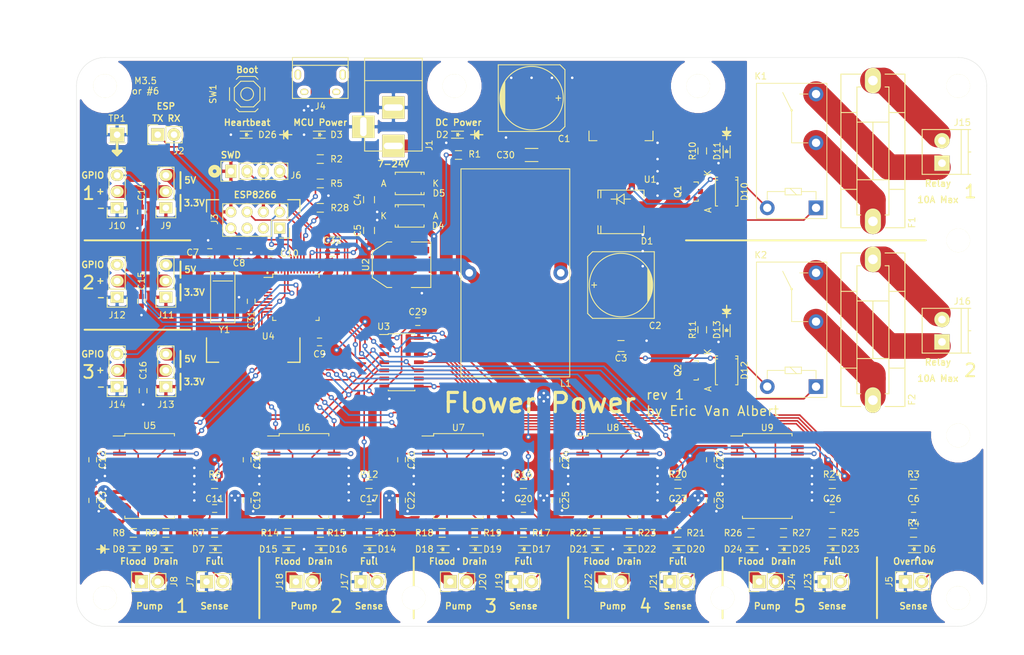
<source format=kicad_pcb>
(kicad_pcb (version 20171130) (host pcbnew 5.1.6)
  (layers (0 F.Cu signal) (31 B.Cu signal) (34 B.Paste user) (35 F.Paste user) (36 B.SilkS user) (37 F.SilkS user) (38 B.Mask user) (39 F.Mask user) (44 Edge.Cuts user))
  (net 0 "")
  (net 1 +5V)
  (net 2 GND)
  (net 3 "Net-(C4-Pad1)")
  (net 4 +3V3)
  (net 5 "Net-(D2-Pad2)")
  (net 6 "Net-(D3-Pad2)")
  (net 7 /VBUS_SENSE)
  (net 8 /USB_DM)
  (net 9 /USB_DP)
  (net 10 "Net-(J4-Pad4)")
  (net 11 /BUTTON)
  (net 12 "Net-(C6-Pad1)")
  (net 13 /OSC32_OUT)
  (net 14 /OSC32_IN)
  (net 15 "/Pot 1/INV_IN")
  (net 16 "Net-(C12-Pad1)")
  (net 17 VDC)
  (net 18 "Net-(C14-Pad1)")
  (net 19 "Net-(C15-Pad1)")
  (net 20 "Net-(C16-Pad1)")
  (net 21 "/Pot 2/INV_IN")
  (net 22 "Net-(C18-Pad1)")
  (net 23 "/Pot 3/INV_IN")
  (net 24 "Net-(C21-Pad1)")
  (net 25 "/Pot 4/INV_IN")
  (net 26 "Net-(C24-Pad1)")
  (net 27 "/Pot 5/INV_IN")
  (net 28 "Net-(C27-Pad1)")
  (net 29 "Net-(D1-Pad1)")
  (net 30 "Net-(D6-Pad2)")
  (net 31 "Net-(D7-Pad2)")
  (net 32 "Net-(D8-Pad2)")
  (net 33 "Net-(D9-Pad2)")
  (net 34 "Net-(D10-Pad2)")
  (net 35 "Net-(D11-Pad2)")
  (net 36 "Net-(D12-Pad2)")
  (net 37 "Net-(D13-Pad2)")
  (net 38 "Net-(D14-Pad2)")
  (net 39 "Net-(D15-Pad2)")
  (net 40 "Net-(D16-Pad2)")
  (net 41 "Net-(D17-Pad2)")
  (net 42 "Net-(D18-Pad2)")
  (net 43 "Net-(D19-Pad2)")
  (net 44 "Net-(D20-Pad2)")
  (net 45 "Net-(D21-Pad2)")
  (net 46 "Net-(D22-Pad2)")
  (net 47 "Net-(D23-Pad2)")
  (net 48 "Net-(D24-Pad2)")
  (net 49 "Net-(D25-Pad2)")
  (net 50 "Net-(F1-Pad1)")
  (net 51 "Net-(F1-Pad2)")
  (net 52 "Net-(F2-Pad1)")
  (net 53 "Net-(F2-Pad2)")
  (net 54 /ESP_RX)
  (net 55 /ESP_TX)
  (net 56 /ESP_RESET)
  (net 57 "Net-(J3-Pad5)")
  (net 58 "Net-(J3-Pad3)")
  (net 59 /SWDIO)
  (net 60 /SWCLK)
  (net 61 "Net-(J8-Pad2)")
  (net 62 "Net-(J8-Pad1)")
  (net 63 /GPIO1)
  (net 64 /GPIO2)
  (net 65 /GPIO3)
  (net 66 "Net-(J18-Pad2)")
  (net 67 "Net-(J18-Pad1)")
  (net 68 "Net-(J20-Pad2)")
  (net 69 "Net-(J20-Pad1)")
  (net 70 "Net-(J22-Pad2)")
  (net 71 "Net-(J22-Pad1)")
  (net 72 "Net-(J24-Pad2)")
  (net 73 "Net-(J24-Pad1)")
  (net 74 /WATER_ESTOP)
  (net 75 /P1W)
  (net 76 /P1A)
  (net 77 /P1B)
  (net 78 /RELAY1)
  (net 79 /RELAY2)
  (net 80 /P2W)
  (net 81 /P2A)
  (net 82 /P2B)
  (net 83 /P3W)
  (net 84 /P3A)
  (net 85 /P3B)
  (net 86 /P4W)
  (net 87 /P4A)
  (net 88 /P4B)
  (net 89 /P5W)
  (net 90 /P5A)
  (net 91 /P5B)
  (net 92 "Net-(U5-Pad11)")
  (net 93 "Net-(U6-Pad11)")
  (net 94 "Net-(U7-Pad11)")
  (net 95 "Net-(U8-Pad11)")
  (net 96 "Net-(U9-Pad11)")
  (net 97 "Net-(U4-Pad39)")
  (net 98 "Net-(U4-Pad31)")
  (net 99 "Net-(U4-Pad30)")
  (net 100 "Net-(U4-Pad15)")
  (net 101 "Net-(U4-Pad14)")
  (net 102 "Net-(U4-Pad7)")
  (net 103 "Net-(U4-Pad6)")
  (net 104 "Net-(U4-Pad5)")
  (net 105 "Net-(U4-Pad2)")
  (net 106 "Net-(J15-Pad1)")
  (net 107 "Net-(J16-Pad1)")
  (net 108 "Net-(J4-Pad6)")
  (net 109 "Net-(D26-Pad2)")
  (net 110 /HEARTBEAT)
  (module Pin_Headers:Pin_Header_Straight_2x04 (layer F.Cu) (at 114.3 76.835 270)
    (fp_text reference J3 (at -1.397 10.16 90) (layer F.SilkS))
    (fp_text value ESP8266)
    (pad 8 thru_hole oval (at -2.54 7.62 270) (size 1.7272 1.7272) (drill 1.016) (layers *.Cu *.Mask F.SilkS) (net 4 +3V3))
    (pad 7 thru_hole oval (at 0 7.62 270) (size 1.7272 1.7272) (drill 1.016) (layers *.Cu *.Mask F.SilkS) (net 54 /ESP_RX))
    (pad 6 thru_hole oval (at -2.54 5.08 270) (size 1.7272 1.7272) (drill 1.016) (layers *.Cu *.Mask F.SilkS) (net 56 /ESP_RESET))
    (pad 5 thru_hole oval (at 0 5.08 270) (size 1.7272 1.7272) (drill 1.016) (layers *.Cu *.Mask F.SilkS) (net 57 "Net-(J3-Pad5)"))
    (pad 4 thru_hole oval (at -2.54 2.54 270) (size 1.7272 1.7272) (drill 1.016) (layers *.Cu *.Mask F.SilkS) (net 4 +3V3))
    (pad 3 thru_hole oval (at 0 2.54 270) (size 1.7272 1.7272) (drill 1.016) (layers *.Cu *.Mask F.SilkS) (net 58 "Net-(J3-Pad3)"))
    (pad 2 thru_hole oval (at -2.54 0 270) (size 1.7272 1.7272) (drill 1.016) (layers *.Cu *.Mask F.SilkS) (net 55 /ESP_TX))
    (pad 1 thru_hole rect (at 0 0 270) (size 1.7272 1.7272) (drill 1.016) (layers *.Cu *.Mask F.SilkS) (net 2 GND))
  )
  (module Resistors_SMD:R_0603 (layer F.Cu) (at 120.65 73.66 180)
    (fp_text reference R28 (at -3.048 0) (layer F.SilkS))
    (fp_text value 470R)
    (pad 2 smd rect (at 0.75 0 180) (size 0.5 0.9) (layers F.Cu F.Paste F.Mask) (net 109 "Net-(D26-Pad2)"))
    (pad 1 smd rect (at -0.75 0 180) (size 0.5 0.9) (layers F.Cu F.Paste F.Mask) (net 110 /HEARTBEAT))
  )
  (module LEDs:LED_0603 (layer F.Cu) (at 109.22 62.23)
    (fp_text reference D26 (at 3.175 0) (layer F.SilkS))
    (fp_text value YELLOW)
    (pad 1 smd rect (at -0.7493 0 180) (size 0.79756 0.79756) (layers F.Cu F.Paste F.Mask) (net 2 GND))
    (pad 2 smd rect (at 0.7493 0 180) (size 0.79756 0.79756) (layers F.Cu F.Paste F.Mask) (net 109 "Net-(D26-Pad2)"))
  )
  (module Terminal_Blocks:TerminalBlock_Pheonix_PT-3.5mm_2pol (layer F.Cu) (at 217.805 94.615 90)
    (fp_text reference J16 (at 6.35 3.175 180) (layer F.SilkS))
    (fp_text value Switched)
    (pad 1 thru_hole rect (at 0 0 90) (size 2.4 2.4) (drill 1.2) (layers *.Cu *.Mask F.SilkS) (net 107 "Net-(J16-Pad1)"))
    (pad 2 thru_hole circle (at 3.5 0 90) (size 2.4 2.4) (drill 1.2) (layers *.Cu *.Mask F.SilkS) (net 52 "Net-(F2-Pad1)"))
  )
  (module Terminal_Blocks:TerminalBlock_Pheonix_PT-3.5mm_2pol (layer F.Cu) (at 217.805 66.675 90)
    (fp_text reference J15 (at 6.35 3.175 180) (layer F.SilkS))
    (fp_text value Switched)
    (pad 1 thru_hole rect (at 0 0 90) (size 2.4 2.4) (drill 1.2) (layers *.Cu *.Mask F.SilkS) (net 106 "Net-(J15-Pad1)"))
    (pad 2 thru_hole circle (at 3.5 0 90) (size 2.4 2.4) (drill 1.2) (layers *.Cu *.Mask F.SilkS) (net 50 "Net-(F1-Pad1)"))
  )
  (module Mounting_Holes:MountingHole_3.7mm (layer F.Cu) (at 86.995 54.61)
    (fp_text reference REF** hide)
    (fp_text value MountingHole_3.7mm)
    (pad "" np_thru_hole circle (at 0 0) (size 3.7 3.7) (drill 3.7) (layers *.Cu *.Mask F.SilkS) (clearance 2.4))
  )
  (module flowerpower:SOJ-4 (layer F.Cu) (at 105.41 87.63 270)
    (fp_text reference Y1 (at 5.08 -0.254 180) (layer F.SilkS))
    (fp_text value 32.768K)
    (pad 2 smd rect (at -2.75 -1.6 270) (size 1.3 1.9) (layers F.Cu F.Paste F.Mask) (net 14 /OSC32_IN))
    (pad 4 smd rect (at 2.75 -1.6 270) (size 1.3 1.9) (layers F.Cu F.Paste F.Mask))
    (pad 3 smd rect (at 2.75 1.6 270) (size 1.3 1.9) (layers F.Cu F.Paste F.Mask))
    (pad 1 smd rect (at -2.75 1.6 270) (size 1.3 1.9) (layers F.Cu F.Paste F.Mask) (net 13 /OSC32_OUT))
  )
  (module Pin_Headers:Pin_Header_Straight_1x04 (layer F.Cu) (at 106.68 67.945 90)
    (fp_text reference J6 (at -0.635 10.16 180) (layer F.SilkS))
    (fp_text value SWD)
    (pad 4 thru_hole oval (at 0 7.62 90) (size 2.032 1.7272) (drill 1.016) (layers *.Cu *.Mask F.SilkS) (net 59 /SWDIO))
    (pad 3 thru_hole oval (at 0 5.08 90) (size 2.032 1.7272) (drill 1.016) (layers *.Cu *.Mask F.SilkS) (net 2 GND))
    (pad 2 thru_hole oval (at 0 2.54 90) (size 2.032 1.7272) (drill 1.016) (layers *.Cu *.Mask F.SilkS) (net 60 /SWCLK))
    (pad 1 thru_hole rect (at 0 0 90) (size 2.032 1.7272) (drill 1.016) (layers *.Cu *.Mask F.SilkS) (net 4 +3V3))
  )
  (module Capacitors_SMD:C_0603 (layer F.Cu) (at 122.555 80.645)
    (fp_text reference C32 (at 0 -1.9) (layer F.SilkS))
    (fp_text value 100n)
    (pad 2 smd rect (at 0.75 0) (size 0.8 0.75) (layers F.Cu F.Paste F.Mask) (net 2 GND))
    (pad 1 smd rect (at -0.75 0) (size 0.8 0.75) (layers F.Cu F.Paste F.Mask) (net 4 +3V3))
  )
  (module Capacitors_SMD:C_0603 (layer F.Cu) (at 109.855 88.265 90)
    (fp_text reference C31 (at -2.921 0 90) (layer F.SilkS))
    (fp_text value 100n)
    (pad 2 smd rect (at 0.75 0 90) (size 0.8 0.75) (layers F.Cu F.Paste F.Mask) (net 2 GND))
    (pad 1 smd rect (at -0.75 0 90) (size 0.8 0.75) (layers F.Cu F.Paste F.Mask) (net 4 +3V3))
  )
  (module Mounting_Holes:MountingHole_3.7mm (layer F.Cu) (at 179.705 54.61)
    (fp_text reference REF** hide)
    (fp_text value MountingHole_3.7mm)
    (pad "" np_thru_hole circle (at 0 0) (size 3.7 3.7) (drill 3.7) (layers *.Cu *.Mask F.SilkS) (clearance 2.4))
  )
  (module Mounting_Holes:MountingHole_3.7mm (layer F.Cu) (at 220.345 109.22)
    (fp_text reference REF** hide)
    (fp_text value MountingHole_3.7mm)
    (pad "" np_thru_hole circle (at 0 0) (size 3.7 3.7) (drill 3.7) (layers *.Cu *.Mask F.SilkS) (clearance 2.4))
  )
  (module Capacitors_SMD:C_0805 (layer F.Cu) (at 128.27 77.2 90)
    (fp_text reference C5 (at 0 -1.778 90) (layer F.SilkS))
    (fp_text value 2u2)
    (pad 2 smd rect (at 1 0 90) (size 1 1.25) (layers F.Cu F.Paste F.Mask) (net 2 GND))
    (pad 1 smd rect (at -1 0 90) (size 1 1.25) (layers F.Cu F.Paste F.Mask) (net 4 +3V3))
  )
  (module Capacitors_SMD:C_0805 (layer F.Cu) (at 167.64 95.25)
    (fp_text reference C3 (at 0 1.905) (layer F.SilkS))
    (fp_text value 2u2)
    (pad 2 smd rect (at 1 0) (size 1 1.25) (layers F.Cu F.Paste F.Mask) (net 2 GND))
    (pad 1 smd rect (at -1 0) (size 1 1.25) (layers F.Cu F.Paste F.Mask) (net 1 +5V))
  )
  (module Capacitors_SMD:C_0805 (layer F.Cu) (at 128.27 72.39 270)
    (fp_text reference C4 (at 0 1.778 90) (layer F.SilkS))
    (fp_text value 2u2)
    (pad 2 smd rect (at 1 0 270) (size 1 1.25) (layers F.Cu F.Paste F.Mask) (net 2 GND))
    (pad 1 smd rect (at -1 0 270) (size 1 1.25) (layers F.Cu F.Paste F.Mask) (net 3 "Net-(C4-Pad1)"))
  )
  (module Mounting_Holes:MountingHole_3.7mm (layer F.Cu) (at 220.345 78.74)
    (fp_text reference REF** hide)
    (fp_text value MountingHole_3.7mm)
    (pad "" np_thru_hole circle (at 0 0) (size 3.7 3.7) (drill 3.7) (layers *.Cu *.Mask F.SilkS) (clearance 2.4))
  )
  (module Mounting_Holes:MountingHole_3.7mm (layer F.Cu) (at 183.515 134.62)
    (fp_text reference REF** hide)
    (fp_text value MountingHole_3.7mm)
    (pad "" np_thru_hole circle (at 0 0) (size 3.7 3.7) (drill 3.7) (layers *.Cu *.Mask F.SilkS) (clearance 2.4))
  )
  (module Capacitors_SMD:C_0603 (layer F.Cu) (at 109.22 119.38 270)
    (fp_text reference C19 (at 0 -1.524 90) (layer F.SilkS))
    (fp_text value 100N)
    (pad 2 smd rect (at 0.75 0 270) (size 0.8 0.75) (layers F.Cu F.Paste F.Mask) (net 2 GND))
    (pad 1 smd rect (at -0.75 0 270) (size 0.8 0.75) (layers F.Cu F.Paste F.Mask) (net 17 VDC))
  )
  (module Capacitors_SMD:C_0603 (layer F.Cu) (at 133.35 113.03 270)
    (fp_text reference C21 (at 0 -1.524 90) (layer F.SilkS))
    (fp_text value 100N)
    (pad 2 smd rect (at 0.75 0 270) (size 0.8 0.75) (layers F.Cu F.Paste F.Mask) (net 2 GND))
    (pad 1 smd rect (at -0.75 0 270) (size 0.8 0.75) (layers F.Cu F.Paste F.Mask) (net 24 "Net-(C21-Pad1)"))
  )
  (module Mounting_Holes:MountingHole_3.7mm (layer F.Cu) (at 220.345 134.62)
    (fp_text reference REF** hide)
    (fp_text value MountingHole_3.7mm)
    (pad "" np_thru_hole circle (at 0 0) (size 3.7 3.7) (drill 3.7) (layers *.Cu *.Mask F.SilkS) (clearance 2.4))
  )
  (module Mounting_Holes:MountingHole_3.7mm (layer F.Cu) (at 135.255 134.62)
    (fp_text reference REF** hide)
    (fp_text value MountingHole_3.7mm)
    (pad "" np_thru_hole circle (at 0 0) (size 3.7 3.7) (drill 3.7) (layers *.Cu *.Mask F.SilkS) (clearance 2.4))
  )
  (module Mounting_Holes:MountingHole_3.7mm (layer F.Cu) (at 86.995 134.62)
    (fp_text reference REF** hide)
    (fp_text value MountingHole_3.7mm)
    (pad "" np_thru_hole circle (at 0 0) (size 3.7 3.7) (drill 3.7) (layers *.Cu *.Mask F.SilkS) (clearance 2.4))
  )
  (module Mounting_Holes:MountingHole_3.7mm (layer F.Cu) (at 141.605 54.61)
    (fp_text reference REF** hide)
    (fp_text value MountingHole_3.7mm)
    (pad "" np_thru_hole circle (at 0 0) (size 3.7 3.7) (drill 3.7) (layers *.Cu *.Mask F.SilkS) (clearance 2.4))
  )
  (module Mounting_Holes:MountingHole_3.7mm (layer F.Cu) (at 220.345 54.61)
    (fp_text reference REF** hide)
    (fp_text value MountingHole_3.7mm)
    (pad "" np_thru_hole circle (at 0 0) (size 3.7 3.7) (drill 3.7) (layers *.Cu *.Mask F.SilkS) (clearance 2))
  )
  (module TO_SOT_Packages_SMD:SOT-223 (layer F.Cu) (at 133.35 82.55 90)
    (fp_text reference U2 (at 0 -5.588 90) (layer F.SilkS))
    (fp_text value NCP1117-3.3_SOT223)
    (pad 1 smd rect (at -2.286 3.302 90) (size 1.016 2.032) (layers F.Cu F.Paste F.Mask) (net 2 GND))
    (pad 3 smd rect (at 2.286 3.302 90) (size 1.016 2.032) (layers F.Cu F.Paste F.Mask) (net 3 "Net-(C4-Pad1)"))
    (pad 2 smd rect (at 0 3.302 90) (size 1.016 2.032) (layers F.Cu F.Paste F.Mask) (net 4 +3V3))
    (pad 2 smd rect (at 0 -3.302 90) (size 3.6576 2.032) (layers F.Cu F.Paste F.Mask) (net 4 +3V3))
  )
  (module flowerpower:16-hsop-fins (layer F.Cu) (at 190.5 115.57 270)
    (fp_text reference U9 (at -7.55 0) (layer F.SilkS))
    (fp_text value TB6559)
    (pad FIN smd rect (at 0 -4.7) (size 2 3.6) (layers F.Cu F.Paste F.Mask) (net 2 GND))
    (pad FIN smd rect (at 0 4.7) (size 2 3.6) (layers F.Cu F.Paste F.Mask) (net 2 GND))
    (pad 9 smd rect (at 5.5 -4.7) (size 2 0.6) (layers F.Cu F.Paste F.Mask) (net 72 "Net-(J24-Pad2)"))
    (pad 11 smd rect (at 3.5 -4.7) (size 2 0.6) (layers F.Cu F.Paste F.Mask) (net 96 "Net-(U9-Pad11)"))
    (pad 12 smd rect (at 2.5 -4.7) (size 2 0.6) (layers F.Cu F.Paste F.Mask) (net 2 GND))
    (pad 10 smd rect (at 4.5 -4.7) (size 2 0.6) (layers F.Cu F.Paste F.Mask) (net 2 GND))
    (pad 1 smd rect (at -5.5 4.7) (size 2 0.6) (layers F.Cu F.Paste F.Mask) (net 90 /P5A))
    (pad 2 smd rect (at -4.5 4.7) (size 2 0.6) (layers F.Cu F.Paste F.Mask) (net 28 "Net-(C27-Pad1)"))
    (pad 3 smd rect (at -3.5 4.7) (size 2 0.6) (layers F.Cu F.Paste F.Mask) (net 28 "Net-(C27-Pad1)"))
    (pad 4 smd rect (at -2.5 4.7) (size 2 0.6) (layers F.Cu F.Paste F.Mask) (net 2 GND))
    (pad 5 smd rect (at 2.5 4.7) (size 2 0.6) (layers F.Cu F.Paste F.Mask) (net 17 VDC))
    (pad 6 smd rect (at 3.5 4.7) (size 2 0.6) (layers F.Cu F.Paste F.Mask))
    (pad 7 smd rect (at 4.5 4.7) (size 2 0.6) (layers F.Cu F.Paste F.Mask) (net 73 "Net-(J24-Pad1)"))
    (pad 8 smd rect (at 5.5 4.7) (size 2 0.6) (layers F.Cu F.Paste F.Mask) (net 2 GND))
    (pad 13 smd rect (at -2.5 -4.7) (size 2 0.6) (layers F.Cu F.Paste F.Mask) (net 2 GND))
    (pad 14 smd rect (at -3.5 -4.7) (size 2 0.6) (layers F.Cu F.Paste F.Mask) (net 28 "Net-(C27-Pad1)"))
    (pad 15 smd rect (at -4.5 -4.7) (size 2 0.6) (layers F.Cu F.Paste F.Mask) (net 28 "Net-(C27-Pad1)"))
    (pad 16 smd rect (at -5.5 -4.7) (size 2 0.6) (layers F.Cu F.Paste F.Mask) (net 91 /P5B))
  )
  (module flowerpower:16-hsop-fins (layer F.Cu) (at 166.37 115.57 270)
    (fp_text reference U8 (at -7.55 0) (layer F.SilkS))
    (fp_text value TB6559)
    (pad FIN smd rect (at 0 -4.7) (size 2 3.6) (layers F.Cu F.Paste F.Mask) (net 2 GND))
    (pad FIN smd rect (at 0 4.7) (size 2 3.6) (layers F.Cu F.Paste F.Mask) (net 2 GND))
    (pad 9 smd rect (at 5.5 -4.7) (size 2 0.6) (layers F.Cu F.Paste F.Mask) (net 70 "Net-(J22-Pad2)"))
    (pad 11 smd rect (at 3.5 -4.7) (size 2 0.6) (layers F.Cu F.Paste F.Mask) (net 95 "Net-(U8-Pad11)"))
    (pad 12 smd rect (at 2.5 -4.7) (size 2 0.6) (layers F.Cu F.Paste F.Mask) (net 2 GND))
    (pad 10 smd rect (at 4.5 -4.7) (size 2 0.6) (layers F.Cu F.Paste F.Mask) (net 2 GND))
    (pad 1 smd rect (at -5.5 4.7) (size 2 0.6) (layers F.Cu F.Paste F.Mask) (net 87 /P4A))
    (pad 2 smd rect (at -4.5 4.7) (size 2 0.6) (layers F.Cu F.Paste F.Mask) (net 26 "Net-(C24-Pad1)"))
    (pad 3 smd rect (at -3.5 4.7) (size 2 0.6) (layers F.Cu F.Paste F.Mask) (net 26 "Net-(C24-Pad1)"))
    (pad 4 smd rect (at -2.5 4.7) (size 2 0.6) (layers F.Cu F.Paste F.Mask) (net 2 GND))
    (pad 5 smd rect (at 2.5 4.7) (size 2 0.6) (layers F.Cu F.Paste F.Mask) (net 17 VDC))
    (pad 6 smd rect (at 3.5 4.7) (size 2 0.6) (layers F.Cu F.Paste F.Mask))
    (pad 7 smd rect (at 4.5 4.7) (size 2 0.6) (layers F.Cu F.Paste F.Mask) (net 71 "Net-(J22-Pad1)"))
    (pad 8 smd rect (at 5.5 4.7) (size 2 0.6) (layers F.Cu F.Paste F.Mask) (net 2 GND))
    (pad 13 smd rect (at -2.5 -4.7) (size 2 0.6) (layers F.Cu F.Paste F.Mask) (net 2 GND))
    (pad 14 smd rect (at -3.5 -4.7) (size 2 0.6) (layers F.Cu F.Paste F.Mask) (net 26 "Net-(C24-Pad1)"))
    (pad 15 smd rect (at -4.5 -4.7) (size 2 0.6) (layers F.Cu F.Paste F.Mask) (net 26 "Net-(C24-Pad1)"))
    (pad 16 smd rect (at -5.5 -4.7) (size 2 0.6) (layers F.Cu F.Paste F.Mask) (net 88 /P4B))
  )
  (module flowerpower:16-hsop-fins (layer F.Cu) (at 142.24 115.57 270)
    (fp_text reference U7 (at -7.55 0) (layer F.SilkS))
    (fp_text value TB6559)
    (pad FIN smd rect (at 0 -4.7) (size 2 3.6) (layers F.Cu F.Paste F.Mask) (net 2 GND))
    (pad FIN smd rect (at 0 4.7) (size 2 3.6) (layers F.Cu F.Paste F.Mask) (net 2 GND))
    (pad 9 smd rect (at 5.5 -4.7) (size 2 0.6) (layers F.Cu F.Paste F.Mask) (net 68 "Net-(J20-Pad2)"))
    (pad 11 smd rect (at 3.5 -4.7) (size 2 0.6) (layers F.Cu F.Paste F.Mask) (net 94 "Net-(U7-Pad11)"))
    (pad 12 smd rect (at 2.5 -4.7) (size 2 0.6) (layers F.Cu F.Paste F.Mask) (net 2 GND))
    (pad 10 smd rect (at 4.5 -4.7) (size 2 0.6) (layers F.Cu F.Paste F.Mask) (net 2 GND))
    (pad 1 smd rect (at -5.5 4.7) (size 2 0.6) (layers F.Cu F.Paste F.Mask) (net 84 /P3A))
    (pad 2 smd rect (at -4.5 4.7) (size 2 0.6) (layers F.Cu F.Paste F.Mask) (net 24 "Net-(C21-Pad1)"))
    (pad 3 smd rect (at -3.5 4.7) (size 2 0.6) (layers F.Cu F.Paste F.Mask) (net 24 "Net-(C21-Pad1)"))
    (pad 4 smd rect (at -2.5 4.7) (size 2 0.6) (layers F.Cu F.Paste F.Mask) (net 2 GND))
    (pad 5 smd rect (at 2.5 4.7) (size 2 0.6) (layers F.Cu F.Paste F.Mask) (net 17 VDC))
    (pad 6 smd rect (at 3.5 4.7) (size 2 0.6) (layers F.Cu F.Paste F.Mask))
    (pad 7 smd rect (at 4.5 4.7) (size 2 0.6) (layers F.Cu F.Paste F.Mask) (net 69 "Net-(J20-Pad1)"))
    (pad 8 smd rect (at 5.5 4.7) (size 2 0.6) (layers F.Cu F.Paste F.Mask) (net 2 GND))
    (pad 13 smd rect (at -2.5 -4.7) (size 2 0.6) (layers F.Cu F.Paste F.Mask) (net 2 GND))
    (pad 14 smd rect (at -3.5 -4.7) (size 2 0.6) (layers F.Cu F.Paste F.Mask) (net 24 "Net-(C21-Pad1)"))
    (pad 15 smd rect (at -4.5 -4.7) (size 2 0.6) (layers F.Cu F.Paste F.Mask) (net 24 "Net-(C21-Pad1)"))
    (pad 16 smd rect (at -5.5 -4.7) (size 2 0.6) (layers F.Cu F.Paste F.Mask) (net 85 /P3B))
  )
  (module flowerpower:16-hsop-fins (layer F.Cu) (at 118.11 115.57 270)
    (fp_text reference U6 (at -7.55 0) (layer F.SilkS))
    (fp_text value TB6559)
    (pad FIN smd rect (at 0 -4.7) (size 2 3.6) (layers F.Cu F.Paste F.Mask) (net 2 GND))
    (pad FIN smd rect (at 0 4.7) (size 2 3.6) (layers F.Cu F.Paste F.Mask) (net 2 GND))
    (pad 9 smd rect (at 5.5 -4.7) (size 2 0.6) (layers F.Cu F.Paste F.Mask) (net 66 "Net-(J18-Pad2)"))
    (pad 11 smd rect (at 3.5 -4.7) (size 2 0.6) (layers F.Cu F.Paste F.Mask) (net 93 "Net-(U6-Pad11)"))
    (pad 12 smd rect (at 2.5 -4.7) (size 2 0.6) (layers F.Cu F.Paste F.Mask) (net 2 GND))
    (pad 10 smd rect (at 4.5 -4.7) (size 2 0.6) (layers F.Cu F.Paste F.Mask) (net 2 GND))
    (pad 1 smd rect (at -5.5 4.7) (size 2 0.6) (layers F.Cu F.Paste F.Mask) (net 81 /P2A))
    (pad 2 smd rect (at -4.5 4.7) (size 2 0.6) (layers F.Cu F.Paste F.Mask) (net 22 "Net-(C18-Pad1)"))
    (pad 3 smd rect (at -3.5 4.7) (size 2 0.6) (layers F.Cu F.Paste F.Mask) (net 22 "Net-(C18-Pad1)"))
    (pad 4 smd rect (at -2.5 4.7) (size 2 0.6) (layers F.Cu F.Paste F.Mask) (net 2 GND))
    (pad 5 smd rect (at 2.5 4.7) (size 2 0.6) (layers F.Cu F.Paste F.Mask) (net 17 VDC))
    (pad 6 smd rect (at 3.5 4.7) (size 2 0.6) (layers F.Cu F.Paste F.Mask))
    (pad 7 smd rect (at 4.5 4.7) (size 2 0.6) (layers F.Cu F.Paste F.Mask) (net 67 "Net-(J18-Pad1)"))
    (pad 8 smd rect (at 5.5 4.7) (size 2 0.6) (layers F.Cu F.Paste F.Mask) (net 2 GND))
    (pad 13 smd rect (at -2.5 -4.7) (size 2 0.6) (layers F.Cu F.Paste F.Mask) (net 2 GND))
    (pad 14 smd rect (at -3.5 -4.7) (size 2 0.6) (layers F.Cu F.Paste F.Mask) (net 22 "Net-(C18-Pad1)"))
    (pad 15 smd rect (at -4.5 -4.7) (size 2 0.6) (layers F.Cu F.Paste F.Mask) (net 22 "Net-(C18-Pad1)"))
    (pad 16 smd rect (at -5.5 -4.7) (size 2 0.6) (layers F.Cu F.Paste F.Mask) (net 82 /P2B))
  )
  (module flowerpower:16-hsop-fins (layer F.Cu) (at 93.98 115.57 270)
    (fp_text reference U5 (at -7.874 0) (layer F.SilkS))
    (fp_text value TB6559)
    (pad FIN smd rect (at 0 -4.7) (size 2 3.6) (layers F.Cu F.Paste F.Mask) (net 2 GND))
    (pad FIN smd rect (at 0 4.7) (size 2 3.6) (layers F.Cu F.Paste F.Mask) (net 2 GND))
    (pad 9 smd rect (at 5.5 -4.7) (size 2 0.6) (layers F.Cu F.Paste F.Mask) (net 61 "Net-(J8-Pad2)"))
    (pad 11 smd rect (at 3.5 -4.7) (size 2 0.6) (layers F.Cu F.Paste F.Mask) (net 92 "Net-(U5-Pad11)"))
    (pad 12 smd rect (at 2.5 -4.7) (size 2 0.6) (layers F.Cu F.Paste F.Mask) (net 2 GND))
    (pad 10 smd rect (at 4.5 -4.7) (size 2 0.6) (layers F.Cu F.Paste F.Mask) (net 2 GND))
    (pad 1 smd rect (at -5.5 4.7) (size 2 0.6) (layers F.Cu F.Paste F.Mask) (net 76 /P1A))
    (pad 2 smd rect (at -4.5 4.7) (size 2 0.6) (layers F.Cu F.Paste F.Mask) (net 16 "Net-(C12-Pad1)"))
    (pad 3 smd rect (at -3.5 4.7) (size 2 0.6) (layers F.Cu F.Paste F.Mask) (net 16 "Net-(C12-Pad1)"))
    (pad 4 smd rect (at -2.5 4.7) (size 2 0.6) (layers F.Cu F.Paste F.Mask) (net 2 GND))
    (pad 5 smd rect (at 2.5 4.7) (size 2 0.6) (layers F.Cu F.Paste F.Mask) (net 17 VDC))
    (pad 6 smd rect (at 3.5 4.7) (size 2 0.6) (layers F.Cu F.Paste F.Mask))
    (pad 7 smd rect (at 4.5 4.7) (size 2 0.6) (layers F.Cu F.Paste F.Mask) (net 62 "Net-(J8-Pad1)"))
    (pad 8 smd rect (at 5.5 4.7) (size 2 0.6) (layers F.Cu F.Paste F.Mask) (net 2 GND))
    (pad 13 smd rect (at -2.5 -4.7) (size 2 0.6) (layers F.Cu F.Paste F.Mask) (net 2 GND))
    (pad 14 smd rect (at -3.5 -4.7) (size 2 0.6) (layers F.Cu F.Paste F.Mask) (net 16 "Net-(C12-Pad1)"))
    (pad 15 smd rect (at -4.5 -4.7) (size 2 0.6) (layers F.Cu F.Paste F.Mask) (net 16 "Net-(C12-Pad1)"))
    (pad 16 smd rect (at -5.5 -4.7) (size 2 0.6) (layers F.Cu F.Paste F.Mask) (net 77 /P1B))
  )
  (module Housings_QFP:LQFP-48_7x7mm_Pitch0.5mm (layer F.Cu) (at 116.84 87.63)
    (fp_text reference U4 (at -4.318 6.096) (layer F.SilkS))
    (fp_text value STM32F041C6Tx)
    (pad 48 smd rect (at -2.75 -4.35 90) (size 1.3 0.25) (layers F.Cu F.Paste F.Mask) (net 4 +3V3))
    (pad 47 smd rect (at -2.25 -4.35 90) (size 1.3 0.25) (layers F.Cu F.Paste F.Mask) (net 2 GND))
    (pad 46 smd rect (at -1.75 -4.35 90) (size 1.3 0.25) (layers F.Cu F.Paste F.Mask) (net 65 /GPIO3))
    (pad 45 smd rect (at -1.25 -4.35 90) (size 1.3 0.25) (layers F.Cu F.Paste F.Mask) (net 64 /GPIO2))
    (pad 44 smd rect (at -0.75 -4.35 90) (size 1.3 0.25) (layers F.Cu F.Paste F.Mask) (net 11 /BUTTON))
    (pad 43 smd rect (at -0.25 -4.35 90) (size 1.3 0.25) (layers F.Cu F.Paste F.Mask) (net 55 /ESP_TX))
    (pad 42 smd rect (at 0.25 -4.35 90) (size 1.3 0.25) (layers F.Cu F.Paste F.Mask) (net 54 /ESP_RX))
    (pad 41 smd rect (at 0.75 -4.35 90) (size 1.3 0.25) (layers F.Cu F.Paste F.Mask) (net 56 /ESP_RESET))
    (pad 40 smd rect (at 1.25 -4.35 90) (size 1.3 0.25) (layers F.Cu F.Paste F.Mask) (net 110 /HEARTBEAT))
    (pad 39 smd rect (at 1.75 -4.35 90) (size 1.3 0.25) (layers F.Cu F.Paste F.Mask) (net 97 "Net-(U4-Pad39)"))
    (pad 38 smd rect (at 2.25 -4.35 90) (size 1.3 0.25) (layers F.Cu F.Paste F.Mask) (net 7 /VBUS_SENSE))
    (pad 37 smd rect (at 2.75 -4.35 90) (size 1.3 0.25) (layers F.Cu F.Paste F.Mask) (net 60 /SWCLK))
    (pad 36 smd rect (at 4.35 -2.75) (size 1.3 0.25) (layers F.Cu F.Paste F.Mask) (net 4 +3V3))
    (pad 35 smd rect (at 4.35 -2.25) (size 1.3 0.25) (layers F.Cu F.Paste F.Mask) (net 2 GND))
    (pad 34 smd rect (at 4.35 -1.75) (size 1.3 0.25) (layers F.Cu F.Paste F.Mask) (net 59 /SWDIO))
    (pad 33 smd rect (at 4.35 -1.25) (size 1.3 0.25) (layers F.Cu F.Paste F.Mask) (net 9 /USB_DP))
    (pad 32 smd rect (at 4.35 -0.75) (size 1.3 0.25) (layers F.Cu F.Paste F.Mask) (net 8 /USB_DM))
    (pad 31 smd rect (at 4.35 -0.25) (size 1.3 0.25) (layers F.Cu F.Paste F.Mask) (net 98 "Net-(U4-Pad31)"))
    (pad 30 smd rect (at 4.35 0.25) (size 1.3 0.25) (layers F.Cu F.Paste F.Mask) (net 99 "Net-(U4-Pad30)"))
    (pad 29 smd rect (at 4.35 0.75) (size 1.3 0.25) (layers F.Cu F.Paste F.Mask) (net 89 /P5W))
    (pad 28 smd rect (at 4.35 1.25) (size 1.3 0.25) (layers F.Cu F.Paste F.Mask) (net 91 /P5B))
    (pad 27 smd rect (at 4.35 1.75) (size 1.3 0.25) (layers F.Cu F.Paste F.Mask) (net 90 /P5A))
    (pad 26 smd rect (at 4.35 2.25) (size 1.3 0.25) (layers F.Cu F.Paste F.Mask) (net 88 /P4B))
    (pad 25 smd rect (at 4.35 2.75) (size 1.3 0.25) (layers F.Cu F.Paste F.Mask) (net 86 /P4W))
    (pad 24 smd rect (at 2.75 4.35 90) (size 1.3 0.25) (layers F.Cu F.Paste F.Mask) (net 4 +3V3))
    (pad 23 smd rect (at 2.25 4.35 90) (size 1.3 0.25) (layers F.Cu F.Paste F.Mask) (net 2 GND))
    (pad 22 smd rect (at 1.75 4.35 90) (size 1.3 0.25) (layers F.Cu F.Paste F.Mask) (net 83 /P3W))
    (pad 21 smd rect (at 1.25 4.35 90) (size 1.3 0.25) (layers F.Cu F.Paste F.Mask) (net 80 /P2W))
    (pad 20 smd rect (at 0.75 4.35 90) (size 1.3 0.25) (layers F.Cu F.Paste F.Mask) (net 75 /P1W))
    (pad 19 smd rect (at 0.25 4.35 90) (size 1.3 0.25) (layers F.Cu F.Paste F.Mask) (net 63 /GPIO1))
    (pad 18 smd rect (at -0.25 4.35 90) (size 1.3 0.25) (layers F.Cu F.Paste F.Mask) (net 87 /P4A))
    (pad 17 smd rect (at -0.75 4.35 90) (size 1.3 0.25) (layers F.Cu F.Paste F.Mask) (net 85 /P3B))
    (pad 16 smd rect (at -1.25 4.35 90) (size 1.3 0.25) (layers F.Cu F.Paste F.Mask) (net 84 /P3A))
    (pad 15 smd rect (at -1.75 4.35 90) (size 1.3 0.25) (layers F.Cu F.Paste F.Mask) (net 100 "Net-(U4-Pad15)"))
    (pad 14 smd rect (at -2.25 4.35 90) (size 1.3 0.25) (layers F.Cu F.Paste F.Mask) (net 101 "Net-(U4-Pad14)"))
    (pad 13 smd rect (at -2.75 4.35 90) (size 1.3 0.25) (layers F.Cu F.Paste F.Mask) (net 82 /P2B))
    (pad 12 smd rect (at -4.35 2.75) (size 1.3 0.25) (layers F.Cu F.Paste F.Mask) (net 81 /P2A))
    (pad 11 smd rect (at -4.35 2.25) (size 1.3 0.25) (layers F.Cu F.Paste F.Mask) (net 77 /P1B))
    (pad 10 smd rect (at -4.35 1.75) (size 1.3 0.25) (layers F.Cu F.Paste F.Mask) (net 76 /P1A))
    (pad 9 smd rect (at -4.35 1.25) (size 1.3 0.25) (layers F.Cu F.Paste F.Mask) (net 4 +3V3))
    (pad 8 smd rect (at -4.35 0.75) (size 1.3 0.25) (layers F.Cu F.Paste F.Mask) (net 2 GND))
    (pad 7 smd rect (at -4.35 0.25) (size 1.3 0.25) (layers F.Cu F.Paste F.Mask) (net 102 "Net-(U4-Pad7)"))
    (pad 6 smd rect (at -4.35 -0.25) (size 1.3 0.25) (layers F.Cu F.Paste F.Mask) (net 103 "Net-(U4-Pad6)"))
    (pad 5 smd rect (at -4.35 -0.75) (size 1.3 0.25) (layers F.Cu F.Paste F.Mask) (net 104 "Net-(U4-Pad5)"))
    (pad 4 smd rect (at -4.35 -1.25) (size 1.3 0.25) (layers F.Cu F.Paste F.Mask) (net 13 /OSC32_OUT))
    (pad 3 smd rect (at -4.35 -1.75) (size 1.3 0.25) (layers F.Cu F.Paste F.Mask) (net 14 /OSC32_IN))
    (pad 2 smd rect (at -4.35 -2.25) (size 1.3 0.25) (layers F.Cu F.Paste F.Mask) (net 105 "Net-(U4-Pad2)"))
    (pad 1 smd rect (at -4.35 -2.75) (size 1.3 0.25) (layers F.Cu F.Paste F.Mask) (net 4 +3V3))
  )
  (module Housings_SOIC:SOIC-14_3.9x8.7mm_Pitch1.27mm (layer F.Cu) (at 133.35 97.79)
    (fp_text reference U3 (at -2.794 -5.588) (layer F.SilkS))
    (fp_text value 74HC14)
    (pad 14 smd rect (at 2.7 -3.81) (size 1.5 0.6) (layers F.Cu F.Paste F.Mask) (net 4 +3V3))
    (pad 13 smd rect (at 2.7 -2.54) (size 1.5 0.6) (layers F.Cu F.Paste F.Mask) (net 27 "/Pot 5/INV_IN"))
    (pad 12 smd rect (at 2.7 -1.27) (size 1.5 0.6) (layers F.Cu F.Paste F.Mask) (net 89 /P5W))
    (pad 11 smd rect (at 2.7 0) (size 1.5 0.6) (layers F.Cu F.Paste F.Mask) (net 25 "/Pot 4/INV_IN"))
    (pad 10 smd rect (at 2.7 1.27) (size 1.5 0.6) (layers F.Cu F.Paste F.Mask) (net 86 /P4W))
    (pad 9 smd rect (at 2.7 2.54) (size 1.5 0.6) (layers F.Cu F.Paste F.Mask) (net 23 "/Pot 3/INV_IN"))
    (pad 8 smd rect (at 2.7 3.81) (size 1.5 0.6) (layers F.Cu F.Paste F.Mask) (net 83 /P3W))
    (pad 7 smd rect (at -2.7 3.81) (size 1.5 0.6) (layers F.Cu F.Paste F.Mask) (net 2 GND))
    (pad 6 smd rect (at -2.7 2.54) (size 1.5 0.6) (layers F.Cu F.Paste F.Mask) (net 80 /P2W))
    (pad 5 smd rect (at -2.7 1.27) (size 1.5 0.6) (layers F.Cu F.Paste F.Mask) (net 21 "/Pot 2/INV_IN"))
    (pad 4 smd rect (at -2.7 0) (size 1.5 0.6) (layers F.Cu F.Paste F.Mask) (net 75 /P1W))
    (pad 3 smd rect (at -2.7 -1.27) (size 1.5 0.6) (layers F.Cu F.Paste F.Mask) (net 15 "/Pot 1/INV_IN"))
    (pad 2 smd rect (at -2.7 -2.54) (size 1.5 0.6) (layers F.Cu F.Paste F.Mask) (net 74 /WATER_ESTOP))
    (pad 1 smd rect (at -2.7 -3.81) (size 1.5 0.6) (layers F.Cu F.Paste F.Mask) (net 12 "Net-(C6-Pad1)"))
  )
  (module TO_SOT_Packages_SMD:TO-263-5Lead (layer F.Cu) (at 167.64 65.665 90)
    (fp_text reference U1 (at -3.55 4.572) (layer F.SilkS))
    (fp_text value LM2576HVS-5)
    (pad 5 smd rect (at 0 3.4 90) (size 4.6 1.1) (layers F.Cu F.Paste F.Mask) (net 2 GND))
    (pad 4 smd rect (at 0 1.7 90) (size 4.6 1.1) (layers F.Cu F.Paste F.Mask) (net 1 +5V))
    (pad 2 smd rect (at 0 -1.7 90) (size 4.6 1.1) (layers F.Cu F.Paste F.Mask) (net 29 "Net-(D1-Pad1)"))
    (pad 3 smd rect (at 9.15 0 90) (size 9.4 10.8) (layers F.Cu F.Paste F.Mask) (net 2 GND))
    (pad 3 smd rect (at 0 0 90) (size 4.6 1.1) (layers F.Cu F.Paste F.Mask) (net 2 GND))
    (pad 1 smd rect (at 0 -3.4 90) (size 4.6 1.1) (layers F.Cu F.Paste F.Mask) (net 17 VDC))
  )
  (module Pin_Headers:Pin_Header_Straight_1x01 (layer F.Cu) (at 88.9 62.23)
    (fp_text reference TP1 (at 0 -2.54) (layer F.SilkS))
    (fp_text value TestPoint)
    (pad 1 thru_hole rect (at 0 0) (size 2.2352 2.2352) (drill 1.016) (layers *.Cu *.Mask F.SilkS) (net 2 GND))
  )
  (module Buttons_Switches_SMD:SW_SPST_TL3342 (layer F.Cu) (at 109.22 55.88)
    (fp_text reference SW1 (at -5.334 0 90) (layer F.SilkS))
    (fp_text value BOOT)
    (pad 2 smd rect (at 3.15 1.9) (size 1.7 1) (layers F.Cu F.Paste F.Mask) (net 11 /BUTTON))
    (pad 2 smd rect (at -3.15 1.9) (size 1.7 1) (layers F.Cu F.Paste F.Mask) (net 11 /BUTTON))
    (pad 1 smd rect (at 3.15 -1.9) (size 1.7 1) (layers F.Cu F.Paste F.Mask) (net 4 +3V3))
    (pad 1 smd rect (at -3.15 -1.9) (size 1.7 1) (layers F.Cu F.Paste F.Mask) (net 4 +3V3))
  )
  (module Resistors_SMD:R_0603 (layer F.Cu) (at 193.04 124.46)
    (fp_text reference R27 (at 2.794 0) (layer F.SilkS))
    (fp_text value 680R)
    (pad 2 smd rect (at 0.75 0) (size 0.5 0.9) (layers F.Cu F.Paste F.Mask) (net 91 /P5B))
    (pad 1 smd rect (at -0.75 0) (size 0.5 0.9) (layers F.Cu F.Paste F.Mask) (net 49 "Net-(D25-Pad2)"))
  )
  (module Resistors_SMD:R_0603 (layer F.Cu) (at 187.96 124.46)
    (fp_text reference R26 (at -2.794 0) (layer F.SilkS))
    (fp_text value 680R)
    (pad 2 smd rect (at 0.75 0) (size 0.5 0.9) (layers F.Cu F.Paste F.Mask) (net 90 /P5A))
    (pad 1 smd rect (at -0.75 0) (size 0.5 0.9) (layers F.Cu F.Paste F.Mask) (net 48 "Net-(D24-Pad2)"))
  )
  (module Resistors_SMD:R_0603 (layer F.Cu) (at 200.66 124.46)
    (fp_text reference R25 (at 2.794 0) (layer F.SilkS))
    (fp_text value 100R)
    (pad 2 smd rect (at 0.75 0) (size 0.5 0.9) (layers F.Cu F.Paste F.Mask) (net 89 /P5W))
    (pad 1 smd rect (at -0.75 0) (size 0.5 0.9) (layers F.Cu F.Paste F.Mask) (net 47 "Net-(D23-Pad2)"))
  )
  (module Resistors_SMD:R_0603 (layer F.Cu) (at 200.66 116.84)
    (fp_text reference R24 (at 0 -1.524) (layer F.SilkS))
    (fp_text value 2M2)
    (pad 2 smd rect (at 0.75 0) (size 0.5 0.9) (layers F.Cu F.Paste F.Mask) (net 27 "/Pot 5/INV_IN"))
    (pad 1 smd rect (at -0.75 0) (size 0.5 0.9) (layers F.Cu F.Paste F.Mask) (net 4 +3V3))
  )
  (module Resistors_SMD:R_0603 (layer F.Cu) (at 168.91 124.46)
    (fp_text reference R23 (at 2.794 0) (layer F.SilkS))
    (fp_text value 680R)
    (pad 2 smd rect (at 0.75 0) (size 0.5 0.9) (layers F.Cu F.Paste F.Mask) (net 88 /P4B))
    (pad 1 smd rect (at -0.75 0) (size 0.5 0.9) (layers F.Cu F.Paste F.Mask) (net 46 "Net-(D22-Pad2)"))
  )
  (module Resistors_SMD:R_0603 (layer F.Cu) (at 163.83 124.46)
    (fp_text reference R22 (at -2.794 0) (layer F.SilkS))
    (fp_text value 680R)
    (pad 2 smd rect (at 0.75 0) (size 0.5 0.9) (layers F.Cu F.Paste F.Mask) (net 87 /P4A))
    (pad 1 smd rect (at -0.75 0) (size 0.5 0.9) (layers F.Cu F.Paste F.Mask) (net 45 "Net-(D21-Pad2)"))
  )
  (module Resistors_SMD:R_0603 (layer F.Cu) (at 176.53 124.46)
    (fp_text reference R21 (at 2.794 0) (layer F.SilkS))
    (fp_text value 100R)
    (pad 2 smd rect (at 0.75 0) (size 0.5 0.9) (layers F.Cu F.Paste F.Mask) (net 86 /P4W))
    (pad 1 smd rect (at -0.75 0) (size 0.5 0.9) (layers F.Cu F.Paste F.Mask) (net 44 "Net-(D20-Pad2)"))
  )
  (module Resistors_SMD:R_0603 (layer F.Cu) (at 176.53 116.84)
    (fp_text reference R20 (at 0 -1.524) (layer F.SilkS))
    (fp_text value 2M2)
    (pad 2 smd rect (at 0.75 0) (size 0.5 0.9) (layers F.Cu F.Paste F.Mask) (net 25 "/Pot 4/INV_IN"))
    (pad 1 smd rect (at -0.75 0) (size 0.5 0.9) (layers F.Cu F.Paste F.Mask) (net 4 +3V3))
  )
  (module Resistors_SMD:R_0603 (layer F.Cu) (at 144.78 124.46)
    (fp_text reference R19 (at 2.794 0) (layer F.SilkS))
    (fp_text value 680R)
    (pad 2 smd rect (at 0.75 0) (size 0.5 0.9) (layers F.Cu F.Paste F.Mask) (net 85 /P3B))
    (pad 1 smd rect (at -0.75 0) (size 0.5 0.9) (layers F.Cu F.Paste F.Mask) (net 43 "Net-(D19-Pad2)"))
  )
  (module Resistors_SMD:R_0603 (layer F.Cu) (at 139.7 124.46)
    (fp_text reference R18 (at -2.794 0) (layer F.SilkS))
    (fp_text value 680R)
    (pad 2 smd rect (at 0.75 0) (size 0.5 0.9) (layers F.Cu F.Paste F.Mask) (net 84 /P3A))
    (pad 1 smd rect (at -0.75 0) (size 0.5 0.9) (layers F.Cu F.Paste F.Mask) (net 42 "Net-(D18-Pad2)"))
  )
  (module Resistors_SMD:R_0603 (layer F.Cu) (at 152.4 124.46)
    (fp_text reference R17 (at 2.794 0) (layer F.SilkS))
    (fp_text value 100R)
    (pad 2 smd rect (at 0.75 0) (size 0.5 0.9) (layers F.Cu F.Paste F.Mask) (net 83 /P3W))
    (pad 1 smd rect (at -0.75 0) (size 0.5 0.9) (layers F.Cu F.Paste F.Mask) (net 41 "Net-(D17-Pad2)"))
  )
  (module Resistors_SMD:R_0603 (layer F.Cu) (at 152.4 116.84)
    (fp_text reference R16 (at 0 -1.524) (layer F.SilkS))
    (fp_text value 2M2)
    (pad 2 smd rect (at 0.75 0) (size 0.5 0.9) (layers F.Cu F.Paste F.Mask) (net 23 "/Pot 3/INV_IN"))
    (pad 1 smd rect (at -0.75 0) (size 0.5 0.9) (layers F.Cu F.Paste F.Mask) (net 4 +3V3))
  )
  (module Resistors_SMD:R_0603 (layer F.Cu) (at 120.65 124.46)
    (fp_text reference R15 (at 2.54 0) (layer F.SilkS))
    (fp_text value 680R)
    (pad 2 smd rect (at 0.75 0) (size 0.5 0.9) (layers F.Cu F.Paste F.Mask) (net 82 /P2B))
    (pad 1 smd rect (at -0.75 0) (size 0.5 0.9) (layers F.Cu F.Paste F.Mask) (net 40 "Net-(D16-Pad2)"))
  )
  (module Resistors_SMD:R_0603 (layer F.Cu) (at 115.57 124.46)
    (fp_text reference R14 (at -2.794 0) (layer F.SilkS))
    (fp_text value 680R)
    (pad 2 smd rect (at 0.75 0) (size 0.5 0.9) (layers F.Cu F.Paste F.Mask) (net 81 /P2A))
    (pad 1 smd rect (at -0.75 0) (size 0.5 0.9) (layers F.Cu F.Paste F.Mask) (net 39 "Net-(D15-Pad2)"))
  )
  (module Resistors_SMD:R_0603 (layer F.Cu) (at 128.27 124.46)
    (fp_text reference R13 (at 2.794 0) (layer F.SilkS))
    (fp_text value 100R)
    (pad 2 smd rect (at 0.75 0) (size 0.5 0.9) (layers F.Cu F.Paste F.Mask) (net 80 /P2W))
    (pad 1 smd rect (at -0.75 0) (size 0.5 0.9) (layers F.Cu F.Paste F.Mask) (net 38 "Net-(D14-Pad2)"))
  )
  (module Resistors_SMD:R_0603 (layer F.Cu) (at 128.27 116.84 180)
    (fp_text reference R12 (at 0 1.524) (layer F.SilkS))
    (fp_text value 2M2)
    (pad 2 smd rect (at 0.75 0 180) (size 0.5 0.9) (layers F.Cu F.Paste F.Mask) (net 21 "/Pot 2/INV_IN"))
    (pad 1 smd rect (at -0.75 0 180) (size 0.5 0.9) (layers F.Cu F.Paste F.Mask) (net 4 +3V3))
  )
  (module Resistors_SMD:R_0603 (layer F.Cu) (at 180.34 92.71 90)
    (fp_text reference R11 (at 0 -1.524 90) (layer F.SilkS))
    (fp_text value 680R)
    (pad 2 smd rect (at 0.75 0 90) (size 0.5 0.9) (layers F.Cu F.Paste F.Mask) (net 37 "Net-(D13-Pad2)"))
    (pad 1 smd rect (at -0.75 0 90) (size 0.5 0.9) (layers F.Cu F.Paste F.Mask) (net 79 /RELAY2))
  )
  (module Resistors_SMD:R_0603 (layer F.Cu) (at 180.34 64.77 90)
    (fp_text reference R10 (at 0 -1.524 90) (layer F.SilkS))
    (fp_text value 680R)
    (pad 2 smd rect (at 0.75 0 90) (size 0.5 0.9) (layers F.Cu F.Paste F.Mask) (net 35 "Net-(D11-Pad2)"))
    (pad 1 smd rect (at -0.75 0 90) (size 0.5 0.9) (layers F.Cu F.Paste F.Mask) (net 78 /RELAY1))
  )
  (module Resistors_SMD:R_0603 (layer F.Cu) (at 96.52 124.46)
    (fp_text reference R9 (at -2.286 0) (layer F.SilkS))
    (fp_text value 680R)
    (pad 2 smd rect (at 0.75 0) (size 0.5 0.9) (layers F.Cu F.Paste F.Mask) (net 77 /P1B))
    (pad 1 smd rect (at -0.75 0) (size 0.5 0.9) (layers F.Cu F.Paste F.Mask) (net 33 "Net-(D9-Pad2)"))
  )
  (module Resistors_SMD:R_0603 (layer F.Cu) (at 91.44 124.46)
    (fp_text reference R8 (at -2.286 0) (layer F.SilkS))
    (fp_text value 680R)
    (pad 2 smd rect (at 0.75 0) (size 0.5 0.9) (layers F.Cu F.Paste F.Mask) (net 76 /P1A))
    (pad 1 smd rect (at -0.75 0) (size 0.5 0.9) (layers F.Cu F.Paste F.Mask) (net 32 "Net-(D8-Pad2)"))
  )
  (module Resistors_SMD:R_0603 (layer F.Cu) (at 104.14 124.46)
    (fp_text reference R7 (at -2.54 0) (layer F.SilkS))
    (fp_text value 100R)
    (pad 2 smd rect (at 0.75 0) (size 0.5 0.9) (layers F.Cu F.Paste F.Mask) (net 75 /P1W))
    (pad 1 smd rect (at -0.75 0) (size 0.5 0.9) (layers F.Cu F.Paste F.Mask) (net 31 "Net-(D7-Pad2)"))
  )
  (module Resistors_SMD:R_0603 (layer F.Cu) (at 104.14 116.84 180)
    (fp_text reference R6 (at 0 1.524) (layer F.SilkS))
    (fp_text value 2M2)
    (pad 2 smd rect (at 0.75 0 180) (size 0.5 0.9) (layers F.Cu F.Paste F.Mask) (net 15 "/Pot 1/INV_IN"))
    (pad 1 smd rect (at -0.75 0 180) (size 0.5 0.9) (layers F.Cu F.Paste F.Mask) (net 4 +3V3))
  )
  (module Resistors_SMD:R_0603 (layer F.Cu) (at 120.65 69.85)
    (fp_text reference R5 (at 2.54 0) (layer F.SilkS))
    (fp_text value 10K)
    (pad 2 smd rect (at 0.75 0) (size 0.5 0.9) (layers F.Cu F.Paste F.Mask) (net 2 GND))
    (pad 1 smd rect (at -0.75 0) (size 0.5 0.9) (layers F.Cu F.Paste F.Mask) (net 11 /BUTTON))
  )
  (module Resistors_SMD:R_0603 (layer F.Cu) (at 213.36 124.46)
    (fp_text reference R4 (at 0 -1.524) (layer F.SilkS))
    (fp_text value 100R)
    (pad 2 smd rect (at 0.75 0) (size 0.5 0.9) (layers F.Cu F.Paste F.Mask) (net 74 /WATER_ESTOP))
    (pad 1 smd rect (at -0.75 0) (size 0.5 0.9) (layers F.Cu F.Paste F.Mask) (net 30 "Net-(D6-Pad2)"))
  )
  (module Resistors_SMD:R_0603 (layer F.Cu) (at 213.36 116.84)
    (fp_text reference R3 (at 0 -1.524) (layer F.SilkS))
    (fp_text value 2M2)
    (pad 2 smd rect (at 0.75 0) (size 0.5 0.9) (layers F.Cu F.Paste F.Mask) (net 12 "Net-(C6-Pad1)"))
    (pad 1 smd rect (at -0.75 0) (size 0.5 0.9) (layers F.Cu F.Paste F.Mask) (net 4 +3V3))
  )
  (module Resistors_SMD:R_0603 (layer F.Cu) (at 120.65 66.04)
    (fp_text reference R2 (at 2.54 0) (layer F.SilkS))
    (fp_text value 470R)
    (pad 2 smd rect (at 0.75 0) (size 0.5 0.9) (layers F.Cu F.Paste F.Mask) (net 6 "Net-(D3-Pad2)"))
    (pad 1 smd rect (at -0.75 0) (size 0.5 0.9) (layers F.Cu F.Paste F.Mask) (net 4 +3V3))
  )
  (module Resistors_SMD:R_0603 (layer F.Cu) (at 142.24 65.405)
    (fp_text reference R1 (at 2.54 -0.127) (layer F.SilkS))
    (fp_text value 680R)
    (pad 2 smd rect (at 0.75 0) (size 0.5 0.9) (layers F.Cu F.Paste F.Mask) (net 5 "Net-(D2-Pad2)"))
    (pad 1 smd rect (at -0.75 0) (size 0.5 0.9) (layers F.Cu F.Paste F.Mask) (net 1 +5V))
  )
  (module TO_SOT_Packages_SMD:SOT-23 (layer F.Cu) (at 179.07 99.06 270)
    (fp_text reference Q2 (at 0 2.54 90) (layer F.SilkS))
    (fp_text value RK7002BM)
    (pad 3 smd rect (at 0 -0.99822 270) (size 0.8001 0.8001) (layers F.Cu F.Paste F.Mask) (net 36 "Net-(D12-Pad2)"))
    (pad 2 smd rect (at 0.95 1.00076 270) (size 0.8001 0.8001) (layers F.Cu F.Paste F.Mask) (net 2 GND))
    (pad 1 smd rect (at -0.95 1.00076 270) (size 0.8001 0.8001) (layers F.Cu F.Paste F.Mask) (net 79 /RELAY2))
  )
  (module TO_SOT_Packages_SMD:SOT-23 (layer F.Cu) (at 179.07 71.12 270)
    (fp_text reference Q1 (at 0 2.54 90) (layer F.SilkS))
    (fp_text value RK7002BM)
    (pad 3 smd rect (at 0 -0.99822 270) (size 0.8001 0.8001) (layers F.Cu F.Paste F.Mask) (net 34 "Net-(D10-Pad2)"))
    (pad 2 smd rect (at 0.95 1.00076 270) (size 0.8001 0.8001) (layers F.Cu F.Paste F.Mask) (net 2 GND))
    (pad 1 smd rect (at -0.95 1.00076 270) (size 0.8001 0.8001) (layers F.Cu F.Paste F.Mask) (net 78 /RELAY1))
  )
  (module flowerpower:toroid_14.2_32.5dia (layer F.Cu) (at 151.13 83.82 270)
    (fp_text reference L1 (at 17.272 -7.874 180) (layer F.SilkS))
    (fp_text value 330U)
    (pad 2 thru_hole circle (at 0 7.2 270) (size 2.3 2.3) (drill 1.2) (layers *.Cu *.Mask) (net 1 +5V))
    (pad 1 thru_hole circle (at 0 -7.1 270) (size 2.3 2.3) (drill 1.2) (layers *.Cu *.Mask) (net 29 "Net-(D1-Pad1)"))
  )
  (module Relay_THT:Relay_SPST_Omron-G5Q-1A (layer F.Cu) (at 198.12 101.6 90)
    (fp_text reference K2 (at 20.574 -8.636) (layer F.SilkS))
    (fp_text value G5Q-1A)
    (pad 1 thru_hole rect (at 0 0 270) (size 2.3 2.3) (drill 1.3) (layers *.Cu *.Mask) (net 36 "Net-(D12-Pad2)"))
    (pad 2 thru_hole circle (at 10.16 0 270) (size 2.3 2.3) (drill 1.3) (layers *.Cu *.Mask) (net 53 "Net-(F2-Pad2)"))
    (pad 3 thru_hole circle (at 17.78 0 270) (size 2.3 2.3) (drill 1.3) (layers *.Cu *.Mask) (net 107 "Net-(J16-Pad1)"))
    (pad 5 thru_hole circle (at 0 -7.62 270) (size 2.3 2.3) (drill 1.3) (layers *.Cu *.Mask) (net 1 +5V))
  )
  (module Relay_THT:Relay_SPST_Omron-G5Q-1A (layer F.Cu) (at 198.12 73.66 90)
    (fp_text reference K1 (at 20.574 -8.636) (layer F.SilkS))
    (fp_text value G5Q-1A)
    (pad 1 thru_hole rect (at 0 0 270) (size 2.3 2.3) (drill 1.3) (layers *.Cu *.Mask) (net 34 "Net-(D10-Pad2)"))
    (pad 2 thru_hole circle (at 10.16 0 270) (size 2.3 2.3) (drill 1.3) (layers *.Cu *.Mask) (net 51 "Net-(F1-Pad2)"))
    (pad 3 thru_hole circle (at 17.78 0 270) (size 2.3 2.3) (drill 1.3) (layers *.Cu *.Mask) (net 106 "Net-(J15-Pad1)"))
    (pad 5 thru_hole circle (at 0 -7.62 270) (size 2.3 2.3) (drill 1.3) (layers *.Cu *.Mask) (net 1 +5V))
  )
  (module Pin_Headers:Pin_Header_Straight_1x02 (layer F.Cu) (at 189.23 132.08 90)
    (fp_text reference J24 (at 0 5.08 270) (layer F.SilkS))
    (fp_text value Motor)
    (pad 2 thru_hole oval (at 0 2.54 90) (size 2.032 2.032) (drill 1.016) (layers *.Cu *.Mask F.SilkS) (net 72 "Net-(J24-Pad2)"))
    (pad 1 thru_hole rect (at 0 0 90) (size 2.032 2.032) (drill 1.016) (layers *.Cu *.Mask F.SilkS) (net 73 "Net-(J24-Pad1)"))
  )
  (module Pin_Headers:Pin_Header_Straight_1x02 (layer F.Cu) (at 199.39 132.08 90)
    (fp_text reference J23 (at 0 -2.54 90) (layer F.SilkS))
    (fp_text value "Water sense")
    (pad 2 thru_hole oval (at 0 2.54 90) (size 2.032 2.032) (drill 1.016) (layers *.Cu *.Mask F.SilkS) (net 27 "/Pot 5/INV_IN"))
    (pad 1 thru_hole rect (at 0 0 90) (size 2.032 2.032) (drill 1.016) (layers *.Cu *.Mask F.SilkS) (net 2 GND))
  )
  (module Pin_Headers:Pin_Header_Straight_1x02 (layer F.Cu) (at 165.1 132.08 90)
    (fp_text reference J22 (at 0 -2.54 90) (layer F.SilkS))
    (fp_text value Motor)
    (pad 2 thru_hole oval (at 0 2.54 90) (size 2.032 2.032) (drill 1.016) (layers *.Cu *.Mask F.SilkS) (net 70 "Net-(J22-Pad2)"))
    (pad 1 thru_hole rect (at 0 0 90) (size 2.032 2.032) (drill 1.016) (layers *.Cu *.Mask F.SilkS) (net 71 "Net-(J22-Pad1)"))
  )
  (module Pin_Headers:Pin_Header_Straight_1x02 (layer F.Cu) (at 175.26 132.08 90)
    (fp_text reference J21 (at 0 -2.54 90) (layer F.SilkS))
    (fp_text value "Water sense")
    (pad 2 thru_hole oval (at 0 2.54 90) (size 2.032 2.032) (drill 1.016) (layers *.Cu *.Mask F.SilkS) (net 25 "/Pot 4/INV_IN"))
    (pad 1 thru_hole rect (at 0 0 90) (size 2.032 2.032) (drill 1.016) (layers *.Cu *.Mask F.SilkS) (net 2 GND))
  )
  (module Pin_Headers:Pin_Header_Straight_1x02 (layer F.Cu) (at 140.97 132.08 90)
    (fp_text reference J20 (at 0 5.08 90) (layer F.SilkS))
    (fp_text value Motor)
    (pad 2 thru_hole oval (at 0 2.54 90) (size 2.032 2.032) (drill 1.016) (layers *.Cu *.Mask F.SilkS) (net 68 "Net-(J20-Pad2)"))
    (pad 1 thru_hole rect (at 0 0 90) (size 2.032 2.032) (drill 1.016) (layers *.Cu *.Mask F.SilkS) (net 69 "Net-(J20-Pad1)"))
  )
  (module Pin_Headers:Pin_Header_Straight_1x02 (layer F.Cu) (at 151.13 132.08 90)
    (fp_text reference J19 (at 0 -2.54 90) (layer F.SilkS))
    (fp_text value "Water sense")
    (pad 2 thru_hole oval (at 0 2.54 90) (size 2.032 2.032) (drill 1.016) (layers *.Cu *.Mask F.SilkS) (net 23 "/Pot 3/INV_IN"))
    (pad 1 thru_hole rect (at 0 0 90) (size 2.032 2.032) (drill 1.016) (layers *.Cu *.Mask F.SilkS) (net 2 GND))
  )
  (module Pin_Headers:Pin_Header_Straight_1x02 (layer F.Cu) (at 116.84 132.08 90)
    (fp_text reference J18 (at 0 -2.54 90) (layer F.SilkS))
    (fp_text value Motor)
    (pad 2 thru_hole oval (at 0 2.54 90) (size 2.032 2.032) (drill 1.016) (layers *.Cu *.Mask F.SilkS) (net 66 "Net-(J18-Pad2)"))
    (pad 1 thru_hole rect (at 0 0 90) (size 2.032 2.032) (drill 1.016) (layers *.Cu *.Mask F.SilkS) (net 67 "Net-(J18-Pad1)"))
  )
  (module Pin_Headers:Pin_Header_Straight_1x02 (layer F.Cu) (at 127 132.08 90)
    (fp_text reference J17 (at 0 -2.54 90) (layer F.SilkS))
    (fp_text value "Water sense")
    (pad 2 thru_hole oval (at 0 2.54 90) (size 2.032 2.032) (drill 1.016) (layers *.Cu *.Mask F.SilkS) (net 21 "/Pot 2/INV_IN"))
    (pad 1 thru_hole rect (at 0 0 90) (size 2.032 2.032) (drill 1.016) (layers *.Cu *.Mask F.SilkS) (net 2 GND))
  )
  (module Pin_Headers:Pin_Header_Straight_1x03 (layer F.Cu) (at 88.9 101.6 180)
    (fp_text reference J14 (at 0 -2.794) (layer F.SilkS))
    (fp_text value GPIO)
    (pad 3 thru_hole oval (at 0 5.08 180) (size 2.032 1.7272) (drill 1.016) (layers *.Cu *.Mask F.SilkS) (net 65 /GPIO3))
    (pad 2 thru_hole oval (at 0 2.54 180) (size 2.032 1.7272) (drill 1.016) (layers *.Cu *.Mask F.SilkS) (net 20 "Net-(C16-Pad1)"))
    (pad 1 thru_hole rect (at 0 0 180) (size 2.032 1.7272) (drill 1.016) (layers *.Cu *.Mask F.SilkS) (net 2 GND))
  )
  (module Pin_Headers:Pin_Header_Straight_1x03 (layer F.Cu) (at 96.52 101.6 180)
    (fp_text reference J13 (at 0 -2.794) (layer F.SilkS))
    (fp_text value "Power select")
    (pad 3 thru_hole oval (at 0 5.08 180) (size 2.032 1.7272) (drill 1.016) (layers *.Cu *.Mask F.SilkS) (net 1 +5V))
    (pad 2 thru_hole oval (at 0 2.54 180) (size 2.032 1.7272) (drill 1.016) (layers *.Cu *.Mask F.SilkS) (net 20 "Net-(C16-Pad1)"))
    (pad 1 thru_hole rect (at 0 0 180) (size 2.032 1.7272) (drill 1.016) (layers *.Cu *.Mask F.SilkS) (net 4 +3V3))
  )
  (module Pin_Headers:Pin_Header_Straight_1x03 (layer F.Cu) (at 88.9 87.63 180)
    (fp_text reference J12 (at 0 -2.794) (layer F.SilkS))
    (fp_text value GPIO)
    (pad 3 thru_hole oval (at 0 5.08 180) (size 2.032 1.7272) (drill 1.016) (layers *.Cu *.Mask F.SilkS) (net 64 /GPIO2))
    (pad 2 thru_hole oval (at 0 2.54 180) (size 2.032 1.7272) (drill 1.016) (layers *.Cu *.Mask F.SilkS) (net 19 "Net-(C15-Pad1)"))
    (pad 1 thru_hole rect (at 0 0 180) (size 2.032 1.7272) (drill 1.016) (layers *.Cu *.Mask F.SilkS) (net 2 GND))
  )
  (module Pin_Headers:Pin_Header_Straight_1x03 (layer F.Cu) (at 96.52 87.63 180)
    (fp_text reference J11 (at 0 -2.794) (layer F.SilkS))
    (fp_text value "Power select")
    (pad 3 thru_hole oval (at 0 5.08 180) (size 2.032 1.7272) (drill 1.016) (layers *.Cu *.Mask F.SilkS) (net 1 +5V))
    (pad 2 thru_hole oval (at 0 2.54 180) (size 2.032 1.7272) (drill 1.016) (layers *.Cu *.Mask F.SilkS) (net 19 "Net-(C15-Pad1)"))
    (pad 1 thru_hole rect (at 0 0 180) (size 2.032 1.7272) (drill 1.016) (layers *.Cu *.Mask F.SilkS) (net 4 +3V3))
  )
  (module Pin_Headers:Pin_Header_Straight_1x03 (layer F.Cu) (at 88.9 73.66 180)
    (fp_text reference J10 (at 0 -2.794) (layer F.SilkS))
    (fp_text value GPIO)
    (pad 3 thru_hole oval (at 0 5.08 180) (size 2.032 1.7272) (drill 1.016) (layers *.Cu *.Mask F.SilkS) (net 63 /GPIO1))
    (pad 2 thru_hole oval (at 0 2.54 180) (size 2.032 1.7272) (drill 1.016) (layers *.Cu *.Mask F.SilkS) (net 18 "Net-(C14-Pad1)"))
    (pad 1 thru_hole rect (at 0 0 180) (size 2.032 1.7272) (drill 1.016) (layers *.Cu *.Mask F.SilkS) (net 2 GND))
  )
  (module Pin_Headers:Pin_Header_Straight_1x03 (layer F.Cu) (at 96.52 73.66 180)
    (fp_text reference J9 (at 0 -2.794) (layer F.SilkS))
    (fp_text value "Power select")
    (pad 3 thru_hole oval (at 0 5.08 180) (size 2.032 1.7272) (drill 1.016) (layers *.Cu *.Mask F.SilkS) (net 1 +5V))
    (pad 2 thru_hole oval (at 0 2.54 180) (size 2.032 1.7272) (drill 1.016) (layers *.Cu *.Mask F.SilkS) (net 18 "Net-(C14-Pad1)"))
    (pad 1 thru_hole rect (at 0 0 180) (size 2.032 1.7272) (drill 1.016) (layers *.Cu *.Mask F.SilkS) (net 4 +3V3))
  )
  (module Pin_Headers:Pin_Header_Straight_1x02 (layer F.Cu) (at 92.71 132.08 90)
    (fp_text reference J8 (at 0 5.08 90) (layer F.SilkS))
    (fp_text value Motor)
    (pad 2 thru_hole oval (at 0 2.54 90) (size 2.032 2.032) (drill 1.016) (layers *.Cu *.Mask F.SilkS) (net 61 "Net-(J8-Pad2)"))
    (pad 1 thru_hole rect (at 0 0 90) (size 2.032 2.032) (drill 1.016) (layers *.Cu *.Mask F.SilkS) (net 62 "Net-(J8-Pad1)"))
  )
  (module Pin_Headers:Pin_Header_Straight_1x02 (layer F.Cu) (at 102.87 132.08 90)
    (fp_text reference J7 (at 0 -2.54 90) (layer F.SilkS))
    (fp_text value "Water sense")
    (pad 2 thru_hole oval (at 0 2.54 90) (size 2.032 2.032) (drill 1.016) (layers *.Cu *.Mask F.SilkS) (net 15 "/Pot 1/INV_IN"))
    (pad 1 thru_hole rect (at 0 0 90) (size 2.032 2.032) (drill 1.016) (layers *.Cu *.Mask F.SilkS) (net 2 GND))
  )
  (module Pin_Headers:Pin_Header_Straight_1x02 (layer F.Cu) (at 212.09 132.08 90)
    (fp_text reference J5 (at 0 -2.54 90) (layer F.SilkS))
    (fp_text value "Water E-stop")
    (pad 2 thru_hole oval (at 0 2.54 90) (size 2.032 2.032) (drill 1.016) (layers *.Cu *.Mask F.SilkS) (net 12 "Net-(C6-Pad1)"))
    (pad 1 thru_hole rect (at 0 0 90) (size 2.032 2.032) (drill 1.016) (layers *.Cu *.Mask F.SilkS) (net 2 GND))
  )
  (module Connect:USB_Micro-B (layer F.Cu) (at 120.65 53.975 180)
    (fp_text reference J4 (at 0 -3.81) (layer F.SilkS))
    (fp_text value USB_B_Micro)
    (pad 6 thru_hole oval (at 3.4991 1.13746 270) (size 1.55 1) (drill oval 1.15 0.5) (layers *.Cu *.Mask F.SilkS) (net 108 "Net-(J4-Pad6)"))
    (pad 6 thru_hole oval (at -3.5009 1.13746 270) (size 1.55 1) (drill oval 1.15 0.5) (layers *.Cu *.Mask F.SilkS) (net 108 "Net-(J4-Pad6)"))
    (pad 6 thru_hole oval (at 2.4991 -1.56254 270) (size 0.95 1.25) (drill oval 0.55 0.85) (layers *.Cu *.Mask F.SilkS) (net 108 "Net-(J4-Pad6)"))
    (pad 6 thru_hole oval (at -2.5009 -1.56254 270) (size 0.95 1.25) (drill oval 0.55 0.85) (layers *.Cu *.Mask F.SilkS) (net 108 "Net-(J4-Pad6)"))
    (pad 5 smd rect (at 1.2991 -1.56254 270) (size 1.35 0.4) (layers F.Cu F.Paste F.Mask) (net 2 GND))
    (pad 4 smd rect (at 0.6491 -1.56254 270) (size 1.35 0.4) (layers F.Cu F.Paste F.Mask) (net 10 "Net-(J4-Pad4)"))
    (pad 3 smd rect (at -0.0009 -1.56254 270) (size 1.35 0.4) (layers F.Cu F.Paste F.Mask) (net 9 /USB_DP))
    (pad 2 smd rect (at -0.6509 -1.56254 270) (size 1.35 0.4) (layers F.Cu F.Paste F.Mask) (net 8 /USB_DM))
    (pad 1 smd rect (at -1.3009 -1.56254 270) (size 1.35 0.4) (layers F.Cu F.Paste F.Mask) (net 7 /VBUS_SENSE))
  )
  (module Pin_Headers:Pin_Header_Straight_1x02 (layer F.Cu) (at 95.25 62.23 90)
    (fp_text reference J2 (at -2.54 3.302 180) (layer F.SilkS))
    (fp_text value ESP_DEBUG)
    (pad 2 thru_hole oval (at 0 2.54 90) (size 2.032 2.032) (drill 1.016) (layers *.Cu *.Mask F.SilkS) (net 54 /ESP_RX))
    (pad 1 thru_hole rect (at 0 0 90) (size 2.032 2.032) (drill 1.016) (layers *.Cu *.Mask F.SilkS) (net 55 /ESP_TX))
  )
  (module Connect:BARREL_JACK (layer F.Cu) (at 132.08 57.785 270)
    (fp_text reference J1 (at 6.096 -5.588 90) (layer F.SilkS))
    (fp_text value "Power In")
    (pad 1 thru_hole rect (at 6.20014 0 270) (size 3.50012 3.50012) (drill oval 1.00076 2.99974) (layers *.Cu *.Mask F.SilkS) (net 17 VDC))
    (pad 2 thru_hole rect (at 0.20066 0 270) (size 3.50012 3.50012) (drill oval 1.00076 2.99974) (layers *.Cu *.Mask F.SilkS) (net 2 GND))
    (pad 3 thru_hole rect (at 3.2004 4.699 270) (size 3.50012 3.50012) (drill oval 2.99974 1.00076) (layers *.Cu *.Mask F.SilkS) (net 2 GND))
  )
  (module Fuse_Holders_and_Fuses:Fuseholder5x20_horiz_SemiClosed_Casing10x25mm (layer F.Cu) (at 207.01 92.71 270)
    (fp_text reference F2 (at 10.922 -6.096 90) (layer F.SilkS))
    (fp_text value 10A)
    (pad 1 thru_hole oval (at -11.00074 0 180) (size 2.49936 4.0005) (drill 1.50114) (layers *.Cu *.Mask F.SilkS) (net 52 "Net-(F2-Pad1)"))
    (pad 2 thru_hole oval (at 11.00074 0 180) (size 2.49936 4.0005) (drill 1.50114) (layers *.Cu *.Mask F.SilkS) (net 53 "Net-(F2-Pad2)"))
  )
  (module Fuse_Holders_and_Fuses:Fuseholder5x20_horiz_SemiClosed_Casing10x25mm (layer F.Cu) (at 207.01 64.77 270)
    (fp_text reference F1 (at 11.176 -6.096 90) (layer F.SilkS))
    (fp_text value 10A)
    (pad 1 thru_hole oval (at -11.00074 0 180) (size 2.49936 4.0005) (drill 1.50114) (layers *.Cu *.Mask F.SilkS) (net 50 "Net-(F1-Pad1)"))
    (pad 2 thru_hole oval (at 11.00074 0 180) (size 2.49936 4.0005) (drill 1.50114) (layers *.Cu *.Mask F.SilkS) (net 51 "Net-(F1-Pad2)"))
  )
  (module LEDs:LED_0603 (layer F.Cu) (at 193.04 127 180)
    (fp_text reference D25 (at -2.794 0) (layer F.SilkS))
    (fp_text value RED)
    (pad 1 smd rect (at -0.7493 0) (size 0.79756 0.79756) (layers F.Cu F.Paste F.Mask) (net 2 GND))
    (pad 2 smd rect (at 0.7493 0) (size 0.79756 0.79756) (layers F.Cu F.Paste F.Mask) (net 49 "Net-(D25-Pad2)"))
  )
  (module LEDs:LED_0603 (layer F.Cu) (at 187.96 127 180)
    (fp_text reference D24 (at 2.794 0) (layer F.SilkS))
    (fp_text value GREEN)
    (pad 1 smd rect (at -0.7493 0) (size 0.79756 0.79756) (layers F.Cu F.Paste F.Mask) (net 2 GND))
    (pad 2 smd rect (at 0.7493 0) (size 0.79756 0.79756) (layers F.Cu F.Paste F.Mask) (net 48 "Net-(D24-Pad2)"))
  )
  (module LEDs:LED_0603 (layer F.Cu) (at 200.66 127 180)
    (fp_text reference D23 (at -2.794 0) (layer F.SilkS))
    (fp_text value BLUE)
    (pad 1 smd rect (at -0.7493 0) (size 0.79756 0.79756) (layers F.Cu F.Paste F.Mask) (net 2 GND))
    (pad 2 smd rect (at 0.7493 0) (size 0.79756 0.79756) (layers F.Cu F.Paste F.Mask) (net 47 "Net-(D23-Pad2)"))
  )
  (module LEDs:LED_0603 (layer F.Cu) (at 168.91 127 180)
    (fp_text reference D22 (at -2.794 0) (layer F.SilkS))
    (fp_text value RED)
    (pad 1 smd rect (at -0.7493 0) (size 0.79756 0.79756) (layers F.Cu F.Paste F.Mask) (net 2 GND))
    (pad 2 smd rect (at 0.7493 0) (size 0.79756 0.79756) (layers F.Cu F.Paste F.Mask) (net 46 "Net-(D22-Pad2)"))
  )
  (module LEDs:LED_0603 (layer F.Cu) (at 163.83 127 180)
    (fp_text reference D21 (at 2.794 0) (layer F.SilkS))
    (fp_text value GREEN)
    (pad 1 smd rect (at -0.7493 0) (size 0.79756 0.79756) (layers F.Cu F.Paste F.Mask) (net 2 GND))
    (pad 2 smd rect (at 0.7493 0) (size 0.79756 0.79756) (layers F.Cu F.Paste F.Mask) (net 45 "Net-(D21-Pad2)"))
  )
  (module LEDs:LED_0603 (layer F.Cu) (at 176.53 127 180)
    (fp_text reference D20 (at -2.794 0) (layer F.SilkS))
    (fp_text value BLUE)
    (pad 1 smd rect (at -0.7493 0) (size 0.79756 0.79756) (layers F.Cu F.Paste F.Mask) (net 2 GND))
    (pad 2 smd rect (at 0.7493 0) (size 0.79756 0.79756) (layers F.Cu F.Paste F.Mask) (net 44 "Net-(D20-Pad2)"))
  )
  (module LEDs:LED_0603 (layer F.Cu) (at 144.78 127 180)
    (fp_text reference D19 (at -2.794 0) (layer F.SilkS))
    (fp_text value RED)
    (pad 1 smd rect (at -0.7493 0) (size 0.79756 0.79756) (layers F.Cu F.Paste F.Mask) (net 2 GND))
    (pad 2 smd rect (at 0.7493 0) (size 0.79756 0.79756) (layers F.Cu F.Paste F.Mask) (net 43 "Net-(D19-Pad2)"))
  )
  (module LEDs:LED_0603 (layer F.Cu) (at 139.7 127 180)
    (fp_text reference D18 (at 2.794 0) (layer F.SilkS))
    (fp_text value GREEN)
    (pad 1 smd rect (at -0.7493 0) (size 0.79756 0.79756) (layers F.Cu F.Paste F.Mask) (net 2 GND))
    (pad 2 smd rect (at 0.7493 0) (size 0.79756 0.79756) (layers F.Cu F.Paste F.Mask) (net 42 "Net-(D18-Pad2)"))
  )
  (module LEDs:LED_0603 (layer F.Cu) (at 152.4 127 180)
    (fp_text reference D17 (at -2.794 0) (layer F.SilkS))
    (fp_text value BLUE)
    (pad 1 smd rect (at -0.7493 0) (size 0.79756 0.79756) (layers F.Cu F.Paste F.Mask) (net 2 GND))
    (pad 2 smd rect (at 0.7493 0) (size 0.79756 0.79756) (layers F.Cu F.Paste F.Mask) (net 41 "Net-(D17-Pad2)"))
  )
  (module LEDs:LED_0603 (layer F.Cu) (at 120.65 127 180)
    (fp_text reference D16 (at -2.794 0) (layer F.SilkS))
    (fp_text value RED)
    (pad 1 smd rect (at -0.7493 0) (size 0.79756 0.79756) (layers F.Cu F.Paste F.Mask) (net 2 GND))
    (pad 2 smd rect (at 0.7493 0) (size 0.79756 0.79756) (layers F.Cu F.Paste F.Mask) (net 40 "Net-(D16-Pad2)"))
  )
  (module LEDs:LED_0603 (layer F.Cu) (at 115.57 127 180)
    (fp_text reference D15 (at 3.048 0) (layer F.SilkS))
    (fp_text value GREEN)
    (pad 1 smd rect (at -0.7493 0) (size 0.79756 0.79756) (layers F.Cu F.Paste F.Mask) (net 2 GND))
    (pad 2 smd rect (at 0.7493 0) (size 0.79756 0.79756) (layers F.Cu F.Paste F.Mask) (net 39 "Net-(D15-Pad2)"))
  )
  (module LEDs:LED_0603 (layer F.Cu) (at 128.27 127 180)
    (fp_text reference D14 (at -2.794 0) (layer F.SilkS))
    (fp_text value BLUE)
    (pad 1 smd rect (at -0.7493 0) (size 0.79756 0.79756) (layers F.Cu F.Paste F.Mask) (net 2 GND))
    (pad 2 smd rect (at 0.7493 0) (size 0.79756 0.79756) (layers F.Cu F.Paste F.Mask) (net 38 "Net-(D14-Pad2)"))
  )
  (module LEDs:LED_0603 (layer F.Cu) (at 184.15 92.71 90)
    (fp_text reference D13 (at 0 -1.524 90) (layer F.SilkS))
    (fp_text value RED)
    (pad 1 smd rect (at -0.7493 0 270) (size 0.79756 0.79756) (layers F.Cu F.Paste F.Mask) (net 2 GND))
    (pad 2 smd rect (at 0.7493 0 270) (size 0.79756 0.79756) (layers F.Cu F.Paste F.Mask) (net 37 "Net-(D13-Pad2)"))
  )
  (module Diodes_SMD:SMA_Standard (layer F.Cu) (at 184.15 99.06 270)
    (fp_text reference D12 (at 0 -2.794 90) (layer F.SilkS))
    (fp_text value S1GTR)
    (fp_text user A (at 2.9 2.9 90) (layer F.SilkS))
    (fp_text user K (at -2.9 2.95 90) (layer F.SilkS))
    (pad 2 smd rect (at 1.99898 0 270) (size 2.49936 1.80086) (layers F.Cu F.Paste F.Mask) (net 36 "Net-(D12-Pad2)"))
    (pad 1 smd rect (at -1.99898 0 270) (size 2.49936 1.80086) (layers F.Cu F.Paste F.Mask) (net 1 +5V))
  )
  (module LEDs:LED_0603 (layer F.Cu) (at 184.15 64.77 90)
    (fp_text reference D11 (at 0 -1.5 90) (layer F.SilkS))
    (fp_text value RED)
    (pad 1 smd rect (at -0.7493 0 270) (size 0.79756 0.79756) (layers F.Cu F.Paste F.Mask) (net 2 GND))
    (pad 2 smd rect (at 0.7493 0 270) (size 0.79756 0.79756) (layers F.Cu F.Paste F.Mask) (net 35 "Net-(D11-Pad2)"))
  )
  (module Diodes_SMD:SMA_Standard (layer F.Cu) (at 184.15 71.12 270)
    (fp_text reference D10 (at 0 -2.794 90) (layer F.SilkS))
    (fp_text value S1GTR)
    (fp_text user A (at 2.9 2.9 90) (layer F.SilkS))
    (fp_text user K (at -2.9 2.95 90) (layer F.SilkS))
    (pad 2 smd rect (at 1.99898 0 270) (size 2.49936 1.80086) (layers F.Cu F.Paste F.Mask) (net 34 "Net-(D10-Pad2)"))
    (pad 1 smd rect (at -1.99898 0 270) (size 2.49936 1.80086) (layers F.Cu F.Paste F.Mask) (net 1 +5V))
  )
  (module LEDs:LED_0603 (layer F.Cu) (at 96.52 127 180)
    (fp_text reference D9 (at 2.286 0) (layer F.SilkS))
    (fp_text value RED)
    (pad 1 smd rect (at -0.7493 0) (size 0.79756 0.79756) (layers F.Cu F.Paste F.Mask) (net 2 GND))
    (pad 2 smd rect (at 0.7493 0) (size 0.79756 0.79756) (layers F.Cu F.Paste F.Mask) (net 33 "Net-(D9-Pad2)"))
  )
  (module LEDs:LED_0603 (layer F.Cu) (at 91.44 127 180)
    (fp_text reference D8 (at 2.286 0) (layer F.SilkS))
    (fp_text value GREEN)
    (pad 1 smd rect (at -0.7493 0) (size 0.79756 0.79756) (layers F.Cu F.Paste F.Mask) (net 2 GND))
    (pad 2 smd rect (at 0.7493 0) (size 0.79756 0.79756) (layers F.Cu F.Paste F.Mask) (net 32 "Net-(D8-Pad2)"))
  )
  (module LEDs:LED_0603 (layer F.Cu) (at 104.14 127 180)
    (fp_text reference D7 (at 2.54 0) (layer F.SilkS))
    (fp_text value BLUE)
    (pad 1 smd rect (at -0.7493 0) (size 0.79756 0.79756) (layers F.Cu F.Paste F.Mask) (net 2 GND))
    (pad 2 smd rect (at 0.7493 0) (size 0.79756 0.79756) (layers F.Cu F.Paste F.Mask) (net 31 "Net-(D7-Pad2)"))
  )
  (module LEDs:LED_0603 (layer F.Cu) (at 213.36 127 180)
    (fp_text reference D6 (at -2.54 0) (layer F.SilkS))
    (fp_text value BLUE)
    (pad 1 smd rect (at -0.7493 0) (size 0.79756 0.79756) (layers F.Cu F.Paste F.Mask) (net 2 GND))
    (pad 2 smd rect (at 0.7493 0) (size 0.79756 0.79756) (layers F.Cu F.Paste F.Mask) (net 30 "Net-(D6-Pad2)"))
  )
  (module Diodes_SMD:SMA_Standard (layer F.Cu) (at 134.62 69.85 180)
    (fp_text reference D5 (at -4.572 -1.524) (layer F.SilkS))
    (fp_text value S1GTR)
    (fp_text user A (at 4.064 0) (layer F.SilkS))
    (fp_text user K (at -4.064 0) (layer F.SilkS))
    (pad 2 smd rect (at 1.99898 0 180) (size 2.49936 1.80086) (layers F.Cu F.Paste F.Mask) (net 7 /VBUS_SENSE))
    (pad 1 smd rect (at -1.99898 0 180) (size 2.49936 1.80086) (layers F.Cu F.Paste F.Mask) (net 3 "Net-(C4-Pad1)"))
  )
  (module Diodes_SMD:SMA_Standard (layer F.Cu) (at 134.62 74.93)
    (fp_text reference D4 (at 4.445 1.524 180) (layer F.SilkS))
    (fp_text value S1GTR)
    (fp_text user A (at 4.064 0) (layer F.SilkS))
    (fp_text user K (at -4.064 0) (layer F.SilkS))
    (pad 2 smd rect (at 1.99898 0) (size 2.49936 1.80086) (layers F.Cu F.Paste F.Mask) (net 1 +5V))
    (pad 1 smd rect (at -1.99898 0) (size 2.49936 1.80086) (layers F.Cu F.Paste F.Mask) (net 3 "Net-(C4-Pad1)"))
  )
  (module LEDs:LED_0603 (layer F.Cu) (at 120.65 62.23)
    (fp_text reference D3 (at 2.54 0) (layer F.SilkS))
    (fp_text value GREEN)
    (pad 1 smd rect (at -0.7493 0 180) (size 0.79756 0.79756) (layers F.Cu F.Paste F.Mask) (net 2 GND))
    (pad 2 smd rect (at 0.7493 0 180) (size 0.79756 0.79756) (layers F.Cu F.Paste F.Mask) (net 6 "Net-(D3-Pad2)"))
  )
  (module LEDs:LED_0603 (layer F.Cu) (at 142.24 62.23)
    (fp_text reference D2 (at -2.54 0) (layer F.SilkS))
    (fp_text value GREEN)
    (pad 1 smd rect (at -0.7493 0 180) (size 0.79756 0.79756) (layers F.Cu F.Paste F.Mask) (net 2 GND))
    (pad 2 smd rect (at 0.7493 0 180) (size 0.79756 0.79756) (layers F.Cu F.Paste F.Mask) (net 5 "Net-(D2-Pad2)"))
  )
  (module Diodes_SMD:SMC_Standard (layer F.Cu) (at 167.64 74.295)
    (fp_text reference D1 (at 4.064 4.572) (layer F.SilkS))
    (fp_text value B340-13-F)
    (pad 2 smd rect (at 3.40106 0 90) (size 3.29946 2.49936) (layers F.Cu F.Paste F.Mask) (net 2 GND))
    (pad 1 smd rect (at -3.40106 0 90) (size 3.29946 2.49936) (layers F.Cu F.Paste F.Mask) (net 29 "Net-(D1-Pad1)"))
  )
  (module Capacitors_SMD:C_1206 (layer F.Cu) (at 153.67 65.405 180)
    (fp_text reference C30 (at 4.064 0) (layer F.SilkS))
    (fp_text value 10U)
    (pad 1 smd rect (at -1.5 0 180) (size 1 1.6) (layers F.Cu F.Paste F.Mask) (net 17 VDC))
    (pad 2 smd rect (at 1.5 0 180) (size 1 1.6) (layers F.Cu F.Paste F.Mask) (net 2 GND))
  )
  (module Capacitors_SMD:C_0603 (layer F.Cu) (at 135.89 91.44 180)
    (fp_text reference C29 (at 0 1.524) (layer F.SilkS))
    (fp_text value 100n)
    (pad 2 smd rect (at 0.75 0 180) (size 0.8 0.75) (layers F.Cu F.Paste F.Mask) (net 2 GND))
    (pad 1 smd rect (at -0.75 0 180) (size 0.8 0.75) (layers F.Cu F.Paste F.Mask) (net 4 +3V3))
  )
  (module Capacitors_SMD:C_0603 (layer F.Cu) (at 181.61 119.38 270)
    (fp_text reference C28 (at 0 -1.524 90) (layer F.SilkS))
    (fp_text value 100N)
    (pad 2 smd rect (at 0.75 0 270) (size 0.8 0.75) (layers F.Cu F.Paste F.Mask) (net 2 GND))
    (pad 1 smd rect (at -0.75 0 270) (size 0.8 0.75) (layers F.Cu F.Paste F.Mask) (net 17 VDC))
  )
  (module Capacitors_SMD:C_0603 (layer F.Cu) (at 181.61 113.03 270)
    (fp_text reference C27 (at 0 -1.524 90) (layer F.SilkS))
    (fp_text value 100N)
    (pad 2 smd rect (at 0.75 0 270) (size 0.8 0.75) (layers F.Cu F.Paste F.Mask) (net 2 GND))
    (pad 1 smd rect (at -0.75 0 270) (size 0.8 0.75) (layers F.Cu F.Paste F.Mask) (net 28 "Net-(C27-Pad1)"))
  )
  (module Capacitors_SMD:C_0603 (layer F.Cu) (at 200.66 120.65 180)
    (fp_text reference C26 (at 0 1.524) (layer F.SilkS))
    (fp_text value 10N)
    (pad 2 smd rect (at 0.75 0 180) (size 0.8 0.75) (layers F.Cu F.Paste F.Mask) (net 2 GND))
    (pad 1 smd rect (at -0.75 0 180) (size 0.8 0.75) (layers F.Cu F.Paste F.Mask) (net 27 "/Pot 5/INV_IN"))
  )
  (module Capacitors_SMD:C_0603 (layer F.Cu) (at 157.48 119.38 270)
    (fp_text reference C25 (at 0 -1.524 90) (layer F.SilkS))
    (fp_text value 100N)
    (pad 2 smd rect (at 0.75 0 270) (size 0.8 0.75) (layers F.Cu F.Paste F.Mask) (net 2 GND))
    (pad 1 smd rect (at -0.75 0 270) (size 0.8 0.75) (layers F.Cu F.Paste F.Mask) (net 17 VDC))
  )
  (module Capacitors_SMD:C_0603 (layer F.Cu) (at 157.48 113.03 270)
    (fp_text reference C24 (at 0 -1.524 90) (layer F.SilkS))
    (fp_text value 100N)
    (pad 2 smd rect (at 0.75 0 270) (size 0.8 0.75) (layers F.Cu F.Paste F.Mask) (net 2 GND))
    (pad 1 smd rect (at -0.75 0 270) (size 0.8 0.75) (layers F.Cu F.Paste F.Mask) (net 26 "Net-(C24-Pad1)"))
  )
  (module Capacitors_SMD:C_0603 (layer F.Cu) (at 176.53 120.65 180)
    (fp_text reference C23 (at 0 1.524) (layer F.SilkS))
    (fp_text value 10N)
    (pad 2 smd rect (at 0.75 0 180) (size 0.8 0.75) (layers F.Cu F.Paste F.Mask) (net 2 GND))
    (pad 1 smd rect (at -0.75 0 180) (size 0.8 0.75) (layers F.Cu F.Paste F.Mask) (net 25 "/Pot 4/INV_IN"))
  )
  (module Capacitors_SMD:C_0603 (layer F.Cu) (at 133.35 119.38 270)
    (fp_text reference C22 (at 0 -1.524 90) (layer F.SilkS))
    (fp_text value 100N)
    (pad 2 smd rect (at 0.75 0 270) (size 0.8 0.75) (layers F.Cu F.Paste F.Mask) (net 2 GND))
    (pad 1 smd rect (at -0.75 0 270) (size 0.8 0.75) (layers F.Cu F.Paste F.Mask) (net 17 VDC))
  )
  (module Capacitors_SMD:C_0603 (layer F.Cu) (at 152.4 120.65 180)
    (fp_text reference C20 (at 0 1.524) (layer F.SilkS))
    (fp_text value 10N)
    (pad 2 smd rect (at 0.75 0 180) (size 0.8 0.75) (layers F.Cu F.Paste F.Mask) (net 2 GND))
    (pad 1 smd rect (at -0.75 0 180) (size 0.8 0.75) (layers F.Cu F.Paste F.Mask) (net 23 "/Pot 3/INV_IN"))
  )
  (module Capacitors_SMD:C_0603 (layer F.Cu) (at 109.22 113.03 270)
    (fp_text reference C18 (at 0 -1.524 90) (layer F.SilkS))
    (fp_text value 100N)
    (pad 2 smd rect (at 0.75 0 270) (size 0.8 0.75) (layers F.Cu F.Paste F.Mask) (net 2 GND))
    (pad 1 smd rect (at -0.75 0 270) (size 0.8 0.75) (layers F.Cu F.Paste F.Mask) (net 22 "Net-(C18-Pad1)"))
  )
  (module Capacitors_SMD:C_0603 (layer F.Cu) (at 128.27 120.65)
    (fp_text reference C17 (at 0 -1.524) (layer F.SilkS))
    (fp_text value 10N)
    (pad 2 smd rect (at 0.75 0) (size 0.8 0.75) (layers F.Cu F.Paste F.Mask) (net 2 GND))
    (pad 1 smd rect (at -0.75 0) (size 0.8 0.75) (layers F.Cu F.Paste F.Mask) (net 21 "/Pot 2/INV_IN"))
  )
  (module Capacitors_SMD:C_0603 (layer F.Cu) (at 92.964 102.235 270)
    (fp_text reference C16 (at -3.175 0 90) (layer F.SilkS))
    (fp_text value 100N)
    (pad 2 smd rect (at 0.75 0 270) (size 0.8 0.75) (layers F.Cu F.Paste F.Mask) (net 2 GND))
    (pad 1 smd rect (at -0.75 0 270) (size 0.8 0.75) (layers F.Cu F.Paste F.Mask) (net 20 "Net-(C16-Pad1)"))
  )
  (module Capacitors_SMD:C_0603 (layer F.Cu) (at 92.71 88.265 270)
    (fp_text reference C15 (at -3.175 0 90) (layer F.SilkS))
    (fp_text value 100N)
    (pad 2 smd rect (at 0.75 0 270) (size 0.8 0.75) (layers F.Cu F.Paste F.Mask) (net 2 GND))
    (pad 1 smd rect (at -0.75 0 270) (size 0.8 0.75) (layers F.Cu F.Paste F.Mask) (net 19 "Net-(C15-Pad1)"))
  )
  (module Capacitors_SMD:C_0603 (layer F.Cu) (at 92.71 74.295 270)
    (fp_text reference C14 (at -3.175 0 90) (layer F.SilkS))
    (fp_text value 100N)
    (pad 2 smd rect (at 0.75 0 270) (size 0.8 0.75) (layers F.Cu F.Paste F.Mask) (net 2 GND))
    (pad 1 smd rect (at -0.75 0 270) (size 0.8 0.75) (layers F.Cu F.Paste F.Mask) (net 18 "Net-(C14-Pad1)"))
  )
  (module Capacitors_SMD:C_0603 (layer F.Cu) (at 85.09 119.38 270)
    (fp_text reference C13 (at 0 -1.524 90) (layer F.SilkS))
    (fp_text value 100N)
    (pad 2 smd rect (at 0.75 0 270) (size 0.8 0.75) (layers F.Cu F.Paste F.Mask) (net 2 GND))
    (pad 1 smd rect (at -0.75 0 270) (size 0.8 0.75) (layers F.Cu F.Paste F.Mask) (net 17 VDC))
  )
  (module Capacitors_SMD:C_0603 (layer F.Cu) (at 85.09 113.03 270)
    (fp_text reference C12 (at 0 -1.524 90) (layer F.SilkS))
    (fp_text value 100N)
    (pad 2 smd rect (at 0.75 0 270) (size 0.8 0.75) (layers F.Cu F.Paste F.Mask) (net 2 GND))
    (pad 1 smd rect (at -0.75 0 270) (size 0.8 0.75) (layers F.Cu F.Paste F.Mask) (net 16 "Net-(C12-Pad1)"))
  )
  (module Capacitors_SMD:C_0603 (layer F.Cu) (at 104.14 120.65)
    (fp_text reference C11 (at 0 -1.524) (layer F.SilkS))
    (fp_text value 10N)
    (pad 2 smd rect (at 0.75 0) (size 0.8 0.75) (layers F.Cu F.Paste F.Mask) (net 2 GND))
    (pad 1 smd rect (at -0.75 0) (size 0.8 0.75) (layers F.Cu F.Paste F.Mask) (net 15 "/Pot 1/INV_IN"))
  )
  (module Capacitors_SMD:C_0603 (layer F.Cu) (at 112.915 80.645)
    (fp_text reference C10 (at 2.909 0.127) (layer F.SilkS))
    (fp_text value 100n)
    (pad 2 smd rect (at 0.75 0) (size 0.8 0.75) (layers F.Cu F.Paste F.Mask) (net 2 GND))
    (pad 1 smd rect (at -0.75 0) (size 0.8 0.75) (layers F.Cu F.Paste F.Mask) (net 4 +3V3))
  )
  (module Capacitors_SMD:C_0603 (layer F.Cu) (at 120.535 94.615 180)
    (fp_text reference C9 (at 0 -1.9) (layer F.SilkS))
    (fp_text value 100n)
    (pad 2 smd rect (at 0.75 0 180) (size 0.8 0.75) (layers F.Cu F.Paste F.Mask) (net 2 GND))
    (pad 1 smd rect (at -0.75 0 180) (size 0.8 0.75) (layers F.Cu F.Paste F.Mask) (net 4 +3V3))
  )
  (module Capacitors_SMD:C_0603 (layer F.Cu) (at 107.95 80.645)
    (fp_text reference C8 (at 0 1.651) (layer F.SilkS))
    (fp_text value 20P)
    (pad 2 smd rect (at 0.75 0) (size 0.8 0.75) (layers F.Cu F.Paste F.Mask) (net 2 GND))
    (pad 1 smd rect (at -0.75 0) (size 0.8 0.75) (layers F.Cu F.Paste F.Mask) (net 14 /OSC32_IN))
  )
  (module Capacitors_SMD:C_0603 (layer F.Cu) (at 103.39 80.645 180)
    (fp_text reference C7 (at 2.679 0) (layer F.SilkS))
    (fp_text value 20P)
    (pad 2 smd rect (at 0.75 0 180) (size 0.8 0.75) (layers F.Cu F.Paste F.Mask) (net 2 GND))
    (pad 1 smd rect (at -0.75 0 180) (size 0.8 0.75) (layers F.Cu F.Paste F.Mask) (net 13 /OSC32_OUT))
  )
  (module Capacitors_SMD:C_0603 (layer F.Cu) (at 213.36 120.65 180)
    (fp_text reference C6 (at 0 1.524) (layer F.SilkS))
    (fp_text value 10N)
    (pad 2 smd rect (at 0.75 0 180) (size 0.8 0.75) (layers F.Cu F.Paste F.Mask) (net 2 GND))
    (pad 1 smd rect (at -0.75 0 180) (size 0.8 0.75) (layers F.Cu F.Paste F.Mask) (net 12 "Net-(C6-Pad1)"))
  )
  (module Capacitors_SMD:c_elec_10x10 (layer F.Cu) (at 167.64 85.725 180)
    (fp_text reference C2 (at -5.334 -6.35) (layer F.SilkS))
    (fp_text value 330U)
    (pad 2 smd rect (at -4.0005 0 180) (size 4.0005 2.4003) (layers F.Cu F.Paste F.Mask) (net 2 GND))
    (pad 1 smd rect (at 4.0005 0 180) (size 4.0005 2.4003) (layers F.Cu F.Paste F.Mask) (net 1 +5V))
  )
  (module Capacitors_SMD:c_elec_10x10 (layer F.Cu) (at 153.67 56.515)
    (fp_text reference C1 (at 5.08 6.35) (layer F.SilkS))
    (fp_text value 100U)
    (pad 1 smd rect (at 4.0005 0) (size 4.0005 2.4003) (layers F.Cu F.Paste F.Mask) (net 17 VDC))
    (pad 2 smd rect (at -4.0005 0) (size 4.0005 2.4003) (layers F.Cu F.Paste F.Mask) (net 2 GND))
  )
  (gr_text Boot (at 109.22 52.07) (layer F.SilkS) (effects (font (size 1 1) (thickness 0.2))))
  (gr_text Heartbeat (at 109.22 60.325) (layer F.SilkS) (effects (font (size 1 1) (thickness 0.2))))
  (gr_line (start 116.205 62.23) (end 114.3 62.23) (layer F.SilkS) (width 0.2))
  (gr_line (start 114.935 62.865) (end 114.935 61.595) (layer F.SilkS) (width 0.2))
  (gr_poly (pts (xy 114.935 62.23) (xy 115.57 61.595) (xy 115.57 62.865)) (layer F.SilkS) (width 0.2))
  (gr_circle (center 112.395 83.82) (end 112.495 83.82) (layer F.SilkS) (width 0.2))
  (gr_poly (pts (xy 184.15 90.17) (xy 183.515 89.535) (xy 184.785 89.535)) (layer F.SilkS) (width 0.2))
  (gr_line (start 184.785 90.17) (end 183.515 90.17) (layer F.SilkS) (width 0.2))
  (gr_line (start 184.15 88.9) (end 184.15 90.805) (layer F.SilkS) (width 0.2))
  (gr_poly (pts (xy 184.15 62.357) (xy 183.515 61.722) (xy 184.785 61.722)) (layer F.SilkS) (width 0.2))
  (gr_line (start 184.15 61.087) (end 184.15 62.992) (layer F.SilkS) (width 0.2))
  (gr_line (start 184.785 62.357) (end 183.515 62.357) (layer F.SilkS) (width 0.2))
  (gr_line (start 146.05 62.23) (end 144.145 62.23) (layer F.SilkS) (width 0.2))
  (gr_poly (pts (xy 144.78 62.23) (xy 145.415 61.595) (xy 145.415 62.865)) (layer F.SilkS) (width 0.2))
  (gr_line (start 144.78 62.865) (end 144.78 61.595) (layer F.SilkS) (width 0.2))
  (gr_poly (pts (xy 86.995 127) (xy 86.36 127.635) (xy 86.36 126.365)) (layer F.SilkS) (width 0.2))
  (gr_line (start 86.995 126.365) (end 86.995 127.635) (layer F.SilkS) (width 0.2))
  (gr_line (start 85.725 127) (end 87.63 127) (layer F.SilkS) (width 0.2))
  (gr_line (start 86.995 139.065) (end 220.345 139.065) (layer Edge.Cuts) (width 0.05))
  (gr_line (start 82.55 54.61) (end 82.55 134.62) (layer Edge.Cuts) (width 0.05))
  (gr_line (start 220.345 50.165) (end 86.995 50.165) (layer Edge.Cuts) (width 0.05))
  (gr_line (start 224.79 134.62) (end 224.79 54.61) (layer Edge.Cuts) (width 0.05))
  (gr_arc (start 220.345 134.62) (end 220.345 139.065) (angle -90) (layer Edge.Cuts) (width 0.05))
  (gr_arc (start 86.995 134.62) (end 82.55 134.62) (angle -90) (layer Edge.Cuts) (width 0.05))
  (gr_arc (start 220.345 54.61) (end 224.79 54.61) (angle -90) (layer Edge.Cuts) (width 0.05))
  (gr_arc (start 86.995 54.61) (end 86.995 50.165) (angle -90) (layer Edge.Cuts) (width 0.05))
  (gr_text "by Eric Van Albert" (at 171.45 105.41) (layer F.SilkS) (effects (font (size 1.5 1.5) (thickness 0.2)) (justify left)))
  (gr_text "rev 1" (at 171.45 102.87) (layer F.SilkS) (effects (font (size 1.5 1.5) (thickness 0.2)) (justify left)))
  (gr_text "Flower Power" (at 154.94 104.14) (layer F.SilkS) (effects (font (size 3 3) (thickness 0.5))))
  (gr_text "M3.5\nor #6" (at 93.345 54.61) (layer F.SilkS) (effects (font (size 1 1))))
  (gr_text "10A Max" (at 217.17 100.33) (layer F.SilkS) (effects (font (size 1 1) (thickness 0.2))))
  (gr_text "10A Max" (at 217.17 72.39) (layer F.SilkS) (effects (font (size 1 1) (thickness 0.2))))
  (gr_text Relay (at 217.17 97.79) (layer F.SilkS) (effects (font (size 1 1) (thickness 0.2))))
  (gr_text Relay (at 217.17 69.85) (layer F.SilkS) (effects (font (size 1 1) (thickness 0.2))))
  (gr_text 2 (at 222.25 99.06) (layer F.SilkS) (effects (font (size 2 2) (thickness 0.3))))
  (gr_text 1 (at 222.25 71.12) (layer F.SilkS) (effects (font (size 2 2) (thickness 0.3))))
  (gr_line (start 177.8 78.74) (end 215.265 78.74) (layer F.SilkS) (width 0.3))
  (gr_text "MCU Power" (at 120.65 60.325) (layer F.SilkS) (effects (font (size 1 1) (thickness 0.2))))
  (gr_text 7-24V (at 132.08 66.802) (layer F.SilkS) (effects (font (size 1 1) (thickness 0.2))))
  (gr_text "DC Power" (at 142.24 60.325) (layer F.SilkS) (effects (font (size 1 1) (thickness 0.2))))
  (gr_line (start 89.535 64.77) (end 88.9 65.405) (layer F.SilkS) (width 0.4))
  (gr_line (start 88.265 64.77) (end 88.9 65.405) (layer F.SilkS) (width 0.4))
  (gr_line (start 89.535 64.77) (end 88.265 64.77) (layer F.SilkS) (width 0.4))
  (gr_line (start 88.9 62.23) (end 88.9 65.405) (layer F.SilkS) (width 0.4))
  (gr_text RX (at 97.79 59.69) (layer F.SilkS) (effects (font (size 1 1) (thickness 0.2))))
  (gr_text TX (at 95.25 59.69) (layer F.SilkS) (effects (font (size 1 1) (thickness 0.2))))
  (gr_text ESP (at 96.52 57.785) (layer F.SilkS) (effects (font (size 1 1) (thickness 0.2))))
  (gr_text ESP8266 (at 110.49 71.628) (layer F.SilkS) (effects (font (size 1 1) (thickness 0.2))))
  (gr_line (start 117.475 97.79) (end 115.57 97.79) (layer F.SilkS) (width 0.2))
  (gr_line (start 117.475 93.98) (end 117.475 97.79) (layer F.SilkS) (width 0.2))
  (gr_line (start 102.87 97.79) (end 104.775 97.79) (layer F.SilkS) (width 0.2))
  (gr_line (start 102.87 93.98) (end 102.87 97.79) (layer F.SilkS) (width 0.2))
  (gr_line (start 117.475 72.39) (end 117.475 74.295) (layer F.SilkS) (width 0.2))
  (gr_line (start 115.57 72.39) (end 117.475 72.39) (layer F.SilkS) (width 0.2))
  (gr_line (start 102.87 72.39) (end 104.775 72.39) (layer F.SilkS) (width 0.2))
  (gr_line (start 102.87 74.295) (end 102.87 72.39) (layer F.SilkS) (width 0.2))
  (gr_text SWD (at 106.68 65.405) (layer F.SilkS) (effects (font (size 1 1) (thickness 0.2))))
  (gr_circle (center 104.14 67.945) (end 104.44 67.945) (layer F.SilkS) (width 0.7))
  (gr_text 5V (at 100.33 69.342) (layer F.SilkS) (effects (font (size 1 1) (thickness 0.2))))
  (gr_line (start 98.806 68.072) (end 98.806 70.612) (layer F.SilkS) (width 0.3))
  (gr_text - (at 86.36 73.66) (layer F.SilkS) (effects (font (size 1 1) (thickness 0.2))))
  (gr_text GPIO (at 85.09 68.58) (layer F.SilkS) (effects (font (size 1 1) (thickness 0.2))))
  (gr_text 1 (at 84.455 71.374) (layer F.SilkS) (effects (font (size 2 2) (thickness 0.3))))
  (gr_text 3.3V (at 100.965 72.898) (layer F.SilkS) (effects (font (size 1 1) (thickness 0.2))))
  (gr_text + (at 86.36 71.12 270) (layer F.SilkS) (effects (font (size 1 1) (thickness 0.2))))
  (gr_line (start 98.806 71.628) (end 98.806 74.168) (layer F.SilkS) (width 0.3))
  (gr_line (start 83.82 78.74) (end 100.33 78.74) (layer F.SilkS) (width 0.3))
  (gr_text 5V (at 100.33 83.312) (layer F.SilkS) (effects (font (size 1 1) (thickness 0.2))))
  (gr_line (start 98.806 82.042) (end 98.806 84.582) (layer F.SilkS) (width 0.3))
  (gr_text - (at 86.36 87.63) (layer F.SilkS) (effects (font (size 1 1) (thickness 0.2))))
  (gr_text GPIO (at 85.09 82.55) (layer F.SilkS) (effects (font (size 1 1) (thickness 0.2))))
  (gr_text 2 (at 84.455 85.344) (layer F.SilkS) (effects (font (size 2 2) (thickness 0.3))))
  (gr_text 3.3V (at 100.965 86.868) (layer F.SilkS) (effects (font (size 1 1) (thickness 0.2))))
  (gr_text + (at 86.36 85.09 270) (layer F.SilkS) (effects (font (size 1 1) (thickness 0.2))))
  (gr_line (start 98.806 85.598) (end 98.806 88.138) (layer F.SilkS) (width 0.3))
  (gr_text 3 (at 84.455 99.314) (layer F.SilkS) (effects (font (size 2 2) (thickness 0.3))))
  (gr_line (start 98.806 99.568) (end 98.806 102.108) (layer F.SilkS) (width 0.3))
  (gr_line (start 98.806 96.012) (end 98.806 98.552) (layer F.SilkS) (width 0.3))
  (gr_text 3.3V (at 100.965 100.838) (layer F.SilkS) (effects (font (size 1 1) (thickness 0.2))))
  (gr_text 5V (at 100.33 97.282) (layer F.SilkS) (effects (font (size 1 1) (thickness 0.2))))
  (gr_text - (at 86.36 101.6) (layer F.SilkS) (effects (font (size 1 1) (thickness 0.2))))
  (gr_text GPIO (at 85.09 96.52) (layer F.SilkS) (effects (font (size 1 1) (thickness 0.2))))
  (gr_text + (at 86.36 99.06 270) (layer F.SilkS) (effects (font (size 1 1) (thickness 0.2))))
  (gr_line (start 83.82 92.71) (end 100.33 92.71) (layer F.SilkS) (width 0.3))
  (gr_text Overflow (at 213.36 128.905) (layer F.SilkS) (effects (font (size 1 1) (thickness 0.2))))
  (gr_text Sense (at 213.36 135.89) (layer F.SilkS) (effects (font (size 1 1) (thickness 0.2))))
  (gr_line (start 207.645 128.27) (end 207.645 137.795) (layer F.SilkS) (width 0.3))
  (gr_text Flood (at 187.96 128.905) (layer F.SilkS) (effects (font (size 1 1) (thickness 0.2))))
  (gr_text Sense (at 200.66 135.89) (layer F.SilkS) (effects (font (size 1 1) (thickness 0.2))))
  (gr_text Drain (at 193.04 128.905) (layer F.SilkS) (effects (font (size 1 1) (thickness 0.2))))
  (gr_text 5 (at 195.58 135.89) (layer F.SilkS) (effects (font (size 2 2) (thickness 0.3))))
  (gr_text Pump (at 190.5 135.89) (layer F.SilkS) (effects (font (size 1 1) (thickness 0.2))))
  (gr_text Full (at 200.66 128.905) (layer F.SilkS) (effects (font (size 1 1) (thickness 0.2))))
  (gr_line (start 183.515 128.27) (end 183.515 137.795) (layer F.SilkS) (width 0.3))
  (gr_text Flood (at 163.83 128.905) (layer F.SilkS) (effects (font (size 1 1) (thickness 0.2))))
  (gr_text Sense (at 176.53 135.89) (layer F.SilkS) (effects (font (size 1 1) (thickness 0.2))))
  (gr_text Drain (at 168.91 128.905) (layer F.SilkS) (effects (font (size 1 1) (thickness 0.2))))
  (gr_text 4 (at 171.45 135.89) (layer F.SilkS) (effects (font (size 2 2) (thickness 0.3))))
  (gr_text Pump (at 166.37 135.89) (layer F.SilkS) (effects (font (size 1 1) (thickness 0.2))))
  (gr_text Full (at 176.53 128.905) (layer F.SilkS) (effects (font (size 1 1) (thickness 0.2))))
  (gr_line (start 159.385 128.27) (end 159.385 137.795) (layer F.SilkS) (width 0.3))
  (gr_text Flood (at 139.7 128.905) (layer F.SilkS) (effects (font (size 1 1) (thickness 0.2))))
  (gr_text Sense (at 152.4 135.89) (layer F.SilkS) (effects (font (size 1 1) (thickness 0.2))))
  (gr_text Drain (at 144.78 128.905) (layer F.SilkS) (effects (font (size 1 1) (thickness 0.2))))
  (gr_text 3 (at 147.32 135.89) (layer F.SilkS) (effects (font (size 2 2) (thickness 0.3))))
  (gr_text Pump (at 142.24 135.89) (layer F.SilkS) (effects (font (size 1 1) (thickness 0.2))))
  (gr_text Full (at 152.4 128.905) (layer F.SilkS) (effects (font (size 1 1) (thickness 0.2))))
  (gr_line (start 135.255 128.27) (end 135.255 137.795) (layer F.SilkS) (width 0.3))
  (gr_text Flood (at 115.57 128.905) (layer F.SilkS) (effects (font (size 1 1) (thickness 0.2))))
  (gr_text Sense (at 128.27 135.89) (layer F.SilkS) (effects (font (size 1 1) (thickness 0.2))))
  (gr_text Drain (at 120.65 128.905) (layer F.SilkS) (effects (font (size 1 1) (thickness 0.2))))
  (gr_text 2 (at 123.19 135.89) (layer F.SilkS) (effects (font (size 2 2) (thickness 0.3))))
  (gr_text Pump (at 118.11 135.89) (layer F.SilkS) (effects (font (size 1 1) (thickness 0.2))))
  (gr_text Full (at 128.27 128.905) (layer F.SilkS) (effects (font (size 1 1) (thickness 0.2))))
  (gr_line (start 111.125 128.27) (end 111.125 137.795) (layer F.SilkS) (width 0.3))
  (gr_text Full (at 104.14 128.905) (layer F.SilkS) (effects (font (size 1 1) (thickness 0.2))))
  (gr_text Drain (at 96.52 128.905) (layer F.SilkS) (effects (font (size 1 1) (thickness 0.2))))
  (gr_text Flood (at 91.44 128.905) (layer F.SilkS) (effects (font (size 1 1) (thickness 0.2))))
  (gr_text Sense (at 104.14 135.89) (layer F.SilkS) (effects (font (size 1 1) (thickness 0.2))))
  (gr_text Pump (at 93.98 135.89) (layer F.SilkS) (effects (font (size 1 1) (thickness 0.2))))
  (gr_text 1 (at 99.06 135.89) (layer F.SilkS) (effects (font (size 2 2) (thickness 0.3))))
  (segment (start 185.96102 69.12102) (end 190.5 73.66) (width 0.25) (layer F.Cu) (net 1))
  (segment (start 184.15 69.12102) (end 185.96102 69.12102) (width 0.25) (layer F.Cu) (net 1))
  (segment (start 185.96102 97.06102) (end 190.5 101.6) (width 0.25) (layer F.Cu) (net 1))
  (segment (start 184.15 97.06102) (end 185.96102 97.06102) (width 0.25) (layer F.Cu) (net 1))
  (segment (start 163.6395 94.4245) (end 164.465 95.25) (width 2) (layer F.Cu) (net 1))
  (segment (start 166.64 95.25) (end 164.465 95.25) (width 0.5) (layer F.Cu) (net 1))
  (segment (start 143.93 83.82) (end 149.2005 89.0905) (width 2) (layer F.Cu) (net 1))
  (segment (start 163.6395 89.7255) (end 163.6395 94.4245) (width 2) (layer F.Cu) (net 1))
  (segment (start 163.6395 85.725) (end 163.6395 89.7255) (width 2) (layer F.Cu) (net 1))
  (segment (start 136.61898 74.93) (end 136.61898 76.29398) (width 1) (layer F.Cu) (net 1))
  (via (at 138.43 78.105) (size 0.8) (drill 0.4) (layers F.Cu B.Cu) (net 1))
  (segment (start 136.61898 76.29398) (end 138.43 78.105) (width 1) (layer F.Cu) (net 1))
  (segment (start 143.93 83.82) (end 142.66 82.55) (width 2) (layer B.Cu) (net 1))
  (segment (start 98.425 96.52) (end 96.52 96.52) (width 2) (layer F.Cu) (net 1))
  (segment (start 99.695 95.25) (end 98.425 96.52) (width 2) (layer F.Cu) (net 1))
  (segment (start 99.06 82.55) (end 99.695 81.915) (width 2) (layer F.Cu) (net 1))
  (segment (start 96.52 82.55) (end 99.06 82.55) (width 2) (layer F.Cu) (net 1))
  (segment (start 99.695 81.915) (end 99.695 95.25) (width 2) (layer F.Cu) (net 1))
  (via (at 140.335 65.405) (size 0.8) (drill 0.4) (layers F.Cu B.Cu) (net 1))
  (segment (start 169.34 70.69) (end 169.34 65.665) (width 1) (layer F.Cu) (net 1))
  (segment (start 168.275 71.755) (end 169.34 70.69) (width 1) (layer F.Cu) (net 1))
  (segment (start 168.275 76.2) (end 168.275 71.755) (width 1) (layer F.Cu) (net 1))
  (segment (start 163.6395 80.8355) (end 168.275 76.2) (width 1) (layer F.Cu) (net 1))
  (segment (start 163.6395 85.725) (end 163.6395 80.8355) (width 1) (layer F.Cu) (net 1))
  (via (at 169.34 70.69) (size 0.8) (drill 0.4) (layers F.Cu B.Cu) (net 1))
  (segment (start 184.15 69.12102) (end 181.70398 69.12102) (width 0.25) (layer F.Cu) (net 1))
  (segment (start 172.31 73.025) (end 176.53 73.025) (width 0.25) (layer B.Cu) (net 1))
  (segment (start 181.70398 69.12102) (end 181.61 69.215) (width 0.25) (layer F.Cu) (net 1))
  (via (at 181.61 69.215) (size 0.8) (drill 0.4) (layers F.Cu B.Cu) (net 1))
  (segment (start 149.8355 89.7255) (end 163.6395 89.7255) (width 2) (layer F.Cu) (net 1))
  (segment (start 149.2005 89.0905) (end 149.8355 89.7255) (width 2) (layer F.Cu) (net 1))
  (segment (start 184.15 97.06102) (end 184.15 96.52) (width 0.25) (layer F.Cu) (net 1))
  (segment (start 171.675 73.025) (end 172.72 73.025) (width 0.25) (layer B.Cu) (net 1))
  (segment (start 169.34 70.69) (end 171.675 73.025) (width 0.25) (layer B.Cu) (net 1))
  (segment (start 177.8 73.025) (end 181.61 69.215) (width 0.25) (layer B.Cu) (net 1))
  (segment (start 176.53 73.025) (end 177.8 73.025) (width 0.25) (layer B.Cu) (net 1))
  (segment (start 168.545 97.155) (end 166.64 95.25) (width 0.25) (layer F.Cu) (net 1))
  (segment (start 171.45 97.155) (end 168.545 97.155) (width 0.25) (layer F.Cu) (net 1))
  (via (at 181.61 97.155) (size 0.8) (drill 0.4) (layers F.Cu B.Cu) (net 1))
  (segment (start 181.70398 97.06102) (end 181.61 97.155) (width 0.25) (layer F.Cu) (net 1))
  (segment (start 184.15 97.06102) (end 181.70398 97.06102) (width 0.25) (layer F.Cu) (net 1))
  (via (at 171.45 97.155) (size 0.8) (drill 0.4) (layers F.Cu B.Cu) (net 1))
  (segment (start 181.61 97.155) (end 171.45 97.155) (width 0.25) (layer B.Cu) (net 1))
  (segment (start 138.43 78.105) (end 138.43 82.55) (width 1) (layer B.Cu) (net 1))
  (segment (start 142.66 82.55) (end 138.43 82.55) (width 2) (layer B.Cu) (net 1))
  (segment (start 96.560002 82.590002) (end 96.52 82.55) (width 2) (layer B.Cu) (net 1))
  (segment (start 138.43 82.55) (end 138.389998 82.590002) (width 2) (layer B.Cu) (net 1))
  (segment (start 138.389998 82.590002) (end 96.560002 82.590002) (width 2) (layer B.Cu) (net 1))
  (segment (start 99.695 71.12) (end 99.695 81.915) (width 2) (layer F.Cu) (net 1))
  (segment (start 97.155 68.58) (end 99.695 71.12) (width 2) (layer F.Cu) (net 1))
  (segment (start 96.52 68.58) (end 97.155 68.58) (width 2) (layer F.Cu) (net 1))
  (segment (start 140.335 76.2) (end 138.43 78.105) (width 0.25) (layer B.Cu) (net 1))
  (segment (start 140.335 65.405) (end 140.335 76.2) (width 0.25) (layer B.Cu) (net 1))
  (segment (start 141.49 65.405) (end 140.335 65.405) (width 0.25) (layer F.Cu) (net 1))
  (via (at 190.5 127) (size 0.8) (drill 0.4) (layers F.Cu B.Cu) (net 2))
  (segment (start 193.7893 127.5207) (end 193.586219 127.723781) (width 0.25) (layer F.Cu) (net 2))
  (segment (start 193.586219 127.723781) (end 191.223781 127.723781) (width 0.25) (layer F.Cu) (net 2))
  (segment (start 193.7893 127) (end 193.7893 127.5207) (width 0.25) (layer F.Cu) (net 2))
  (segment (start 188.7093 127) (end 190.5 127) (width 0.25) (layer F.Cu) (net 2))
  (segment (start 191.223781 127.723781) (end 190.5 127) (width 0.25) (layer F.Cu) (net 2))
  (segment (start 177.2793 128.1557) (end 177.165 128.27) (width 0.25) (layer F.Cu) (net 2))
  (segment (start 177.28 126.9993) (end 177.2793 127) (width 0.25) (layer F.Cu) (net 2))
  (via (at 175.895 119.38) (size 0.8) (drill 0.4) (layers F.Cu B.Cu) (net 2))
  (segment (start 175.78 119.495) (end 175.895 119.38) (width 0.25) (layer F.Cu) (net 2))
  (segment (start 177.2793 127) (end 177.2793 128.1557) (width 0.25) (layer F.Cu) (net 2))
  (via (at 177.165 128.27) (size 0.8) (drill 0.4) (layers F.Cu B.Cu) (net 2))
  (segment (start 175.78 120.65) (end 175.78 119.495) (width 0.25) (layer F.Cu) (net 2))
  (segment (start 97.2693 127.5207) (end 97.066219 127.723781) (width 0.25) (layer F.Cu) (net 2))
  (segment (start 97.2693 127) (end 97.2693 127.5207) (width 0.25) (layer F.Cu) (net 2))
  (segment (start 97.066219 127.723781) (end 94.703781 127.723781) (width 0.25) (layer F.Cu) (net 2))
  (segment (start 94.703781 127.723781) (end 93.98 127) (width 0.25) (layer F.Cu) (net 2))
  (segment (start 92.1893 127) (end 93.98 127) (width 0.25) (layer F.Cu) (net 2))
  (via (at 93.98 127) (size 0.8) (drill 0.4) (layers F.Cu B.Cu) (net 2))
  (segment (start 121.3993 127.5207) (end 121.196219 127.723781) (width 0.25) (layer F.Cu) (net 2))
  (segment (start 121.3993 127) (end 121.3993 127.5207) (width 0.25) (layer F.Cu) (net 2))
  (segment (start 121.196219 127.723781) (end 118.833781 127.723781) (width 0.25) (layer F.Cu) (net 2))
  (segment (start 118.833781 127.723781) (end 118.11 127) (width 0.25) (layer F.Cu) (net 2))
  (segment (start 116.3193 127) (end 118.11 127) (width 0.25) (layer F.Cu) (net 2))
  (via (at 118.11 127) (size 0.8) (drill 0.4) (layers F.Cu B.Cu) (net 2))
  (segment (start 145.5293 127.5207) (end 145.326219 127.723781) (width 0.25) (layer F.Cu) (net 2))
  (segment (start 145.5293 127) (end 145.5293 127.5207) (width 0.25) (layer F.Cu) (net 2))
  (segment (start 145.326219 127.723781) (end 142.963781 127.723781) (width 0.25) (layer F.Cu) (net 2))
  (segment (start 142.963781 127.723781) (end 142.24 127) (width 0.25) (layer F.Cu) (net 2))
  (segment (start 140.4493 127) (end 142.24 127) (width 0.25) (layer F.Cu) (net 2))
  (via (at 142.24 127) (size 0.8) (drill 0.4) (layers F.Cu B.Cu) (net 2))
  (segment (start 87.59 113.07) (end 86.995 113.665) (width 0.5) (layer F.Cu) (net 2))
  (via (at 86.995 114.3) (size 0.8) (drill 0.4) (layers F.Cu B.Cu) (net 2))
  (segment (start 86.995 113.665) (end 86.995 114.3) (width 0.5) (layer F.Cu) (net 2))
  (via (at 86.995 115.57) (size 0.8) (drill 0.4) (layers F.Cu B.Cu) (net 2))
  (segment (start 89.28 113.07) (end 87.59 113.07) (width 0.5) (layer F.Cu) (net 2))
  (segment (start 86.995 115.57) (end 86.995 114.3) (width 0.5) (layer F.Cu) (net 2))
  (segment (start 111.72 113.07) (end 111.125 113.665) (width 0.5) (layer F.Cu) (net 2))
  (via (at 111.125 114.3) (size 0.8) (drill 0.4) (layers F.Cu B.Cu) (net 2))
  (segment (start 111.125 113.665) (end 111.125 114.3) (width 0.5) (layer F.Cu) (net 2))
  (via (at 111.125 115.57) (size 0.8) (drill 0.4) (layers F.Cu B.Cu) (net 2))
  (segment (start 113.41 113.07) (end 111.72 113.07) (width 0.5) (layer F.Cu) (net 2))
  (via (at 111.125 116.84) (size 0.8) (drill 0.4) (layers F.Cu B.Cu) (net 2))
  (segment (start 111.125 115.57) (end 111.125 114.3) (width 0.5) (layer F.Cu) (net 2))
  (segment (start 111.125 116.84) (end 111.125 115.57) (width 0.5) (layer F.Cu) (net 2))
  (segment (start 135.85 113.07) (end 135.255 113.665) (width 0.5) (layer F.Cu) (net 2))
  (via (at 135.255 114.3) (size 0.8) (drill 0.4) (layers F.Cu B.Cu) (net 2))
  (segment (start 135.255 113.665) (end 135.255 114.3) (width 0.5) (layer F.Cu) (net 2))
  (via (at 135.255 115.57) (size 0.8) (drill 0.4) (layers F.Cu B.Cu) (net 2))
  (segment (start 137.54 113.07) (end 135.85 113.07) (width 0.5) (layer F.Cu) (net 2))
  (via (at 135.255 116.84) (size 0.8) (drill 0.4) (layers F.Cu B.Cu) (net 2))
  (segment (start 135.255 115.57) (end 135.255 114.3) (width 0.5) (layer F.Cu) (net 2))
  (segment (start 135.255 116.84) (end 135.255 115.57) (width 0.5) (layer F.Cu) (net 2))
  (segment (start 159.98 113.07) (end 159.385 113.665) (width 0.5) (layer F.Cu) (net 2))
  (via (at 159.385 114.3) (size 0.8) (drill 0.4) (layers F.Cu B.Cu) (net 2))
  (segment (start 159.385 113.665) (end 159.385 114.3) (width 0.5) (layer F.Cu) (net 2))
  (via (at 159.385 115.57) (size 0.8) (drill 0.4) (layers F.Cu B.Cu) (net 2))
  (segment (start 161.67 113.07) (end 159.98 113.07) (width 0.5) (layer F.Cu) (net 2))
  (via (at 159.385 116.84) (size 0.8) (drill 0.4) (layers F.Cu B.Cu) (net 2))
  (segment (start 159.385 115.57) (end 159.385 114.3) (width 0.5) (layer F.Cu) (net 2))
  (segment (start 159.385 116.84) (end 159.385 115.57) (width 0.5) (layer F.Cu) (net 2))
  (via (at 100.965 115.57) (size 0.8) (drill 0.4) (layers F.Cu B.Cu) (net 2))
  (segment (start 100.37 113.07) (end 100.965 113.665) (width 0.5) (layer F.Cu) (net 2))
  (segment (start 98.68 113.07) (end 100.37 113.07) (width 0.5) (layer F.Cu) (net 2))
  (segment (start 100.965 115.57) (end 100.965 116.84) (width 0.5) (layer F.Cu) (net 2))
  (via (at 100.965 119.38) (size 0.8) (drill 0.4) (layers F.Cu B.Cu) (net 2))
  (via (at 100.965 114.3) (size 0.8) (drill 0.4) (layers F.Cu B.Cu) (net 2))
  (segment (start 100.965 113.665) (end 100.965 114.3) (width 0.5) (layer F.Cu) (net 2))
  (segment (start 100.275 120.07) (end 100.965 119.38) (width 0.5) (layer F.Cu) (net 2))
  (via (at 100.965 116.84) (size 0.8) (drill 0.4) (layers F.Cu B.Cu) (net 2))
  (segment (start 98.68 120.07) (end 100.275 120.07) (width 0.5) (layer F.Cu) (net 2))
  (via (at 100.965 118.11) (size 0.8) (drill 0.4) (layers F.Cu B.Cu) (net 2))
  (segment (start 100.925 118.07) (end 100.965 118.11) (width 0.5) (layer F.Cu) (net 2))
  (segment (start 98.68 118.07) (end 100.925 118.07) (width 0.5) (layer F.Cu) (net 2))
  (segment (start 100.965 119.38) (end 100.965 116.84) (width 0.5) (layer F.Cu) (net 2))
  (segment (start 100.965 114.3) (end 100.965 115.57) (width 0.5) (layer F.Cu) (net 2))
  (via (at 125.095 115.57) (size 0.8) (drill 0.4) (layers F.Cu B.Cu) (net 2))
  (segment (start 124.5 113.07) (end 125.095 113.665) (width 0.5) (layer F.Cu) (net 2))
  (segment (start 122.81 113.07) (end 124.5 113.07) (width 0.5) (layer F.Cu) (net 2))
  (via (at 125.095 119.38) (size 0.8) (drill 0.4) (layers F.Cu B.Cu) (net 2))
  (via (at 125.095 114.3) (size 0.8) (drill 0.4) (layers F.Cu B.Cu) (net 2))
  (segment (start 125.095 113.665) (end 125.095 114.3) (width 0.5) (layer F.Cu) (net 2))
  (segment (start 124.405 120.07) (end 125.095 119.38) (width 0.5) (layer F.Cu) (net 2))
  (via (at 125.095 116.84) (size 0.8) (drill 0.4) (layers F.Cu B.Cu) (net 2))
  (segment (start 122.81 120.07) (end 124.405 120.07) (width 0.5) (layer F.Cu) (net 2))
  (via (at 125.095 118.11) (size 0.8) (drill 0.4) (layers F.Cu B.Cu) (net 2))
  (segment (start 125.055 118.07) (end 125.095 118.11) (width 0.5) (layer F.Cu) (net 2))
  (segment (start 122.81 118.07) (end 125.055 118.07) (width 0.5) (layer F.Cu) (net 2))
  (segment (start 125.095 119.38) (end 125.095 116.84) (width 0.5) (layer F.Cu) (net 2))
  (via (at 149.225 115.57) (size 0.8) (drill 0.4) (layers F.Cu B.Cu) (net 2))
  (segment (start 148.63 113.07) (end 149.225 113.665) (width 0.5) (layer F.Cu) (net 2))
  (segment (start 146.94 113.07) (end 148.63 113.07) (width 0.5) (layer F.Cu) (net 2))
  (segment (start 149.225 115.57) (end 149.225 116.84) (width 0.5) (layer F.Cu) (net 2))
  (via (at 149.225 119.38) (size 0.8) (drill 0.4) (layers F.Cu B.Cu) (net 2))
  (via (at 149.225 114.3) (size 0.8) (drill 0.4) (layers F.Cu B.Cu) (net 2))
  (segment (start 149.225 113.665) (end 149.225 114.3) (width 0.5) (layer F.Cu) (net 2))
  (segment (start 148.535 120.07) (end 149.225 119.38) (width 0.5) (layer F.Cu) (net 2))
  (via (at 149.225 116.84) (size 0.8) (drill 0.4) (layers F.Cu B.Cu) (net 2))
  (segment (start 146.94 120.07) (end 148.535 120.07) (width 0.5) (layer F.Cu) (net 2))
  (via (at 149.225 118.11) (size 0.8) (drill 0.4) (layers F.Cu B.Cu) (net 2))
  (segment (start 149.185 118.07) (end 149.225 118.11) (width 0.5) (layer F.Cu) (net 2))
  (segment (start 146.94 118.07) (end 149.185 118.07) (width 0.5) (layer F.Cu) (net 2))
  (segment (start 149.225 119.38) (end 149.225 116.84) (width 0.5) (layer F.Cu) (net 2))
  (segment (start 149.225 114.3) (end 149.225 115.57) (width 0.5) (layer F.Cu) (net 2))
  (via (at 173.355 115.57) (size 0.8) (drill 0.4) (layers F.Cu B.Cu) (net 2))
  (segment (start 172.76 113.07) (end 173.355 113.665) (width 0.5) (layer F.Cu) (net 2))
  (segment (start 171.07 113.07) (end 172.76 113.07) (width 0.5) (layer F.Cu) (net 2))
  (segment (start 173.355 115.57) (end 173.355 116.84) (width 0.5) (layer F.Cu) (net 2))
  (via (at 173.355 119.38) (size 0.8) (drill 0.4) (layers F.Cu B.Cu) (net 2))
  (via (at 173.355 114.3) (size 0.8) (drill 0.4) (layers F.Cu B.Cu) (net 2))
  (segment (start 173.355 113.665) (end 173.355 114.3) (width 0.5) (layer F.Cu) (net 2))
  (segment (start 172.665 120.07) (end 173.355 119.38) (width 0.5) (layer F.Cu) (net 2))
  (via (at 173.355 116.84) (size 0.8) (drill 0.4) (layers F.Cu B.Cu) (net 2))
  (segment (start 171.07 120.07) (end 172.665 120.07) (width 0.5) (layer F.Cu) (net 2))
  (via (at 173.355 118.11) (size 0.8) (drill 0.4) (layers F.Cu B.Cu) (net 2))
  (segment (start 173.315 118.07) (end 173.355 118.11) (width 0.5) (layer F.Cu) (net 2))
  (segment (start 171.07 118.07) (end 173.315 118.07) (width 0.5) (layer F.Cu) (net 2))
  (segment (start 173.355 119.38) (end 173.355 116.84) (width 0.5) (layer F.Cu) (net 2))
  (segment (start 173.355 114.3) (end 173.355 115.57) (width 0.5) (layer F.Cu) (net 2))
  (via (at 183.515 115.57) (size 0.8) (drill 0.4) (layers F.Cu B.Cu) (net 2))
  (segment (start 183.515 115.57) (end 183.515 114.3) (width 0.5) (layer F.Cu) (net 2))
  (via (at 183.515 116.84) (size 0.8) (drill 0.4) (layers F.Cu B.Cu) (net 2))
  (via (at 183.515 114.3) (size 0.8) (drill 0.4) (layers F.Cu B.Cu) (net 2))
  (segment (start 183.515 116.84) (end 183.515 115.57) (width 0.5) (layer F.Cu) (net 2))
  (segment (start 104.89 126.9993) (end 104.8893 127) (width 0.25) (layer F.Cu) (net 2))
  (segment (start 129.02 126.9993) (end 129.0193 127) (width 0.25) (layer F.Cu) (net 2))
  (segment (start 201.41 126.9993) (end 201.4093 127) (width 0.25) (layer F.Cu) (net 2))
  (segment (start 177.28 126.9993) (end 177.2793 127) (width 0.25) (layer F.Cu) (net 2))
  (segment (start 153.15 126.9993) (end 153.1493 127) (width 0.25) (layer F.Cu) (net 2))
  (segment (start 114.085002 81.065002) (end 113.665 80.645) (width 0.25) (layer F.Cu) (net 2))
  (segment (start 114.59 81.57) (end 114.085002 81.065002) (width 0.25) (layer F.Cu) (net 2))
  (segment (start 114.59 83.28) (end 114.59 81.57) (width 0.25) (layer F.Cu) (net 2))
  (segment (start 119.09 93.92) (end 119.785 94.615) (width 0.25) (layer F.Cu) (net 2))
  (segment (start 119.09 91.98) (end 119.09 93.92) (width 0.25) (layer F.Cu) (net 2))
  (segment (start 110.605 88.38) (end 112.49 88.38) (width 0.25) (layer F.Cu) (net 2))
  (segment (start 109.855 87.63) (end 110.605 88.38) (width 0.25) (layer F.Cu) (net 2))
  (segment (start 109.855 87.515) (end 109.855 87.63) (width 0.25) (layer F.Cu) (net 2))
  (segment (start 122.050002 85.38) (end 121.19 85.38) (width 0.25) (layer F.Cu) (net 2))
  (segment (start 123.305 84.125002) (end 122.050002 85.38) (width 0.25) (layer F.Cu) (net 2))
  (segment (start 123.305 80.645) (end 123.305 84.125002) (width 0.25) (layer F.Cu) (net 2))
  (segment (start 131.015002 101.6) (end 130.65 101.6) (width 0.25) (layer F.Cu) (net 2))
  (segment (start 133.35 99.265002) (end 131.015002 101.6) (width 0.25) (layer F.Cu) (net 2))
  (segment (start 135.14 91.44) (end 133.35 93.23) (width 0.25) (layer F.Cu) (net 2))
  (segment (start 133.35 93.23) (end 133.35 99.265002) (width 0.25) (layer F.Cu) (net 2))
  (segment (start 119.3509 55.53754) (end 119.3509 57.1791) (width 0.25) (layer F.Cu) (net 2))
  (via (at 118.745 57.785) (size 0.8) (drill 0.4) (layers F.Cu B.Cu) (net 2))
  (via (at 118.11 58.42) (size 0.8) (drill 0.4) (layers F.Cu B.Cu) (net 2))
  (via (at 119.38 58.42) (size 0.8) (drill 0.4) (layers F.Cu B.Cu) (net 2))
  (segment (start 118.745 57.785) (end 119.3509 57.1791) (width 0.5) (layer F.Cu) (net 2))
  (segment (start 152.17 65.175) (end 150.495 63.5) (width 0.5) (layer F.Cu) (net 2))
  (segment (start 152.17 65.405) (end 152.17 65.175) (width 0.5) (layer F.Cu) (net 2))
  (segment (start 164.465 53.34) (end 167.64 56.515) (width 2) (layer F.Cu) (net 2))
  (segment (start 149.6695 54.1655) (end 150.495 53.34) (width 2) (layer F.Cu) (net 2))
  (segment (start 149.6695 56.515) (end 149.6695 54.1655) (width 2) (layer F.Cu) (net 2))
  (segment (start 149.6695 62.6745) (end 150.495 63.5) (width 2) (layer F.Cu) (net 2))
  (segment (start 173.355 61.595) (end 168.275 56.515) (width 2) (layer F.Cu) (net 2))
  (segment (start 168.275 56.515) (end 167.64 56.515) (width 2) (layer F.Cu) (net 2))
  (segment (start 171.04106 74.06894) (end 173.355 71.755) (width 2) (layer F.Cu) (net 2))
  (segment (start 171.04106 74.295) (end 171.04106 74.06894) (width 2) (layer F.Cu) (net 2))
  (segment (start 172.98 65.665) (end 173.355 66.04) (width 1) (layer F.Cu) (net 2))
  (segment (start 171.04 65.665) (end 172.98 65.665) (width 1) (layer F.Cu) (net 2))
  (segment (start 171.04106 85.12556) (end 171.6405 85.725) (width 2) (layer F.Cu) (net 2))
  (segment (start 171.6405 94.4245) (end 170.815 95.25) (width 2) (layer F.Cu) (net 2))
  (segment (start 170.815 95.25) (end 168.64 95.25) (width 0.5) (layer F.Cu) (net 2))
  (segment (start 167.64 65.665) (end 167.64 56.515) (width 1) (layer F.Cu) (net 2))
  (via (at 150.495 53.34) (size 0.8) (drill 0.4) (layers F.Cu B.Cu) (net 2))
  (via (at 153.67 53.34) (size 0.8) (drill 0.4) (layers F.Cu B.Cu) (net 2))
  (segment (start 150.495 53.34) (end 153.67 53.34) (width 2) (layer F.Cu) (net 2))
  (via (at 156.845 53.34) (size 0.8) (drill 0.4) (layers F.Cu B.Cu) (net 2))
  (segment (start 153.67 53.34) (end 156.845 53.34) (width 2) (layer F.Cu) (net 2))
  (via (at 160.02 53.34) (size 0.8) (drill 0.4) (layers F.Cu B.Cu) (net 2))
  (segment (start 156.845 53.34) (end 160.02 53.34) (width 2) (layer F.Cu) (net 2))
  (segment (start 160.02 53.34) (end 164.465 53.34) (width 2) (layer F.Cu) (net 2))
  (via (at 149.6695 62.6745) (size 0.8) (drill 0.4) (layers F.Cu B.Cu) (net 2))
  (segment (start 149.6695 56.515) (end 149.6695 62.6745) (width 2) (layer F.Cu) (net 2))
  (via (at 173.355 63.5) (size 0.8) (drill 0.4) (layers F.Cu B.Cu) (net 2))
  (segment (start 173.355 66.04) (end 173.355 62.865) (width 2) (layer F.Cu) (net 2))
  (segment (start 173.355 62.865) (end 173.355 63.5) (width 1) (layer F.Cu) (net 2))
  (segment (start 173.355 62.865) (end 173.355 61.595) (width 2) (layer F.Cu) (net 2))
  (via (at 173.355 66.04) (size 0.8) (drill 0.4) (layers F.Cu B.Cu) (net 2))
  (via (at 173.355 67.945) (size 0.8) (drill 0.4) (layers F.Cu B.Cu) (net 2))
  (segment (start 173.355 67.945) (end 173.355 66.04) (width 2) (layer F.Cu) (net 2))
  (via (at 173.355 69.85) (size 0.8) (drill 0.4) (layers F.Cu B.Cu) (net 2))
  (segment (start 173.355 71.755) (end 173.355 69.85) (width 2) (layer F.Cu) (net 2))
  (segment (start 173.355 69.85) (end 173.355 67.945) (width 2) (layer F.Cu) (net 2))
  (via (at 173.355 71.755) (size 0.8) (drill 0.4) (layers F.Cu B.Cu) (net 2))
  (via (at 171.04106 77.87894) (size 0.8) (drill 0.4) (layers F.Cu B.Cu) (net 2))
  (segment (start 171.04106 74.295) (end 171.04106 77.87894) (width 2) (layer F.Cu) (net 2))
  (via (at 171.04106 80.41894) (size 0.8) (drill 0.4) (layers F.Cu B.Cu) (net 2))
  (segment (start 171.04106 77.87894) (end 171.04106 80.41894) (width 2) (layer F.Cu) (net 2))
  (via (at 171.04106 82.77606) (size 0.8) (drill 0.4) (layers F.Cu B.Cu) (net 2))
  (segment (start 171.04106 80.41894) (end 171.04106 82.77606) (width 2) (layer F.Cu) (net 2))
  (segment (start 171.04106 82.77606) (end 171.04106 85.12556) (width 2) (layer F.Cu) (net 2))
  (via (at 171.6405 94.4245) (size 0.8) (drill 0.4) (layers F.Cu B.Cu) (net 2))
  (segment (start 171.6405 89.7255) (end 171.6405 94.4245) (width 2) (layer F.Cu) (net 2))
  (segment (start 171.6405 85.725) (end 171.6405 89.7255) (width 2) (layer F.Cu) (net 2))
  (via (at 176.53 99.06) (size 0.8) (drill 0.4) (layers F.Cu B.Cu) (net 2))
  (segment (start 177.48 100.01) (end 176.53 99.06) (width 0.25) (layer F.Cu) (net 2))
  (segment (start 178.06924 100.01) (end 177.48 100.01) (width 0.25) (layer F.Cu) (net 2))
  (via (at 176.53 71.12) (size 0.8) (drill 0.4) (layers F.Cu B.Cu) (net 2))
  (segment (start 177.48 72.07) (end 176.53 71.12) (width 0.25) (layer F.Cu) (net 2))
  (segment (start 178.06924 72.07) (end 177.48 72.07) (width 0.25) (layer F.Cu) (net 2))
  (via (at 92.964 104.394) (size 0.8) (drill 0.4) (layers F.Cu B.Cu) (net 2))
  (via (at 92.71 90.424) (size 0.8) (drill 0.4) (layers F.Cu B.Cu) (net 2))
  (segment (start 110.16 121.07) (end 109.22 120.13) (width 0.5) (layer F.Cu) (net 2))
  (segment (start 113.41 121.07) (end 110.16 121.07) (width 0.5) (layer F.Cu) (net 2))
  (segment (start 86.03 121.07) (end 85.09 120.13) (width 0.5) (layer F.Cu) (net 2))
  (segment (start 89.28 121.07) (end 86.03 121.07) (width 0.5) (layer F.Cu) (net 2))
  (segment (start 134.29 121.07) (end 133.35 120.13) (width 0.5) (layer F.Cu) (net 2))
  (segment (start 137.54 121.07) (end 134.29 121.07) (width 0.5) (layer F.Cu) (net 2))
  (segment (start 158.42 121.07) (end 157.48 120.13) (width 0.5) (layer F.Cu) (net 2))
  (segment (start 161.67 121.07) (end 158.42 121.07) (width 0.5) (layer F.Cu) (net 2))
  (segment (start 182.55 121.07) (end 181.61 120.13) (width 0.5) (layer F.Cu) (net 2))
  (segment (start 182.55 121.07) (end 183.73 121.07) (width 0.5) (layer F.Cu) (net 2))
  (segment (start 185.8 121.07) (end 183.73 121.07) (width 0.5) (layer F.Cu) (net 2))
  (via (at 182.55 121.07) (size 0.8) (drill 0.4) (layers F.Cu B.Cu) (net 2))
  (via (at 197.485 115.57) (size 0.8) (drill 0.4) (layers F.Cu B.Cu) (net 2))
  (via (at 197.485 116.84) (size 0.8) (drill 0.4) (layers F.Cu B.Cu) (net 2))
  (segment (start 197.485 115.57) (end 197.485 116.84) (width 0.5) (layer F.Cu) (net 2))
  (via (at 197.485 114.3) (size 0.8) (drill 0.4) (layers F.Cu B.Cu) (net 2))
  (segment (start 197.485 114.3) (end 197.485 115.57) (width 0.5) (layer F.Cu) (net 2))
  (via (at 197.485 119.38) (size 0.8) (drill 0.4) (layers F.Cu B.Cu) (net 2))
  (segment (start 196.795 120.07) (end 197.485 119.38) (width 0.5) (layer F.Cu) (net 2))
  (segment (start 195.2 120.07) (end 196.795 120.07) (width 0.5) (layer F.Cu) (net 2))
  (via (at 197.485 118.11) (size 0.8) (drill 0.4) (layers F.Cu B.Cu) (net 2))
  (segment (start 197.485 119.38) (end 197.485 116.84) (width 0.5) (layer F.Cu) (net 2))
  (segment (start 197.445 118.07) (end 197.485 118.11) (width 0.5) (layer F.Cu) (net 2))
  (segment (start 195.2 118.07) (end 197.445 118.07) (width 0.5) (layer F.Cu) (net 2))
  (segment (start 195.2 113.07) (end 196.89 113.07) (width 0.5) (layer F.Cu) (net 2))
  (segment (start 197.485 113.665) (end 197.485 114.3) (width 0.5) (layer F.Cu) (net 2))
  (segment (start 196.89 113.07) (end 197.485 113.665) (width 0.5) (layer F.Cu) (net 2))
  (segment (start 185.8 113.07) (end 184.11 113.07) (width 0.5) (layer F.Cu) (net 2))
  (segment (start 183.515 113.665) (end 183.515 114.3) (width 0.5) (layer F.Cu) (net 2))
  (segment (start 184.11 113.07) (end 183.515 113.665) (width 0.5) (layer F.Cu) (net 2))
  (segment (start 86.36 115.57) (end 85.725 116.205) (width 0.5) (layer F.Cu) (net 2))
  (via (at 85.725 116.205) (size 0.8) (drill 0.4) (layers F.Cu B.Cu) (net 2))
  (segment (start 86.995 115.57) (end 86.36 115.57) (width 0.5) (layer F.Cu) (net 2))
  (via (at 166.37 127) (size 0.8) (drill 0.4) (layers F.Cu B.Cu) (net 2))
  (segment (start 164.5793 127) (end 166.37 127) (width 0.25) (layer F.Cu) (net 2))
  (segment (start 169.6593 127) (end 169.6593 127.5207) (width 0.25) (layer F.Cu) (net 2))
  (segment (start 167.093781 127.723781) (end 166.37 127) (width 0.25) (layer F.Cu) (net 2))
  (segment (start 169.456219 127.723781) (end 167.093781 127.723781) (width 0.25) (layer F.Cu) (net 2))
  (segment (start 169.6593 127.5207) (end 169.456219 127.723781) (width 0.25) (layer F.Cu) (net 2))
  (via (at 110.16 121.07) (size 0.8) (drill 0.4) (layers F.Cu B.Cu) (net 2))
  (via (at 134.29 121.07) (size 0.8) (drill 0.4) (layers F.Cu B.Cu) (net 2))
  (via (at 158.42 120.955) (size 0.8) (drill 0.4) (layers F.Cu B.Cu) (net 2))
  (segment (start 158.42 121.07) (end 158.42 120.955) (width 0.25) (layer F.Cu) (net 2))
  (via (at 153.035 128.27) (size 0.8) (drill 0.4) (layers F.Cu B.Cu) (net 2))
  (segment (start 153.1493 128.1557) (end 153.035 128.27) (width 0.25) (layer F.Cu) (net 2))
  (segment (start 153.1493 127) (end 153.1493 128.1557) (width 0.25) (layer F.Cu) (net 2))
  (via (at 151.765 119.38) (size 0.8) (drill 0.4) (layers F.Cu B.Cu) (net 2))
  (segment (start 151.65 119.495) (end 151.765 119.38) (width 0.25) (layer F.Cu) (net 2))
  (segment (start 151.65 120.65) (end 151.65 119.495) (width 0.25) (layer F.Cu) (net 2))
  (via (at 128.905 128.27) (size 0.8) (drill 0.4) (layers F.Cu B.Cu) (net 2))
  (segment (start 129.0193 128.1557) (end 128.905 128.27) (width 0.25) (layer F.Cu) (net 2))
  (segment (start 129.0193 127) (end 129.0193 128.1557) (width 0.25) (layer F.Cu) (net 2))
  (via (at 128.905 119.38) (size 0.8) (drill 0.4) (layers F.Cu B.Cu) (net 2))
  (segment (start 129.02 119.495) (end 128.905 119.38) (width 0.25) (layer F.Cu) (net 2))
  (segment (start 129.02 120.65) (end 129.02 119.495) (width 0.25) (layer F.Cu) (net 2))
  (via (at 104.775 128.27) (size 0.8) (drill 0.4) (layers F.Cu B.Cu) (net 2))
  (segment (start 104.8893 128.1557) (end 104.775 128.27) (width 0.25) (layer F.Cu) (net 2))
  (segment (start 104.8893 127) (end 104.8893 128.1557) (width 0.25) (layer F.Cu) (net 2))
  (via (at 104.775 119.38) (size 0.8) (drill 0.4) (layers F.Cu B.Cu) (net 2))
  (segment (start 104.89 119.495) (end 104.775 119.38) (width 0.25) (layer F.Cu) (net 2))
  (segment (start 104.89 120.65) (end 104.89 119.495) (width 0.25) (layer F.Cu) (net 2))
  (via (at 86.03 121.07) (size 0.8) (drill 0.4) (layers F.Cu B.Cu) (net 2))
  (segment (start 86.88 113.78) (end 86.995 113.665) (width 0.25) (layer F.Cu) (net 2))
  (segment (start 85.09 113.78) (end 86.88 113.78) (width 0.25) (layer F.Cu) (net 2))
  (segment (start 111.01 113.78) (end 111.125 113.665) (width 0.25) (layer F.Cu) (net 2))
  (segment (start 109.22 113.78) (end 111.01 113.78) (width 0.25) (layer F.Cu) (net 2))
  (segment (start 135.14 113.78) (end 135.255 113.665) (width 0.25) (layer F.Cu) (net 2))
  (segment (start 133.35 113.78) (end 135.14 113.78) (width 0.25) (layer F.Cu) (net 2))
  (segment (start 159.27 113.78) (end 159.385 113.665) (width 0.25) (layer F.Cu) (net 2))
  (segment (start 157.48 113.78) (end 159.27 113.78) (width 0.25) (layer F.Cu) (net 2))
  (segment (start 183.4 113.78) (end 183.515 113.665) (width 0.25) (layer F.Cu) (net 2))
  (segment (start 181.61 113.78) (end 183.4 113.78) (width 0.25) (layer F.Cu) (net 2))
  (via (at 213.995 128.27) (size 0.8) (drill 0.4) (layers F.Cu B.Cu) (net 2))
  (segment (start 214.1093 128.1557) (end 213.995 128.27) (width 0.25) (layer F.Cu) (net 2))
  (segment (start 214.1093 127) (end 214.1093 128.1557) (width 0.25) (layer F.Cu) (net 2))
  (via (at 201.295 128.27) (size 0.8) (drill 0.4) (layers F.Cu B.Cu) (net 2))
  (segment (start 201.4093 128.1557) (end 201.295 128.27) (width 0.25) (layer F.Cu) (net 2))
  (segment (start 201.4093 127) (end 201.4093 128.1557) (width 0.25) (layer F.Cu) (net 2))
  (via (at 200.025 119.38) (size 0.8) (drill 0.4) (layers F.Cu B.Cu) (net 2))
  (segment (start 199.91 119.495) (end 200.025 119.38) (width 0.25) (layer F.Cu) (net 2))
  (segment (start 199.91 120.65) (end 199.91 119.495) (width 0.25) (layer F.Cu) (net 2))
  (via (at 131.445 103.505) (size 0.8) (drill 0.4) (layers F.Cu B.Cu) (net 2))
  (segment (start 130.65 102.71) (end 131.445 103.505) (width 0.25) (layer F.Cu) (net 2))
  (segment (start 130.65 101.6) (end 130.65 102.71) (width 0.25) (layer F.Cu) (net 2))
  (via (at 136.525 86.995) (size 0.8) (drill 0.4) (layers F.Cu B.Cu) (net 2))
  (via (at 92.075 76.835) (size 0.8) (drill 0.4) (layers F.Cu B.Cu) (net 2))
  (segment (start 128.27 73.39) (end 128.635 73.39) (width 0.25) (layer F.Cu) (net 2))
  (via (at 129.54 74.295) (size 0.8) (drill 0.4) (layers F.Cu B.Cu) (net 2))
  (segment (start 128.635 73.39) (end 129.54 74.295) (width 0.5) (layer F.Cu) (net 2))
  (via (at 129.54 75.565) (size 0.8) (drill 0.4) (layers F.Cu B.Cu) (net 2))
  (segment (start 129.54 74.295) (end 129.54 75.565) (width 0.5) (layer F.Cu) (net 2))
  (segment (start 128.27 76.2) (end 128.905 75.565) (width 0.25) (layer F.Cu) (net 2))
  (segment (start 128.905 75.565) (end 129.54 75.565) (width 0.25) (layer F.Cu) (net 2))
  (via (at 123.19 79.375) (size 0.8) (drill 0.4) (layers F.Cu B.Cu) (net 2))
  (segment (start 123.305 80.645) (end 123.305 79.49) (width 0.25) (layer F.Cu) (net 2))
  (segment (start 123.305 79.49) (end 123.19 79.375) (width 0.25) (layer F.Cu) (net 2))
  (via (at 107.95 87.63) (size 0.8) (drill 0.4) (layers F.Cu B.Cu) (net 2))
  (segment (start 108.065 87.515) (end 107.95 87.63) (width 0.25) (layer F.Cu) (net 2))
  (segment (start 109.855 87.515) (end 108.065 87.515) (width 0.25) (layer F.Cu) (net 2))
  (via (at 121.285 96.52) (size 0.8) (drill 0.4) (layers F.Cu B.Cu) (net 2))
  (segment (start 119.785 95.02) (end 121.285 96.52) (width 0.25) (layer F.Cu) (net 2))
  (segment (start 119.785 94.615) (end 119.785 95.02) (width 0.25) (layer F.Cu) (net 2))
  (via (at 182.88 94.615) (size 0.8) (drill 0.4) (layers F.Cu B.Cu) (net 2))
  (segment (start 184.0357 93.4593) (end 182.88 94.615) (width 0.25) (layer F.Cu) (net 2))
  (segment (start 184.15 93.4593) (end 184.0357 93.4593) (width 0.25) (layer F.Cu) (net 2))
  (via (at 182.88 66.675) (size 0.8) (drill 0.4) (layers F.Cu B.Cu) (net 2))
  (segment (start 184.0357 65.5193) (end 182.88 66.675) (width 0.25) (layer F.Cu) (net 2))
  (segment (start 184.15 65.5193) (end 184.0357 65.5193) (width 0.25) (layer F.Cu) (net 2))
  (segment (start 118.11 58.42) (end 118.745 57.785) (width 0.5) (layer F.Cu) (net 2))
  (segment (start 119.38 58.42) (end 118.745 57.785) (width 0.5) (layer F.Cu) (net 2))
  (segment (start 118.11 58.42) (end 119.38 58.42) (width 0.5) (layer F.Cu) (net 2))
  (via (at 118.11 62.23) (size 0.8) (drill 0.4) (layers F.Cu B.Cu) (net 2))
  (segment (start 119.9007 62.23) (end 118.11 62.23) (width 0.25) (layer F.Cu) (net 2))
  (segment (start 92.71 89.015) (end 92.71 90.424) (width 0.5) (layer F.Cu) (net 2))
  (segment (start 92.964 104.394) (end 92.964 102.985) (width 0.5) (layer F.Cu) (net 2))
  (segment (start 92.075 76.835) (end 92.71 76.2) (width 0.5) (layer F.Cu) (net 2))
  (segment (start 92.71 75.045) (end 92.71 76.2) (width 0.5) (layer F.Cu) (net 2))
  (segment (start 212.61 121.66868) (end 213.42816 122.48684) (width 0.25) (layer F.Cu) (net 2))
  (via (at 213.42816 122.48684) (size 0.8) (drill 0.4) (layers F.Cu B.Cu) (net 2))
  (segment (start 212.61 120.65) (end 212.61 121.66868) (width 0.25) (layer F.Cu) (net 2))
  (segment (start 136.652 84.836) (end 136.652 86.868) (width 0.5) (layer F.Cu) (net 2))
  (segment (start 136.652 86.868) (end 136.525 86.995) (width 0.5) (layer F.Cu) (net 2))
  (segment (start 102.64 79.224) (end 103.124 78.74) (width 0.25) (layer F.Cu) (net 2))
  (segment (start 102.64 80.645) (end 102.64 79.224) (width 0.25) (layer F.Cu) (net 2))
  (via (at 103.124 78.74) (size 0.8) (drill 0.4) (layers F.Cu B.Cu) (net 2))
  (via (at 106.68 62.23) (size 0.8) (drill 0.4) (layers F.Cu B.Cu) (net 2))
  (segment (start 108.4707 62.23) (end 106.68 62.23) (width 0.25) (layer F.Cu) (net 2))
  (via (at 114.784847 80.10001) (size 0.8) (drill 0.4) (layers F.Cu B.Cu) (net 2))
  (segment (start 113.665 80.645) (end 114.239857 80.645) (width 0.25) (layer F.Cu) (net 2))
  (segment (start 114.239857 80.645) (end 114.784847 80.10001) (width 0.25) (layer F.Cu) (net 2))
  (segment (start 108.7 80.645) (end 109.855 80.645) (width 0.25) (layer F.Cu) (net 2))
  (via (at 109.855 80.645) (size 0.8) (drill 0.4) (layers F.Cu B.Cu) (net 2))
  (via (at 121.92 71.755006) (size 0.8) (drill 0.4) (layers F.Cu B.Cu) (net 2))
  (segment (start 121.4 69.85) (end 121.4 71.235006) (width 0.25) (layer F.Cu) (net 2))
  (segment (start 121.4 71.235006) (end 121.92 71.755006) (width 0.25) (layer F.Cu) (net 2))
  (segment (start 89.28 115.57) (end 86.995 115.57) (width 1) (layer F.Cu) (net 2))
  (segment (start 98.68 115.57) (end 100.965 115.57) (width 1) (layer F.Cu) (net 2))
  (segment (start 113.41 115.57) (end 111.125 115.57) (width 1) (layer F.Cu) (net 2))
  (segment (start 122.81 115.57) (end 125.095 115.57) (width 1) (layer F.Cu) (net 2))
  (segment (start 125.095 115.57) (end 125.095 116.84) (width 0.5) (layer F.Cu) (net 2))
  (segment (start 125.095 114.3) (end 125.095 115.57) (width 0.5) (layer F.Cu) (net 2))
  (segment (start 135.255 115.57) (end 137.54 115.57) (width 1) (layer F.Cu) (net 2))
  (segment (start 149.225 115.57) (end 146.94 115.57) (width 1) (layer F.Cu) (net 2))
  (segment (start 159.385 115.57) (end 161.67 115.57) (width 1) (layer F.Cu) (net 2))
  (segment (start 171.07 115.57) (end 173.355 115.57) (width 1) (layer F.Cu) (net 2))
  (segment (start 185.8 115.57) (end 183.515 115.57) (width 1) (layer F.Cu) (net 2))
  (segment (start 195.2 115.57) (end 197.485 115.57) (width 1) (layer F.Cu) (net 2))
  (segment (start 141.4907 62.23) (end 140.335 63.5) (width 0.25) (layer F.Cu) (net 2))
  (via (at 140.335 63.5) (size 0.8) (drill 0.4) (layers F.Cu B.Cu) (net 2))
  (segment (start 132.62102 74.93) (end 132.715 74.93) (width 0.5) (layer F.Cu) (net 3))
  (segment (start 132.715 74.93) (end 134.62 73.025) (width 0.5) (layer F.Cu) (net 3))
  (segment (start 134.62 71.84898) (end 136.61898 69.85) (width 0.5) (layer F.Cu) (net 3))
  (segment (start 134.62 73.025) (end 134.62 71.84898) (width 0.5) (layer F.Cu) (net 3))
  (segment (start 132.62102 73.56602) (end 132.62102 74.93) (width 0.5) (layer F.Cu) (net 3))
  (segment (start 130.445 71.39) (end 132.62102 73.56602) (width 0.5) (layer F.Cu) (net 3))
  (segment (start 128.27 71.39) (end 130.445 71.39) (width 0.5) (layer F.Cu) (net 3))
  (segment (start 135.509 80.264) (end 136.652 80.264) (width 0.5) (layer F.Cu) (net 3))
  (segment (start 132.62102 77.37602) (end 135.509 80.264) (width 0.5) (layer F.Cu) (net 3))
  (segment (start 132.62102 74.93) (end 132.62102 77.37602) (width 0.5) (layer F.Cu) (net 3))
  (via (at 153.162 104.648) (size 0.8) (drill 0.4) (layers F.Cu B.Cu) (net 4))
  (segment (start 114.09 83.28) (end 113.125 83.28) (width 0.25) (layer F.Cu) (net 4))
  (segment (start 112.165 82.32) (end 112.165 80.645) (width 0.25) (layer F.Cu) (net 4))
  (segment (start 113.125 83.28) (end 112.165 82.32) (width 0.25) (layer F.Cu) (net 4))
  (segment (start 109.99 88.88) (end 112.49 88.88) (width 0.25) (layer F.Cu) (net 4))
  (segment (start 109.855 89.015) (end 109.99 88.88) (width 0.25) (layer F.Cu) (net 4))
  (segment (start 136.64 91.44) (end 136.64 92.595) (width 0.25) (layer F.Cu) (net 4))
  (segment (start 136.05 93.185) (end 136.05 93.98) (width 0.25) (layer F.Cu) (net 4))
  (segment (start 136.64 92.595) (end 136.05 93.185) (width 0.25) (layer F.Cu) (net 4))
  (segment (start 121.19 84.88) (end 121.19 83.915) (width 0.25) (layer F.Cu) (net 4))
  (segment (start 121.805 83.3) (end 121.805 82.55) (width 0.25) (layer F.Cu) (net 4))
  (segment (start 121.19 83.915) (end 121.805 83.3) (width 0.25) (layer F.Cu) (net 4))
  (segment (start 121.805 82.55) (end 121.805 80.645) (width 0.25) (layer F.Cu) (net 4))
  (segment (start 104.89 115.685) (end 104.775 115.57) (width 0.25) (layer F.Cu) (net 4))
  (via (at 104.775 115.57) (size 0.8) (drill 0.4) (layers F.Cu B.Cu) (net 4))
  (segment (start 104.89 116.84) (end 104.89 115.685) (width 0.25) (layer F.Cu) (net 4))
  (via (at 104.14 113.03) (size 0.8) (drill 0.4) (layers F.Cu B.Cu) (net 4))
  (segment (start 104.775 113.665) (end 104.14 113.03) (width 0.25) (layer B.Cu) (net 4))
  (segment (start 104.775 115.57) (end 104.775 113.665) (width 0.25) (layer B.Cu) (net 4))
  (segment (start 128.905 116.725) (end 129.02 116.84) (width 0.25) (layer F.Cu) (net 4))
  (segment (start 128.905 104.775) (end 128.905 116.725) (width 0.25) (layer F.Cu) (net 4))
  (segment (start 212.61 116.84) (end 208.915 116.84) (width 0.25) (layer F.Cu) (net 4))
  (segment (start 199.91 113.145) (end 200.025 113.03) (width 0.25) (layer F.Cu) (net 4))
  (via (at 200.025 113.03) (size 0.8) (drill 0.4) (layers F.Cu B.Cu) (net 4))
  (segment (start 199.91 116.84) (end 199.91 113.145) (width 0.25) (layer F.Cu) (net 4))
  (via (at 202.565 115.57) (size 0.8) (drill 0.4) (layers F.Cu B.Cu) (net 4))
  (segment (start 200.025 113.03) (end 202.565 115.57) (width 0.25) (layer B.Cu) (net 4))
  (via (at 175.895 114.935) (size 0.8) (drill 0.4) (layers F.Cu B.Cu) (net 4))
  (segment (start 175.78 115.05) (end 175.895 114.935) (width 0.25) (layer F.Cu) (net 4))
  (segment (start 175.78 116.84) (end 175.78 115.05) (width 0.25) (layer F.Cu) (net 4))
  (segment (start 175.895 114.935) (end 177.8 113.03) (width 0.25) (layer B.Cu) (net 4))
  (segment (start 177.8 113.03) (end 178.435 112.395) (width 0.25) (layer B.Cu) (net 4))
  (via (at 178.435 112.395) (size 0.8) (drill 0.4) (layers F.Cu B.Cu) (net 4))
  (segment (start 128.27 78.2) (end 128.27 80.01) (width 0.25) (layer F.Cu) (net 4))
  (via (at 128.27 80.01) (size 0.8) (drill 0.4) (layers F.Cu B.Cu) (net 4))
  (via (at 121.92 78.74) (size 0.8) (drill 0.4) (layers F.Cu B.Cu) (net 4))
  (segment (start 121.805 78.855) (end 121.92 78.74) (width 0.25) (layer F.Cu) (net 4))
  (segment (start 121.805 80.645) (end 121.805 78.855) (width 0.25) (layer F.Cu) (net 4))
  (segment (start 122.319999 78.340001) (end 126.600001 78.340001) (width 0.5) (layer B.Cu) (net 4))
  (segment (start 126.600001 78.340001) (end 128.27 80.01) (width 0.5) (layer B.Cu) (net 4))
  (segment (start 121.92 78.74) (end 122.319999 78.340001) (width 0.5) (layer B.Cu) (net 4))
  (segment (start 110.915 84.88) (end 110.49 84.455) (width 0.25) (layer F.Cu) (net 4))
  (segment (start 112.49 84.88) (end 110.915 84.88) (width 0.25) (layer F.Cu) (net 4))
  (segment (start 121.285 94.615) (end 121.92 94.615) (width 0.25) (layer F.Cu) (net 4))
  (via (at 123.19 95.885) (size 0.8) (drill 0.4) (layers F.Cu B.Cu) (net 4))
  (segment (start 121.92 94.615) (end 123.19 95.885) (width 0.25) (layer F.Cu) (net 4))
  (via (at 127.635 91.44) (size 0.8) (drill 0.4) (layers F.Cu B.Cu) (net 4))
  (segment (start 119.59 91.98) (end 119.59 92.92) (width 0.25) (layer F.Cu) (net 4))
  (segment (start 119.59 92.92) (end 120.015 93.345) (width 0.25) (layer F.Cu) (net 4))
  (segment (start 120.015 93.345) (end 120.65 93.345) (width 0.25) (layer F.Cu) (net 4))
  (segment (start 121.285 93.98) (end 121.285 94.615) (width 0.25) (layer F.Cu) (net 4))
  (segment (start 120.65 93.345) (end 121.285 93.98) (width 0.25) (layer F.Cu) (net 4))
  (segment (start 198.12 111.125) (end 200.025 113.03) (width 0.25) (layer B.Cu) (net 4))
  (segment (start 179.705 111.125) (end 198.12 111.125) (width 0.25) (layer B.Cu) (net 4))
  (segment (start 178.435 112.395) (end 179.705 111.125) (width 0.25) (layer B.Cu) (net 4))
  (segment (start 123.19 95.885) (end 127.635 91.44) (width 0.25) (layer B.Cu) (net 4))
  (segment (start 151.414436 115.429756) (end 151.414436 115.285564) (width 0.25) (layer B.Cu) (net 4))
  (segment (start 151.65 115.66532) (end 151.414436 115.429756) (width 0.25) (layer F.Cu) (net 4))
  (segment (start 151.65 116.84) (end 151.65 115.66532) (width 0.25) (layer F.Cu) (net 4))
  (via (at 151.414436 115.429756) (size 0.8) (drill 0.4) (layers F.Cu B.Cu) (net 4))
  (via (at 153.162 109.474) (size 0.8) (drill 0.4) (layers F.Cu B.Cu) (net 4))
  (segment (start 153.162 104.648) (end 153.162 109.474) (width 0.25) (layer B.Cu) (net 4))
  (segment (start 142.9893 65.4043) (end 142.99 65.405) (width 0.25) (layer F.Cu) (net 5))
  (segment (start 142.9893 62.23) (end 142.9893 65.4043) (width 0.25) (layer F.Cu) (net 5))
  (segment (start 121.3993 66.0393) (end 121.4 66.04) (width 0.25) (layer F.Cu) (net 6))
  (segment (start 121.3993 62.23) (end 121.3993 66.0393) (width 0.25) (layer F.Cu) (net 6))
  (segment (start 121.92 55.56844) (end 121.9509 55.53754) (width 0.25) (layer F.Cu) (net 7))
  (segment (start 121.92 57.15) (end 121.92 55.56844) (width 0.25) (layer F.Cu) (net 7))
  (via (at 125.82001 80.645) (size 0.8) (drill 0.4) (layers F.Cu B.Cu) (net 7))
  (segment (start 132.08 69.85) (end 132.62102 69.85) (width 0.5) (layer F.Cu) (net 7))
  (segment (start 124.46 63.5) (end 125.73 64.77) (width 0.5) (layer F.Cu) (net 7))
  (segment (start 125.73 64.77) (end 127 64.77) (width 0.5) (layer F.Cu) (net 7))
  (segment (start 124.46 59.69) (end 124.46 63.5) (width 0.5) (layer F.Cu) (net 7))
  (segment (start 127 64.77) (end 132.08 69.85) (width 0.5) (layer F.Cu) (net 7))
  (segment (start 121.92 57.15) (end 124.46 59.69) (width 0.5) (layer F.Cu) (net 7))
  (segment (start 125.82001 80.645) (end 125.254325 80.645) (width 0.25) (layer B.Cu) (net 7))
  (segment (start 119.09 80.935) (end 119.38 80.645) (width 0.25) (layer F.Cu) (net 7))
  (via (at 119.38 80.645) (size 0.8) (drill 0.4) (layers F.Cu B.Cu) (net 7))
  (segment (start 125.254325 80.645) (end 119.38 80.645) (width 0.25) (layer B.Cu) (net 7))
  (segment (start 119.09 83.28) (end 119.09 80.935) (width 0.25) (layer F.Cu) (net 7))
  (segment (start 126.365 80.10001) (end 125.82001 80.645) (width 0.25) (layer F.Cu) (net 7))
  (segment (start 126.365 71.034999) (end 126.365 80.10001) (width 0.25) (layer F.Cu) (net 7))
  (segment (start 127.549999 69.85) (end 126.365 71.034999) (width 0.25) (layer F.Cu) (net 7))
  (segment (start 132.62102 69.85) (end 127.549999 69.85) (width 0.25) (layer F.Cu) (net 7))
  (segment (start 121.3009 58.43449) (end 121.3009 55.53754) (width 0.25) (layer F.Cu) (net 8))
  (segment (start 123.19 60.323589) (end 121.3009 58.43449) (width 0.25) (layer F.Cu) (net 8))
  (segment (start 124.910011 79.1886) (end 123.19 77.46859) (width 0.25) (layer F.Cu) (net 8))
  (segment (start 123.19 77.46859) (end 123.19 60.323589) (width 0.25) (layer F.Cu) (net 8))
  (segment (start 124.910011 84.156402) (end 124.910011 79.1886) (width 0.25) (layer F.Cu) (net 8))
  (segment (start 122.186413 86.88) (end 124.910011 84.156402) (width 0.25) (layer F.Cu) (net 8))
  (segment (start 121.19 86.88) (end 122.186413 86.88) (width 0.25) (layer F.Cu) (net 8))
  (segment (start 120.6509 55.53754) (end 120.6509 58.4209) (width 0.25) (layer F.Cu) (net 9))
  (segment (start 120.6509 58.4209) (end 122.739989 60.509989) (width 0.25) (layer F.Cu) (net 9))
  (segment (start 122.050002 86.38) (end 121.19 86.38) (width 0.25) (layer F.Cu) (net 9))
  (segment (start 124.46 83.970002) (end 122.050002 86.38) (width 0.25) (layer F.Cu) (net 9))
  (segment (start 124.46 79.375) (end 124.46 83.970002) (width 0.25) (layer F.Cu) (net 9))
  (segment (start 122.739989 77.654989) (end 124.46 79.375) (width 0.25) (layer F.Cu) (net 9))
  (segment (start 122.739989 60.509989) (end 122.739989 77.654989) (width 0.25) (layer F.Cu) (net 9))
  (segment (start 106.07 57.785) (end 112.37 57.785) (width 0.25) (layer F.Cu) (net 11))
  (via (at 115.606351 80.670232) (size 0.8) (drill 0.4) (layers F.Cu B.Cu) (net 11))
  (segment (start 116.09 81.153881) (end 115.606351 80.670232) (width 0.25) (layer F.Cu) (net 11))
  (segment (start 116.09 83.28) (end 116.09 81.153881) (width 0.25) (layer F.Cu) (net 11))
  (segment (start 119.9 69.85) (end 119.9 71.87) (width 0.25) (layer F.Cu) (net 11))
  (segment (start 119.9 71.87) (end 119.888 71.882) (width 0.25) (layer F.Cu) (net 11))
  (segment (start 115.606351 80.670232) (end 115.606351 76.163649) (width 0.25) (layer B.Cu) (net 11))
  (segment (start 115.606351 76.163649) (end 119.888 71.882) (width 0.25) (layer B.Cu) (net 11))
  (via (at 119.888 71.882) (size 0.8) (drill 0.4) (layers F.Cu B.Cu) (net 11))
  (segment (start 118.745 68.695) (end 119.9 69.85) (width 0.25) (layer F.Cu) (net 11))
  (segment (start 118.745 65.405) (end 118.745 68.695) (width 0.25) (layer F.Cu) (net 11))
  (segment (start 112.37 59.03) (end 118.745 65.405) (width 0.25) (layer F.Cu) (net 11))
  (segment (start 112.37 57.78) (end 112.37 59.03) (width 0.25) (layer F.Cu) (net 11))
  (segment (start 215.9 130.81) (end 214.63 132.08) (width 0.25) (layer F.Cu) (net 12))
  (segment (start 215.9 122.44) (end 215.9 130.81) (width 0.25) (layer F.Cu) (net 12))
  (segment (start 214.11 120.65) (end 215.9 122.44) (width 0.25) (layer F.Cu) (net 12))
  (via (at 139.7 93.255) (size 0.8) (drill 0.4) (layers F.Cu B.Cu) (net 12))
  (segment (start 214.11 116.84) (end 214.11 120.65) (width 0.25) (layer F.Cu) (net 12))
  (segment (start 133.34999 93.255) (end 132.62499 93.98) (width 0.25) (layer B.Cu) (net 12))
  (via (at 132.62499 93.98) (size 0.8) (drill 0.4) (layers F.Cu B.Cu) (net 12))
  (segment (start 130.65 93.98) (end 132.62499 93.98) (width 0.25) (layer F.Cu) (net 12))
  (segment (start 139.7 93.255) (end 133.34999 93.255) (width 0.25) (layer B.Cu) (net 12))
  (segment (start 213.36 118.745) (end 213.995 118.745) (width 0.25) (layer F.Cu) (net 12))
  (segment (start 208.28 118.745) (end 213.36 118.745) (width 0.25) (layer F.Cu) (net 12))
  (segment (start 195.58 106.045) (end 208.28 118.745) (width 0.25) (layer F.Cu) (net 12))
  (segment (start 152.49 106.045) (end 195.58 106.045) (width 0.25) (layer F.Cu) (net 12))
  (segment (start 139.7 93.255) (end 152.49 106.045) (width 0.25) (layer F.Cu) (net 12))
  (segment (start 112.49 86.38) (end 106.275 86.38) (width 0.25) (layer F.Cu) (net 13))
  (segment (start 104.14 84.55) (end 103.81 84.88) (width 0.25) (layer F.Cu) (net 13))
  (segment (start 104.14 80.645) (end 104.14 84.55) (width 0.25) (layer F.Cu) (net 13))
  (segment (start 103.81 84.88) (end 103.93 84.88) (width 0.25) (layer F.Cu) (net 13))
  (segment (start 105.43 86.38) (end 106.275 86.38) (width 0.25) (layer F.Cu) (net 13))
  (segment (start 103.93 84.88) (end 105.43 86.38) (width 0.25) (layer F.Cu) (net 13))
  (segment (start 107.025 84.88) (end 107.2 84.705) (width 0.25) (layer F.Cu) (net 14))
  (segment (start 110.22 85.88) (end 109.22 84.88) (width 0.25) (layer F.Cu) (net 14))
  (segment (start 112.49 85.88) (end 110.22 85.88) (width 0.25) (layer F.Cu) (net 14))
  (segment (start 107.2 84.69) (end 107.01 84.88) (width 0.25) (layer F.Cu) (net 14))
  (segment (start 107.2 80.645) (end 107.2 84.69) (width 0.25) (layer F.Cu) (net 14))
  (segment (start 109.22 84.88) (end 107.01 84.88) (width 0.25) (layer F.Cu) (net 14))
  (segment (start 103.39 122.035) (end 103.39 120.65) (width 0.25) (layer F.Cu) (net 15))
  (segment (start 102.235 123.19) (end 103.39 122.035) (width 0.25) (layer F.Cu) (net 15))
  (segment (start 102.235 128.905) (end 102.235 123.19) (width 0.25) (layer F.Cu) (net 15))
  (segment (start 105.41 132.08) (end 102.235 128.905) (width 0.25) (layer F.Cu) (net 15))
  (segment (start 103.39 116.84) (end 103.39 120.65) (width 0.25) (layer F.Cu) (net 15))
  (segment (start 120.65 106.045) (end 130.175 96.52) (width 0.25) (layer F.Cu) (net 15))
  (segment (start 103.39 115.685) (end 113.03 106.045) (width 0.25) (layer F.Cu) (net 15))
  (segment (start 130.175 96.52) (end 130.65 96.52) (width 0.25) (layer F.Cu) (net 15))
  (segment (start 113.03 106.045) (end 120.65 106.045) (width 0.25) (layer F.Cu) (net 15))
  (segment (start 103.39 116.84) (end 103.39 115.685) (width 0.25) (layer F.Cu) (net 15))
  (segment (start 98.68 112.07) (end 101.29 112.07) (width 0.25) (layer F.Cu) (net 16))
  (segment (start 89.28 112.07) (end 89.28 111.07) (width 0.25) (layer F.Cu) (net 16))
  (segment (start 89.28 112.07) (end 86.67 112.07) (width 0.25) (layer F.Cu) (net 16))
  (segment (start 98.68 111.07) (end 98.68 112.07) (width 0.25) (layer F.Cu) (net 16))
  (segment (start 85.3 112.07) (end 85.09 112.28) (width 0.25) (layer F.Cu) (net 16))
  (via (at 101.29 112.07) (size 0.8) (drill 0.4) (layers F.Cu B.Cu) (net 16))
  (segment (start 86.67 112.07) (end 85.3 112.07) (width 0.25) (layer F.Cu) (net 16))
  (via (at 86.67 112.07) (size 0.8) (drill 0.4) (layers F.Cu B.Cu) (net 16))
  (segment (start 101.29 112.07) (end 86.67 112.07) (width 0.25) (layer B.Cu) (net 16))
  (via (at 87.11 117.59) (size 0.8) (drill 0.4) (layers F.Cu B.Cu) (net 17))
  (segment (start 86.59 118.11) (end 87.11 117.59) (width 0.5) (layer F.Cu) (net 17))
  (segment (start 86.59 118.11) (end 87.11 118.63) (width 0.5) (layer F.Cu) (net 17))
  (via (at 87.11 118.63) (size 0.8) (drill 0.4) (layers F.Cu B.Cu) (net 17))
  (segment (start 87.11 117.59) (end 86.995 117.475) (width 0.5) (layer F.Cu) (net 17))
  (segment (start 86.36 118.11) (end 86.59 118.11) (width 0.5) (layer F.Cu) (net 17))
  (via (at 86.36 118.11) (size 0.8) (drill 0.4) (layers F.Cu B.Cu) (net 17))
  (segment (start 106.795 118.63) (end 107.835 118.63) (width 0.5) (layer F.Cu) (net 17))
  (via (at 106.795 118.63) (size 0.8) (drill 0.4) (layers F.Cu B.Cu) (net 17))
  (segment (start 109.22 118.63) (end 107.835 118.63) (width 0.5) (layer F.Cu) (net 17))
  (segment (start 107.315 119.15) (end 106.795 118.63) (width 0.5) (layer F.Cu) (net 17))
  (segment (start 107.315 119.15) (end 107.835 118.63) (width 0.5) (layer F.Cu) (net 17))
  (via (at 107.835 118.63) (size 0.8) (drill 0.4) (layers F.Cu B.Cu) (net 17))
  (segment (start 106.795 118.63) (end 106.68 118.745) (width 0.5) (layer F.Cu) (net 17))
  (segment (start 107.315 119.38) (end 107.315 119.15) (width 0.5) (layer F.Cu) (net 17))
  (via (at 107.315 119.38) (size 0.8) (drill 0.4) (layers F.Cu B.Cu) (net 17))
  (segment (start 130.925 118.63) (end 131.965 118.63) (width 0.5) (layer F.Cu) (net 17))
  (via (at 130.925 118.63) (size 0.8) (drill 0.4) (layers F.Cu B.Cu) (net 17))
  (segment (start 133.35 118.63) (end 131.965 118.63) (width 0.5) (layer F.Cu) (net 17))
  (segment (start 131.445 119.15) (end 130.925 118.63) (width 0.5) (layer F.Cu) (net 17))
  (segment (start 131.445 119.15) (end 131.965 118.63) (width 0.5) (layer F.Cu) (net 17))
  (via (at 131.965 118.63) (size 0.8) (drill 0.4) (layers F.Cu B.Cu) (net 17))
  (segment (start 130.925 118.63) (end 130.81 118.745) (width 0.5) (layer F.Cu) (net 17))
  (segment (start 131.445 119.38) (end 131.445 119.15) (width 0.5) (layer F.Cu) (net 17))
  (via (at 131.445 119.38) (size 0.8) (drill 0.4) (layers F.Cu B.Cu) (net 17))
  (segment (start 155.055 118.63) (end 156.095 118.63) (width 0.5) (layer F.Cu) (net 17))
  (via (at 155.055 118.63) (size 0.8) (drill 0.4) (layers F.Cu B.Cu) (net 17))
  (segment (start 157.48 118.63) (end 156.095 118.63) (width 0.5) (layer F.Cu) (net 17))
  (segment (start 155.575 119.15) (end 155.055 118.63) (width 0.5) (layer F.Cu) (net 17))
  (segment (start 155.575 119.15) (end 156.095 118.63) (width 0.5) (layer F.Cu) (net 17))
  (via (at 156.095 118.63) (size 0.8) (drill 0.4) (layers F.Cu B.Cu) (net 17))
  (segment (start 155.575 119.38) (end 155.575 119.15) (width 0.5) (layer F.Cu) (net 17))
  (via (at 155.575 119.38) (size 0.8) (drill 0.4) (layers F.Cu B.Cu) (net 17))
  (segment (start 89.24 118.11) (end 89.28 118.07) (width 0.25) (layer F.Cu) (net 17))
  (segment (start 113.41 118.07) (end 109.78 118.07) (width 0.5) (layer F.Cu) (net 17))
  (segment (start 113.37 118.11) (end 113.41 118.07) (width 0.25) (layer F.Cu) (net 17))
  (segment (start 185.76 118.11) (end 185.8 118.07) (width 0.25) (layer F.Cu) (net 17))
  (segment (start 182.17 118.07) (end 181.61 118.63) (width 0.5) (layer F.Cu) (net 17))
  (segment (start 161.67 118.07) (end 158.04 118.07) (width 0.5) (layer F.Cu) (net 17))
  (segment (start 161.63 118.11) (end 161.67 118.07) (width 0.25) (layer F.Cu) (net 17))
  (segment (start 158.04 118.07) (end 157.48 118.63) (width 0.5) (layer F.Cu) (net 17))
  (segment (start 137.5 118.11) (end 137.54 118.07) (width 0.25) (layer F.Cu) (net 17))
  (segment (start 155.17 67.715) (end 154.94 67.945) (width 0.5) (layer F.Cu) (net 17))
  (segment (start 155.17 65.405) (end 155.17 67.715) (width 0.5) (layer F.Cu) (net 17))
  (segment (start 159.385 67.945) (end 160.02 67.945) (width 2) (layer F.Cu) (net 17))
  (segment (start 160.02 67.945) (end 161.925 66.04) (width 2) (layer F.Cu) (net 17))
  (segment (start 162.3 65.665) (end 161.925 66.04) (width 1) (layer F.Cu) (net 17))
  (segment (start 164.24 65.665) (end 162.3 65.665) (width 1) (layer F.Cu) (net 17))
  (segment (start 157.6705 67.7545) (end 157.48 67.945) (width 2) (layer F.Cu) (net 17))
  (segment (start 157.6705 56.515) (end 157.6705 67.7545) (width 2) (layer F.Cu) (net 17))
  (segment (start 157.48 67.945) (end 159.385 67.945) (width 2) (layer F.Cu) (net 17))
  (segment (start 154.94 67.945) (end 157.48 67.945) (width 2) (layer F.Cu) (net 17))
  (segment (start 133.91 118.07) (end 133.35 118.63) (width 0.5) (layer F.Cu) (net 17))
  (segment (start 137.54 118.07) (end 133.91 118.07) (width 0.5) (layer F.Cu) (net 17))
  (segment (start 185.8 118.07) (end 182.17 118.07) (width 0.5) (layer F.Cu) (net 17))
  (segment (start 179.185 118.63) (end 179.07 118.745) (width 0.5) (layer F.Cu) (net 17))
  (via (at 179.185 118.63) (size 0.8) (drill 0.4) (layers F.Cu B.Cu) (net 17))
  (via (at 155.575 102.616) (size 0.8) (drill 0.4) (layers F.Cu B.Cu) (net 17))
  (segment (start 109.78 118.07) (end 109.22 118.63) (width 0.5) (layer F.Cu) (net 17))
  (segment (start 107.315 118.745) (end 107.315 123.19) (width 2) (layer B.Cu) (net 17))
  (segment (start 131.445 118.745) (end 131.445 123.19) (width 2) (layer B.Cu) (net 17))
  (segment (start 131.445 123.19) (end 107.315 123.19) (width 2) (layer B.Cu) (net 17))
  (segment (start 155.575 122.555) (end 156.21 123.19) (width 2) (layer B.Cu) (net 17))
  (segment (start 155.575 119.38) (end 155.575 122.555) (width 2) (layer B.Cu) (net 17))
  (segment (start 156.21 123.19) (end 131.445 123.19) (width 2) (layer B.Cu) (net 17))
  (via (at 180.225 118.63) (size 0.8) (drill 0.4) (layers F.Cu B.Cu) (net 17))
  (segment (start 179.185 118.63) (end 180.225 118.63) (width 0.5) (layer F.Cu) (net 17))
  (segment (start 181.61 118.63) (end 180.225 118.63) (width 0.5) (layer F.Cu) (net 17))
  (via (at 179.705 119.38) (size 0.8) (drill 0.4) (layers F.Cu B.Cu) (net 17))
  (segment (start 179.705 119.15) (end 179.185 118.63) (width 0.5) (layer F.Cu) (net 17))
  (segment (start 179.705 119.15) (end 180.225 118.63) (width 0.5) (layer F.Cu) (net 17))
  (segment (start 179.705 119.38) (end 179.705 119.15) (width 0.5) (layer F.Cu) (net 17))
  (segment (start 87.185 118.07) (end 87.11 117.995) (width 0.5) (layer F.Cu) (net 17))
  (segment (start 89.28 118.07) (end 87.185 118.07) (width 0.5) (layer F.Cu) (net 17))
  (segment (start 87.11 117.995) (end 87.11 118.63) (width 0.5) (layer F.Cu) (net 17))
  (segment (start 87.11 117.59) (end 87.11 117.995) (width 0.5) (layer F.Cu) (net 17))
  (segment (start 85.09 118.63) (end 85.205 118.63) (width 0.5) (layer F.Cu) (net 17))
  (segment (start 85.725 118.11) (end 86.36 118.11) (width 0.5) (layer F.Cu) (net 17))
  (segment (start 85.205 118.63) (end 85.725 118.11) (width 0.5) (layer F.Cu) (net 17))
  (segment (start 92.075 123.19) (end 86.868 117.983) (width 2) (layer B.Cu) (net 17))
  (segment (start 107.315 123.19) (end 92.075 123.19) (width 2) (layer B.Cu) (net 17))
  (segment (start 156.21 123.19) (end 175.26 123.19) (width 2) (layer B.Cu) (net 17))
  (segment (start 175.26 123.19) (end 179.705 118.745) (width 2) (layer B.Cu) (net 17))
  (via (at 154.94 103.251) (size 0.8) (drill 0.4) (layers F.Cu B.Cu) (net 17))
  (segment (start 155.575 102.616) (end 154.94 103.251) (width 0.25) (layer F.Cu) (net 17))
  (via (at 156.21 103.251) (size 0.8) (drill 0.4) (layers F.Cu B.Cu) (net 17))
  (segment (start 155.575 102.616) (end 156.21 103.251) (width 0.25) (layer F.Cu) (net 17))
  (via (at 155.575 103.886) (size 0.8) (drill 0.4) (layers F.Cu B.Cu) (net 17))
  (segment (start 154.94 103.251) (end 155.575 103.886) (width 0.25) (layer F.Cu) (net 17))
  (segment (start 140.335 67.945) (end 154.94 67.945) (width 2) (layer F.Cu) (net 17))
  (segment (start 136.37514 63.98514) (end 140.335 67.945) (width 2) (layer F.Cu) (net 17))
  (segment (start 132.08 63.98514) (end 136.37514 63.98514) (width 2) (layer F.Cu) (net 17))
  (segment (start 140.335 86.36) (end 140.335 67.945) (width 2) (layer F.Cu) (net 17))
  (segment (start 155.575 101.6) (end 140.335 86.36) (width 2) (layer F.Cu) (net 17))
  (segment (start 155.575 103.505) (end 155.575 101.6) (width 2) (layer F.Cu) (net 17))
  (segment (start 155.575 109.22) (end 155.575 102.997) (width 2) (layer B.Cu) (net 17))
  (segment (start 155.575 119.38) (end 155.575 109.22) (width 2) (layer B.Cu) (net 17))
  (segment (start 92.71 73.545) (end 92.71 71.12) (width 0.5) (layer F.Cu) (net 18))
  (segment (start 92.71 71.12) (end 88.9 71.12) (width 2) (layer F.Cu) (net 18))
  (segment (start 96.52 71.12) (end 92.71 71.12) (width 2) (layer F.Cu) (net 18))
  (segment (start 92.71 87.515) (end 92.71 85.09) (width 0.5) (layer F.Cu) (net 19))
  (segment (start 92.71 85.09) (end 96.52 85.09) (width 2) (layer F.Cu) (net 19))
  (segment (start 88.9 85.09) (end 92.71 85.09) (width 2) (layer F.Cu) (net 19))
  (segment (start 92.964 99.314) (end 92.71 99.06) (width 0.5) (layer F.Cu) (net 20))
  (segment (start 92.71 99.06) (end 96.52 99.06) (width 2) (layer F.Cu) (net 20))
  (segment (start 92.964 101.485) (end 92.964 99.314) (width 0.5) (layer F.Cu) (net 20))
  (segment (start 88.9 99.06) (end 92.71 99.06) (width 2) (layer F.Cu) (net 20))
  (segment (start 129.54 132.08) (end 126.365 128.905) (width 0.25) (layer F.Cu) (net 21))
  (segment (start 126.365 128.905) (end 126.365 123.19) (width 0.25) (layer F.Cu) (net 21))
  (segment (start 127.52 122.035) (end 127.52 120.65) (width 0.25) (layer F.Cu) (net 21))
  (segment (start 126.365 123.19) (end 127.52 122.035) (width 0.25) (layer F.Cu) (net 21))
  (segment (start 127.52 120.65) (end 127.52 116.84) (width 0.25) (layer F.Cu) (net 21))
  (via (at 127.508 115.57) (size 0.8) (drill 0.4) (layers F.Cu B.Cu) (net 21))
  (segment (start 127.508 116.828) (end 127.52 116.84) (width 0.25) (layer F.Cu) (net 21))
  (segment (start 127.508 115.57) (end 127.508 116.828) (width 0.25) (layer F.Cu) (net 21))
  (segment (start 129.65 99.06) (end 127.508 101.202) (width 0.25) (layer F.Cu) (net 21))
  (segment (start 127.508 101.202) (end 127.508 110.236) (width 0.25) (layer F.Cu) (net 21))
  (segment (start 130.65 99.06) (end 129.65 99.06) (width 0.25) (layer F.Cu) (net 21))
  (segment (start 127.508 115.57) (end 127.508 110.236) (width 0.25) (layer B.Cu) (net 21))
  (via (at 127.508 110.236) (size 0.8) (drill 0.4) (layers F.Cu B.Cu) (net 21))
  (segment (start 122.81 112.07) (end 125.42 112.07) (width 0.25) (layer F.Cu) (net 22))
  (segment (start 113.41 112.07) (end 113.41 111.07) (width 0.25) (layer F.Cu) (net 22))
  (segment (start 113.41 112.07) (end 110.8 112.07) (width 0.25) (layer F.Cu) (net 22))
  (segment (start 122.81 111.07) (end 122.81 112.07) (width 0.25) (layer F.Cu) (net 22))
  (segment (start 109.43 112.07) (end 109.22 112.28) (width 0.25) (layer F.Cu) (net 22))
  (via (at 125.42 112.07) (size 0.8) (drill 0.4) (layers F.Cu B.Cu) (net 22))
  (segment (start 110.8 112.07) (end 109.43 112.07) (width 0.25) (layer F.Cu) (net 22))
  (via (at 110.8 112.07) (size 0.8) (drill 0.4) (layers F.Cu B.Cu) (net 22))
  (segment (start 125.42 112.07) (end 110.8 112.07) (width 0.25) (layer B.Cu) (net 22))
  (segment (start 154.685999 122.185999) (end 153.15 120.65) (width 0.25) (layer F.Cu) (net 23))
  (segment (start 154.685999 131.064001) (end 154.685999 122.185999) (width 0.25) (layer F.Cu) (net 23))
  (segment (start 153.67 132.08) (end 154.685999 131.064001) (width 0.25) (layer F.Cu) (net 23))
  (segment (start 153.15 120.65) (end 153.15 116.84) (width 0.25) (layer F.Cu) (net 23))
  (segment (start 136.05 100.33) (end 141.597945 100.33) (width 0.25) (layer F.Cu) (net 23))
  (segment (start 141.597945 100.33) (end 142.417934 101.149989) (width 0.25) (layer F.Cu) (net 23))
  (segment (start 142.417934 101.149989) (end 142.4264 101.149989) (width 0.25) (layer F.Cu) (net 23))
  (segment (start 142.4264 101.149989) (end 151.765 110.488589) (width 0.25) (layer F.Cu) (net 23))
  (segment (start 153.15 116.14) (end 153.15 116.84) (width 0.25) (layer F.Cu) (net 23))
  (via (at 153.162 112.522) (size 0.8) (drill 0.4) (layers F.Cu B.Cu) (net 23))
  (segment (start 153.162 111.885589) (end 153.162 112.522) (width 0.25) (layer F.Cu) (net 23))
  (segment (start 151.765 110.488589) (end 153.162 111.885589) (width 0.25) (layer F.Cu) (net 23))
  (via (at 153.162 115.316) (size 0.8) (drill 0.4) (layers F.Cu B.Cu) (net 23))
  (segment (start 153.162 112.522) (end 153.162 115.316) (width 0.25) (layer B.Cu) (net 23))
  (segment (start 153.162 116.828) (end 153.15 116.84) (width 0.25) (layer F.Cu) (net 23))
  (segment (start 153.162 115.316) (end 153.162 116.828) (width 0.25) (layer F.Cu) (net 23))
  (segment (start 137.54 112.07) (end 137.54 111.07) (width 0.25) (layer F.Cu) (net 24))
  (segment (start 146.94 111.07) (end 146.94 112.07) (width 0.25) (layer F.Cu) (net 24))
  (segment (start 146.94 112.07) (end 149.55 112.07) (width 0.25) (layer F.Cu) (net 24))
  (via (at 149.55 112.07) (size 0.8) (drill 0.4) (layers F.Cu B.Cu) (net 24))
  (via (at 134.93 112.07) (size 0.8) (drill 0.4) (layers F.Cu B.Cu) (net 24))
  (segment (start 149.55 112.07) (end 134.93 112.07) (width 0.25) (layer B.Cu) (net 24))
  (segment (start 137.54 112.07) (end 134.93 112.07) (width 0.25) (layer F.Cu) (net 24))
  (segment (start 133.56 112.07) (end 133.35 112.28) (width 0.25) (layer F.Cu) (net 24))
  (segment (start 134.93 112.07) (end 133.56 112.07) (width 0.25) (layer F.Cu) (net 24))
  (segment (start 177.8 132.08) (end 178.815999 131.064001) (width 0.25) (layer F.Cu) (net 25))
  (segment (start 178.815999 131.064001) (end 178.815999 122.185999) (width 0.25) (layer F.Cu) (net 25))
  (segment (start 177.28 116.84) (end 177.28 120.65) (width 0.25) (layer F.Cu) (net 25))
  (segment (start 177.28 120.65) (end 178.815999 122.185999) (width 0.25) (layer F.Cu) (net 25))
  (segment (start 150.394276 107.845044) (end 140.339232 97.79) (width 0.25) (layer F.Cu) (net 25))
  (segment (start 177.28 116.84) (end 177.28 113.665873) (width 0.25) (layer F.Cu) (net 25))
  (segment (start 140.339232 97.79) (end 136.05 97.79) (width 0.25) (layer F.Cu) (net 25))
  (segment (start 171.459171 107.845044) (end 150.394276 107.845044) (width 0.25) (layer F.Cu) (net 25))
  (segment (start 177.28 113.665873) (end 171.459171 107.845044) (width 0.25) (layer F.Cu) (net 25))
  (segment (start 171.07 112.07) (end 173.68 112.07) (width 0.25) (layer F.Cu) (net 26))
  (segment (start 161.67 112.07) (end 161.67 111.07) (width 0.25) (layer F.Cu) (net 26))
  (segment (start 161.67 112.07) (end 159.06 112.07) (width 0.25) (layer F.Cu) (net 26))
  (segment (start 171.07 111.07) (end 171.07 112.07) (width 0.25) (layer F.Cu) (net 26))
  (segment (start 157.69 112.07) (end 157.48 112.28) (width 0.25) (layer F.Cu) (net 26))
  (via (at 173.68 112.07) (size 0.8) (drill 0.4) (layers F.Cu B.Cu) (net 26))
  (segment (start 159.06 112.07) (end 157.69 112.07) (width 0.25) (layer F.Cu) (net 26))
  (via (at 159.06 112.07) (size 0.8) (drill 0.4) (layers F.Cu B.Cu) (net 26))
  (segment (start 173.68 112.07) (end 159.06 112.07) (width 0.25) (layer B.Cu) (net 26))
  (segment (start 201.93 132.08) (end 202.945999 131.064001) (width 0.25) (layer F.Cu) (net 27))
  (segment (start 201.41 116.84) (end 201.41 120.65) (width 0.25) (layer F.Cu) (net 27))
  (segment (start 202.945999 122.185999) (end 201.41 120.65) (width 0.25) (layer F.Cu) (net 27))
  (segment (start 202.945999 131.064001) (end 202.945999 122.185999) (width 0.25) (layer F.Cu) (net 27))
  (segment (start 136.05 95.25) (end 139.072052 95.25) (width 0.25) (layer F.Cu) (net 27))
  (segment (start 139.072052 95.25) (end 150.767074 106.945022) (width 0.25) (layer F.Cu) (net 27))
  (segment (start 150.767074 106.945022) (end 195.207201 106.945022) (width 0.25) (layer F.Cu) (net 27))
  (segment (start 201.41 113.147821) (end 201.41 119.38) (width 0.25) (layer F.Cu) (net 27))
  (segment (start 195.207201 106.945022) (end 201.41 113.147821) (width 0.25) (layer F.Cu) (net 27))
  (segment (start 195.2 112.07) (end 197.81 112.07) (width 0.25) (layer F.Cu) (net 28))
  (segment (start 185.8 112.07) (end 185.8 111.07) (width 0.25) (layer F.Cu) (net 28))
  (segment (start 185.8 112.07) (end 183.19 112.07) (width 0.25) (layer F.Cu) (net 28))
  (segment (start 195.2 111.07) (end 195.2 112.07) (width 0.25) (layer F.Cu) (net 28))
  (segment (start 181.82 112.07) (end 181.61 112.28) (width 0.25) (layer F.Cu) (net 28))
  (via (at 197.81 112.07) (size 0.8) (drill 0.4) (layers F.Cu B.Cu) (net 28))
  (segment (start 183.19 112.07) (end 181.82 112.07) (width 0.25) (layer F.Cu) (net 28))
  (via (at 183.19 112.07) (size 0.8) (drill 0.4) (layers F.Cu B.Cu) (net 28))
  (segment (start 197.81 112.07) (end 183.19 112.07) (width 0.25) (layer B.Cu) (net 28))
  (segment (start 164.23894 74.295) (end 165.94 72.59394) (width 2) (layer F.Cu) (net 29))
  (segment (start 165.94 72.59394) (end 165.94 69.645) (width 2) (layer F.Cu) (net 29))
  (segment (start 165.94 69.645) (end 165.94 69.85) (width 1) (layer F.Cu) (net 29))
  (segment (start 165.94 65.665) (end 165.94 69.645) (width 1) (layer F.Cu) (net 29))
  (segment (start 158.23 80.53) (end 158.23 83.82) (width 2) (layer F.Cu) (net 29))
  (segment (start 164.23894 74.52106) (end 158.23 80.53) (width 2) (layer F.Cu) (net 29))
  (segment (start 164.23894 74.295) (end 164.23894 74.52106) (width 2) (layer F.Cu) (net 29))
  (segment (start 212.61 126.9993) (end 212.6107 127) (width 0.25) (layer F.Cu) (net 30))
  (segment (start 212.61 124.46) (end 212.61 126.9993) (width 0.25) (layer F.Cu) (net 30))
  (segment (start 103.39 126.9993) (end 103.3907 127) (width 0.25) (layer F.Cu) (net 31))
  (segment (start 103.3907 124.4607) (end 103.39 124.46) (width 0.25) (layer F.Cu) (net 31))
  (segment (start 103.3907 127) (end 103.3907 124.4607) (width 0.25) (layer F.Cu) (net 31))
  (segment (start 90.69 126.9993) (end 90.6907 127) (width 0.25) (layer F.Cu) (net 32))
  (segment (start 90.69 124.46) (end 90.69 126.9993) (width 0.25) (layer F.Cu) (net 32))
  (segment (start 95.77 126.9993) (end 95.7707 127) (width 0.25) (layer F.Cu) (net 33))
  (segment (start 95.77 124.46) (end 95.77 126.9993) (width 0.25) (layer F.Cu) (net 33))
  (segment (start 182.0672 73.11898) (end 180.06822 71.12) (width 0.25) (layer F.Cu) (net 34))
  (segment (start 184.15 73.11898) (end 182.0672 73.11898) (width 0.25) (layer F.Cu) (net 34))
  (segment (start 196.215 75.565) (end 198.12 73.66) (width 0.25) (layer F.Cu) (net 34))
  (segment (start 186.59602 75.565) (end 196.215 75.565) (width 0.25) (layer F.Cu) (net 34))
  (segment (start 184.15 73.11898) (end 186.59602 75.565) (width 0.25) (layer F.Cu) (net 34))
  (segment (start 184.1493 64.02) (end 184.15 64.0207) (width 0.25) (layer F.Cu) (net 35))
  (segment (start 180.34 64.02) (end 184.1493 64.02) (width 0.25) (layer F.Cu) (net 35))
  (segment (start 182.0672 101.05898) (end 180.06822 99.06) (width 0.25) (layer F.Cu) (net 36))
  (segment (start 184.15 101.05898) (end 182.0672 101.05898) (width 0.25) (layer F.Cu) (net 36))
  (segment (start 186.59602 103.505) (end 184.15 101.05898) (width 0.25) (layer F.Cu) (net 36))
  (segment (start 196.215 103.505) (end 186.59602 103.505) (width 0.25) (layer F.Cu) (net 36))
  (segment (start 198.12 101.6) (end 196.215 103.505) (width 0.25) (layer F.Cu) (net 36))
  (segment (start 184.1493 91.96) (end 184.15 91.9607) (width 0.25) (layer F.Cu) (net 37))
  (segment (start 180.34 91.96) (end 184.1493 91.96) (width 0.25) (layer F.Cu) (net 37))
  (segment (start 127.52 126.9993) (end 127.5207 127) (width 0.25) (layer F.Cu) (net 38))
  (segment (start 127.5207 124.4607) (end 127.52 124.46) (width 0.25) (layer F.Cu) (net 38))
  (segment (start 127.5207 127) (end 127.5207 124.4607) (width 0.25) (layer F.Cu) (net 38))
  (segment (start 114.82 126.9993) (end 114.8207 127) (width 0.25) (layer F.Cu) (net 39))
  (segment (start 114.82 124.46) (end 114.82 126.9993) (width 0.25) (layer F.Cu) (net 39))
  (segment (start 119.9 126.9993) (end 119.9007 127) (width 0.25) (layer F.Cu) (net 40))
  (segment (start 119.9 124.46) (end 119.9 126.9993) (width 0.25) (layer F.Cu) (net 40))
  (segment (start 151.65 126.9993) (end 151.6507 127) (width 0.25) (layer F.Cu) (net 41))
  (segment (start 151.6507 124.4607) (end 151.65 124.46) (width 0.25) (layer F.Cu) (net 41))
  (segment (start 151.6507 127) (end 151.6507 124.4607) (width 0.25) (layer F.Cu) (net 41))
  (segment (start 138.95 126.9993) (end 138.9507 127) (width 0.25) (layer F.Cu) (net 42))
  (segment (start 138.95 124.46) (end 138.95 126.9993) (width 0.25) (layer F.Cu) (net 42))
  (segment (start 144.03 126.9993) (end 144.0307 127) (width 0.25) (layer F.Cu) (net 43))
  (segment (start 144.03 124.46) (end 144.03 126.9993) (width 0.25) (layer F.Cu) (net 43))
  (segment (start 175.78 126.9993) (end 175.7807 127) (width 0.25) (layer F.Cu) (net 44))
  (segment (start 175.7807 124.4607) (end 175.78 124.46) (width 0.25) (layer F.Cu) (net 44))
  (segment (start 175.7807 127) (end 175.7807 124.4607) (width 0.25) (layer F.Cu) (net 44))
  (segment (start 163.08 126.9993) (end 163.0807 127) (width 0.25) (layer F.Cu) (net 45))
  (segment (start 163.08 124.46) (end 163.08 126.9993) (width 0.25) (layer F.Cu) (net 45))
  (segment (start 168.16 126.9993) (end 168.1607 127) (width 0.25) (layer F.Cu) (net 46))
  (segment (start 168.16 124.46) (end 168.16 126.9993) (width 0.25) (layer F.Cu) (net 46))
  (segment (start 199.91 126.9993) (end 199.9107 127) (width 0.25) (layer F.Cu) (net 47))
  (segment (start 199.9107 124.4607) (end 199.91 124.46) (width 0.25) (layer F.Cu) (net 47))
  (segment (start 199.9107 127) (end 199.9107 124.4607) (width 0.25) (layer F.Cu) (net 47))
  (segment (start 187.21 126.9993) (end 187.2107 127) (width 0.25) (layer F.Cu) (net 48))
  (segment (start 187.21 124.46) (end 187.21 126.9993) (width 0.25) (layer F.Cu) (net 48))
  (segment (start 192.29 126.9993) (end 192.2907 127) (width 0.25) (layer F.Cu) (net 49))
  (segment (start 192.29 124.46) (end 192.29 126.9993) (width 0.25) (layer F.Cu) (net 49))
  (segment (start 207.01 53.76926) (end 208.70926 53.76926) (width 4) (layer F.Cu) (net 50))
  (segment (start 208.70926 53.76926) (end 217.17 62.23) (width 4) (layer F.Cu) (net 50))
  (segment (start 198.12 63.5) (end 207.01 72.39) (width 4) (layer F.Cu) (net 51))
  (segment (start 207.01 72.39) (end 207.01 75.77074) (width 4) (layer F.Cu) (net 51))
  (segment (start 207.01 81.70926) (end 208.70926 81.70926) (width 4) (layer F.Cu) (net 52))
  (segment (start 208.70926 81.70926) (end 217.17 90.17) (width 4) (layer F.Cu) (net 52))
  (segment (start 207.01 99.695) (end 207.01 103.07574) (width 4) (layer F.Cu) (net 53))
  (segment (start 198.12 91.44) (end 207.01 100.33) (width 4) (layer F.Cu) (net 53))
  (segment (start 117.09 83.28) (end 117.09 79.625) (width 0.25) (layer F.Cu) (net 54))
  (segment (start 108.494999 78.649999) (end 106.68 76.835) (width 0.25) (layer F.Cu) (net 54))
  (segment (start 116.114999 78.649999) (end 108.494999 78.649999) (width 0.25) (layer F.Cu) (net 54))
  (segment (start 117.09 79.625) (end 116.114999 78.649999) (width 0.25) (layer F.Cu) (net 54))
  (segment (start 97.79 64.77) (end 104.140007 71.120007) (width 0.25) (layer B.Cu) (net 54))
  (segment (start 97.79 62.23) (end 97.79 64.77) (width 0.25) (layer B.Cu) (net 54))
  (segment (start 104.140007 74.295007) (end 106.68 76.835) (width 0.25) (layer B.Cu) (net 54))
  (segment (start 104.140007 71.120007) (end 104.140007 74.295007) (width 0.25) (layer B.Cu) (net 54))
  (segment (start 114.173 74.295) (end 114.3 74.295) (width 0.25) (layer F.Cu) (net 55))
  (segment (start 95.25 62.23) (end 95.25 62.865) (width 0.25) (layer F.Cu) (net 55))
  (segment (start 114.3 74.295) (end 113.03 75.565) (width 0.25) (layer B.Cu) (net 55))
  (segment (start 116.59 80.395) (end 115.57 79.375) (width 0.25) (layer F.Cu) (net 55))
  (segment (start 116.59 83.28) (end 116.59 80.395) (width 0.25) (layer F.Cu) (net 55))
  (segment (start 115.57 79.375) (end 113.03 79.375) (width 0.25) (layer F.Cu) (net 55))
  (via (at 113.03 79.375) (size 0.8) (drill 0.4) (layers F.Cu B.Cu) (net 55))
  (segment (start 113.03 75.565) (end 113.03 79.375) (width 0.25) (layer B.Cu) (net 55))
  (segment (start 114.3 73.025) (end 114.3 74.295) (width 0.25) (layer F.Cu) (net 55))
  (segment (start 113.03 71.755) (end 114.3 73.025) (width 0.25) (layer F.Cu) (net 55))
  (segment (start 107.315 71.755) (end 113.03 71.755) (width 0.25) (layer F.Cu) (net 55))
  (segment (start 99.695 64.135) (end 107.315 71.755) (width 0.25) (layer F.Cu) (net 55))
  (segment (start 97.155 64.135) (end 99.695 64.135) (width 0.25) (layer F.Cu) (net 55))
  (segment (start 95.25 62.23) (end 97.155 64.135) (width 0.25) (layer F.Cu) (net 55))
  (segment (start 117.59 78.292935) (end 117.59 83.28) (width 0.25) (layer F.Cu) (net 56))
  (segment (start 109.22 74.295) (end 110.49 75.565) (width 0.25) (layer F.Cu) (net 56))
  (segment (start 117.59 76.95141) (end 117.59 78.292935) (width 0.25) (layer F.Cu) (net 56))
  (segment (start 116.20359 75.565) (end 117.59 76.95141) (width 0.25) (layer F.Cu) (net 56))
  (segment (start 110.49 75.565) (end 116.20359 75.565) (width 0.25) (layer F.Cu) (net 56))
  (segment (start 120.65 78.102179) (end 116.655011 74.10719) (width 0.25) (layer F.Cu) (net 59))
  (segment (start 121.19 85.88) (end 120.29 85.88) (width 0.25) (layer F.Cu) (net 59))
  (segment (start 120.015 84.215002) (end 120.65 83.580002) (width 0.25) (layer F.Cu) (net 59))
  (segment (start 120.65 83.580002) (end 120.65 78.102179) (width 0.25) (layer F.Cu) (net 59))
  (segment (start 116.65501 70.30001) (end 114.3 67.945) (width 0.25) (layer F.Cu) (net 59))
  (segment (start 120.29 85.88) (end 120.015 85.605) (width 0.25) (layer F.Cu) (net 59))
  (segment (start 120.015 85.605) (end 120.015 84.215002) (width 0.25) (layer F.Cu) (net 59))
  (segment (start 116.655011 74.10719) (end 116.65501 70.30001) (width 0.25) (layer F.Cu) (net 59))
  (segment (start 109.70913 67.945) (end 109.22 67.945) (width 0.25) (layer F.Cu) (net 60))
  (segment (start 119.965 83.28) (end 119.59 83.28) (width 0.25) (layer F.Cu) (net 60))
  (segment (start 120.105002 83.139998) (end 119.965 83.28) (width 0.25) (layer F.Cu) (net 60))
  (segment (start 120.105002 78.193592) (end 120.105002 83.139998) (width 0.25) (layer F.Cu) (net 60))
  (segment (start 116.205 72.39) (end 116.205 74.29359) (width 0.25) (layer F.Cu) (net 60))
  (segment (start 114.173 70.358) (end 116.205 72.39) (width 0.25) (layer F.Cu) (net 60))
  (segment (start 111.633 70.358) (end 114.173 70.358) (width 0.25) (layer F.Cu) (net 60))
  (segment (start 116.205 74.29359) (end 120.105002 78.193592) (width 0.25) (layer F.Cu) (net 60))
  (segment (start 109.22 67.945) (end 111.633 70.358) (width 0.25) (layer F.Cu) (net 60))
  (segment (start 98.68 121.07) (end 98.68 122.81) (width 0.5) (layer F.Cu) (net 61))
  (segment (start 99.06 128.27) (end 99.06 123.19) (width 2) (layer F.Cu) (net 61))
  (segment (start 98.68 122.81) (end 99.06 123.19) (width 0.5) (layer F.Cu) (net 61))
  (segment (start 95.25 132.08) (end 99.06 128.27) (width 2) (layer F.Cu) (net 61))
  (segment (start 89.28 120.07) (end 90.390002 120.07) (width 0.5) (layer F.Cu) (net 62))
  (segment (start 88.9 128.27) (end 88.9 123.19) (width 2) (layer F.Cu) (net 62))
  (segment (start 90.805 121.655002) (end 89.270002 123.19) (width 0.5) (layer F.Cu) (net 62))
  (segment (start 92.71 132.08) (end 88.9 128.27) (width 2) (layer F.Cu) (net 62))
  (segment (start 90.805 120.484998) (end 90.805 121.655002) (width 0.5) (layer F.Cu) (net 62))
  (segment (start 89.270002 123.19) (end 88.9 123.19) (width 0.5) (layer F.Cu) (net 62))
  (segment (start 90.390002 120.07) (end 90.805 120.484998) (width 0.5) (layer F.Cu) (net 62))
  (segment (start 117.09 91.98) (end 117.09 85.975) (width 0.25) (layer F.Cu) (net 63))
  (via (at 116.84 85.725) (size 0.8) (drill 0.4) (layers F.Cu B.Cu) (net 63))
  (segment (start 117.09 85.975) (end 116.84 85.725) (width 0.25) (layer F.Cu) (net 63))
  (segment (start 114.3 85.725) (end 116.84 85.725) (width 0.25) (layer B.Cu) (net 63))
  (segment (start 95.885 90.805) (end 109.22 90.805) (width 0.25) (layer B.Cu) (net 63))
  (segment (start 93.345 88.265) (end 95.885 90.805) (width 0.25) (layer B.Cu) (net 63))
  (segment (start 93.345 71.12) (end 93.345 88.265) (width 0.25) (layer B.Cu) (net 63))
  (segment (start 109.22 90.805) (end 114.3 85.725) (width 0.25) (layer B.Cu) (net 63))
  (segment (start 90.805 68.58) (end 93.345 71.12) (width 0.25) (layer B.Cu) (net 63))
  (segment (start 88.9 68.58) (end 90.805 68.58) (width 0.25) (layer B.Cu) (net 63))
  (via (at 116.205 86.995) (size 0.8) (drill 0.4) (layers F.Cu B.Cu) (net 64))
  (segment (start 115.59 86.38) (end 115.59 83.28) (width 0.25) (layer F.Cu) (net 64))
  (segment (start 116.205 86.995) (end 115.59 86.38) (width 0.25) (layer F.Cu) (net 64))
  (segment (start 109.764999 91.530001) (end 114.3 86.995) (width 0.25) (layer B.Cu) (net 64))
  (segment (start 95.973591 91.530001) (end 109.764999 91.530001) (width 0.25) (layer B.Cu) (net 64))
  (segment (start 92.894991 88.451401) (end 95.973591 91.530001) (width 0.25) (layer B.Cu) (net 64))
  (segment (start 92.894991 86.544991) (end 92.894991 88.451401) (width 0.25) (layer B.Cu) (net 64))
  (segment (start 114.3 86.995) (end 116.205 86.995) (width 0.25) (layer B.Cu) (net 64))
  (segment (start 88.9 82.55) (end 92.894991 86.544991) (width 0.25) (layer B.Cu) (net 64))
  (segment (start 115.09 83.28) (end 115.09 87.475) (width 0.25) (layer F.Cu) (net 65))
  (via (at 114.3 88.265) (size 0.8) (drill 0.4) (layers F.Cu B.Cu) (net 65))
  (segment (start 115.09 87.475) (end 114.3 88.265) (width 0.25) (layer F.Cu) (net 65))
  (segment (start 110.49 92.075) (end 114.3 88.265) (width 0.25) (layer B.Cu) (net 65))
  (segment (start 96.429999 92.165001) (end 110.399999 92.165001) (width 0.25) (layer B.Cu) (net 65))
  (segment (start 92.075 96.52) (end 96.429999 92.165001) (width 0.25) (layer B.Cu) (net 65))
  (segment (start 110.399999 92.165001) (end 110.49 92.075) (width 0.25) (layer B.Cu) (net 65))
  (segment (start 88.9 96.52) (end 92.075 96.52) (width 0.25) (layer B.Cu) (net 65))
  (segment (start 122.81 121.07) (end 122.81 122.81) (width 0.5) (layer F.Cu) (net 66))
  (segment (start 123.19 128.27) (end 123.19 123.19) (width 2) (layer F.Cu) (net 66))
  (segment (start 122.81 122.81) (end 123.19 123.19) (width 0.5) (layer F.Cu) (net 66))
  (segment (start 119.38 132.08) (end 123.19 128.27) (width 2) (layer F.Cu) (net 66))
  (segment (start 113.41 120.07) (end 114.520002 120.07) (width 0.5) (layer F.Cu) (net 67))
  (segment (start 113.03 128.27) (end 113.03 123.19) (width 2) (layer F.Cu) (net 67))
  (segment (start 114.935 121.655002) (end 113.400002 123.19) (width 0.5) (layer F.Cu) (net 67))
  (segment (start 116.84 132.08) (end 113.03 128.27) (width 2) (layer F.Cu) (net 67))
  (segment (start 114.935 120.484998) (end 114.935 121.655002) (width 0.5) (layer F.Cu) (net 67))
  (segment (start 113.400002 123.19) (end 113.03 123.19) (width 0.5) (layer F.Cu) (net 67))
  (segment (start 114.520002 120.07) (end 114.935 120.484998) (width 0.5) (layer F.Cu) (net 67))
  (segment (start 143.51 132.08) (end 147.32 128.27) (width 2) (layer F.Cu) (net 68))
  (segment (start 147.32 128.27) (end 147.32 123.19) (width 2) (layer F.Cu) (net 68))
  (segment (start 146.94 122.81) (end 147.32 123.19) (width 0.5) (layer F.Cu) (net 68))
  (segment (start 146.94 121.07) (end 146.94 122.81) (width 0.5) (layer F.Cu) (net 68))
  (segment (start 137.16 128.27) (end 137.16 123.19) (width 2) (layer F.Cu) (net 69))
  (segment (start 140.97 132.08) (end 137.16 128.27) (width 2) (layer F.Cu) (net 69))
  (segment (start 139.065 121.655002) (end 137.530002 123.19) (width 0.5) (layer F.Cu) (net 69))
  (segment (start 139.065 120.484998) (end 139.065 121.655002) (width 0.5) (layer F.Cu) (net 69))
  (segment (start 138.650002 120.07) (end 139.065 120.484998) (width 0.5) (layer F.Cu) (net 69))
  (segment (start 137.530002 123.19) (end 137.16 123.19) (width 0.5) (layer F.Cu) (net 69))
  (segment (start 137.54 120.07) (end 138.650002 120.07) (width 0.5) (layer F.Cu) (net 69))
  (segment (start 171.07 121.07) (end 171.07 122.81) (width 0.5) (layer F.Cu) (net 70))
  (segment (start 171.45 128.27) (end 171.45 123.19) (width 2) (layer F.Cu) (net 70))
  (segment (start 171.07 122.81) (end 171.45 123.19) (width 0.5) (layer F.Cu) (net 70))
  (segment (start 167.64 132.08) (end 171.45 128.27) (width 2) (layer F.Cu) (net 70))
  (segment (start 161.67 120.07) (end 162.780002 120.07) (width 0.5) (layer F.Cu) (net 71))
  (segment (start 161.29 128.27) (end 161.29 123.19) (width 2) (layer F.Cu) (net 71))
  (segment (start 163.195 121.655002) (end 161.660002 123.19) (width 0.5) (layer F.Cu) (net 71))
  (segment (start 165.1 132.08) (end 161.29 128.27) (width 2) (layer F.Cu) (net 71))
  (segment (start 163.195 120.484998) (end 163.195 121.655002) (width 0.5) (layer F.Cu) (net 71))
  (segment (start 161.660002 123.19) (end 161.29 123.19) (width 0.5) (layer F.Cu) (net 71))
  (segment (start 162.780002 120.07) (end 163.195 120.484998) (width 0.5) (layer F.Cu) (net 71))
  (segment (start 195.2 121.07) (end 195.2 122.81) (width 0.5) (layer F.Cu) (net 72))
  (segment (start 195.58 128.27) (end 195.58 123.19) (width 2) (layer F.Cu) (net 72))
  (segment (start 195.2 122.81) (end 195.58 123.19) (width 0.5) (layer F.Cu) (net 72))
  (segment (start 191.77 132.08) (end 195.58 128.27) (width 2) (layer F.Cu) (net 72))
  (segment (start 185.8 120.07) (end 186.910002 120.07) (width 0.5) (layer F.Cu) (net 73))
  (segment (start 185.42 128.27) (end 185.42 123.19) (width 2) (layer F.Cu) (net 73))
  (segment (start 187.325 121.655002) (end 185.790002 123.19) (width 0.5) (layer F.Cu) (net 73))
  (segment (start 189.23 132.08) (end 185.42 128.27) (width 2) (layer F.Cu) (net 73))
  (segment (start 187.325 120.484998) (end 187.325 121.655002) (width 0.5) (layer F.Cu) (net 73))
  (segment (start 185.790002 123.19) (end 185.42 123.19) (width 0.5) (layer F.Cu) (net 73))
  (segment (start 186.910002 120.07) (end 187.325 120.484998) (width 0.5) (layer F.Cu) (net 73))
  (via (at 138.43 93.98) (size 0.8) (drill 0.4) (layers F.Cu B.Cu) (net 74))
  (segment (start 213.99359 124.46) (end 214.11 124.46) (width 0.25) (layer F.Cu) (net 74))
  (segment (start 131.98999 95.25) (end 132.62499 95.885) (width 0.25) (layer F.Cu) (net 74))
  (segment (start 138.43 93.98) (end 134.52999 93.98) (width 0.25) (layer B.Cu) (net 74))
  (via (at 132.62499 95.885) (size 0.8) (drill 0.4) (layers F.Cu B.Cu) (net 74))
  (segment (start 130.65 95.25) (end 131.98999 95.25) (width 0.25) (layer F.Cu) (net 74))
  (segment (start 134.52999 93.98) (end 132.62499 95.885) (width 0.25) (layer B.Cu) (net 74))
  (segment (start 214.11 124.194) (end 214.11 124.46) (width 0.25) (layer F.Cu) (net 74))
  (segment (start 209.111011 119.195011) (end 214.11 124.194) (width 0.25) (layer F.Cu) (net 74))
  (segment (start 195.3936 106.495011) (end 208.0936 119.195011) (width 0.25) (layer F.Cu) (net 74))
  (segment (start 150.953473 106.495011) (end 195.3936 106.495011) (width 0.25) (layer F.Cu) (net 74))
  (segment (start 208.0936 119.195011) (end 209.111011 119.195011) (width 0.25) (layer F.Cu) (net 74))
  (segment (start 138.838461 94.379999) (end 150.953473 106.495011) (width 0.25) (layer F.Cu) (net 74))
  (segment (start 138.829999 94.379999) (end 138.838461 94.379999) (width 0.25) (layer F.Cu) (net 74))
  (segment (start 138.43 93.98) (end 138.829999 94.379999) (width 0.25) (layer F.Cu) (net 74))
  (segment (start 121.285 99.695) (end 121.92 99.695) (width 0.25) (layer F.Cu) (net 75))
  (segment (start 117.59 96) (end 121.285 99.695) (width 0.25) (layer F.Cu) (net 75))
  (segment (start 117.59 91.98) (end 117.59 96) (width 0.25) (layer F.Cu) (net 75))
  (via (at 121.92 99.695) (size 0.8) (drill 0.4) (layers F.Cu B.Cu) (net 75))
  (segment (start 124.972653 102.747653) (end 125.095 102.87) (width 0.25) (layer B.Cu) (net 75))
  (via (at 125.095 102.87) (size 0.8) (drill 0.4) (layers F.Cu B.Cu) (net 75))
  (segment (start 121.92 99.695) (end 124.972653 102.747653) (width 0.25) (layer B.Cu) (net 75))
  (segment (start 130.175 97.79) (end 130.65 97.79) (width 0.25) (layer F.Cu) (net 75))
  (segment (start 121.285 106.68) (end 130.175 97.79) (width 0.25) (layer F.Cu) (net 75))
  (segment (start 113.03141 106.68) (end 121.285 106.68) (width 0.25) (layer F.Cu) (net 75))
  (segment (start 106.045 113.66641) (end 113.03141 106.68) (width 0.25) (layer F.Cu) (net 75))
  (segment (start 106.045 123.571) (end 106.045 113.66641) (width 0.25) (layer F.Cu) (net 75))
  (segment (start 104.902 124.714) (end 106.045 123.571) (width 0.25) (layer F.Cu) (net 75))
  (segment (start 90.165002 110.07) (end 92.19 112.094998) (width 0.25) (layer F.Cu) (net 76))
  (segment (start 92.19 112.094998) (end 92.19 124.46) (width 0.25) (layer F.Cu) (net 76))
  (segment (start 89.28 110.07) (end 90.165002 110.07) (width 0.25) (layer F.Cu) (net 76))
  (segment (start 89.28 108.84) (end 89.28 110.07) (width 0.25) (layer F.Cu) (net 76))
  (segment (start 111.064989 89.808599) (end 111.064989 98.298601) (width 0.25) (layer F.Cu) (net 76))
  (segment (start 90.805 107.315) (end 89.28 108.84) (width 0.25) (layer F.Cu) (net 76))
  (segment (start 111.86501 89.429999) (end 111.579999 89.429999) (width 0.25) (layer F.Cu) (net 76))
  (segment (start 102.04859 107.315) (end 90.805 107.315) (width 0.25) (layer F.Cu) (net 76))
  (segment (start 111.86501 89.42999) (end 111.86501 89.429999) (width 0.25) (layer F.Cu) (net 76))
  (segment (start 111.579999 89.429999) (end 111.530009 89.479989) (width 0.25) (layer F.Cu) (net 76))
  (segment (start 111.915 89.38) (end 111.86501 89.42999) (width 0.25) (layer F.Cu) (net 76))
  (segment (start 111.530009 89.479989) (end 111.393598 89.47999) (width 0.25) (layer F.Cu) (net 76))
  (segment (start 112.49 89.38) (end 111.915 89.38) (width 0.25) (layer F.Cu) (net 76))
  (segment (start 111.393598 89.47999) (end 111.064989 89.808599) (width 0.25) (layer F.Cu) (net 76))
  (via (at 109.982 99.06) (size 0.8) (drill 0.4) (layers F.Cu B.Cu) (net 76))
  (segment (start 110.30359 99.06) (end 109.982 99.06) (width 0.25) (layer F.Cu) (net 76))
  (segment (start 111.064989 98.298601) (end 110.30359 99.06) (width 0.25) (layer F.Cu) (net 76))
  (via (at 101.854 107.188) (size 0.8) (drill 0.4) (layers F.Cu B.Cu) (net 76))
  (segment (start 109.982 99.06) (end 101.854 107.188) (width 0.25) (layer B.Cu) (net 76))
  (segment (start 97.27 122.67) (end 97.27 124.46) (width 0.25) (layer F.Cu) (net 77))
  (segment (start 98.68 110.07) (end 97.794998 110.07) (width 0.25) (layer F.Cu) (net 77))
  (segment (start 97.794998 110.07) (end 95.25 112.614998) (width 0.25) (layer F.Cu) (net 77))
  (segment (start 95.25 112.614998) (end 95.25 120.65) (width 0.25) (layer F.Cu) (net 77))
  (segment (start 95.25 120.65) (end 97.27 122.67) (width 0.25) (layer F.Cu) (net 77))
  (segment (start 111.579999 89.929999) (end 112.440001 89.929999) (width 0.25) (layer F.Cu) (net 77))
  (segment (start 98.68 110.07) (end 99.93 110.07) (width 0.25) (layer F.Cu) (net 77))
  (segment (start 111.514999 98.485001) (end 111.514999 89.994999) (width 0.25) (layer F.Cu) (net 77))
  (segment (start 112.440001 89.929999) (end 112.49 89.88) (width 0.25) (layer F.Cu) (net 77))
  (segment (start 111.514999 89.994999) (end 111.579999 89.929999) (width 0.25) (layer F.Cu) (net 77))
  (via (at 110.536701 99.892051) (size 0.8) (drill 0.4) (layers F.Cu B.Cu) (net 77))
  (segment (start 111.514999 98.913753) (end 110.536701 99.892051) (width 0.25) (layer F.Cu) (net 77))
  (segment (start 111.514999 98.485001) (end 111.514999 98.913753) (width 0.25) (layer F.Cu) (net 77))
  (via (at 102.108 108.458) (size 0.8) (drill 0.4) (layers F.Cu B.Cu) (net 77))
  (segment (start 102.108 108.320752) (end 102.108 108.458) (width 0.25) (layer B.Cu) (net 77))
  (segment (start 110.536701 99.892051) (end 102.108 108.320752) (width 0.25) (layer B.Cu) (net 77))
  (segment (start 100.496 110.07) (end 99.93 110.07) (width 0.25) (layer F.Cu) (net 77))
  (segment (start 102.108 108.458) (end 100.496 110.07) (width 0.25) (layer F.Cu) (net 77))
  (segment (start 180.34 67.89924) (end 178.06924 70.17) (width 0.25) (layer F.Cu) (net 78))
  (segment (start 180.34 65.52) (end 180.34 67.89924) (width 0.25) (layer F.Cu) (net 78))
  (segment (start 180.34 95.83924) (end 178.06924 98.11) (width 0.25) (layer F.Cu) (net 79))
  (segment (start 180.34 93.46) (end 180.34 95.83924) (width 0.25) (layer F.Cu) (net 79))
  (segment (start 118.09 91.98) (end 118.09 92.055) (width 0.25) (layer F.Cu) (net 80))
  (via (at 123.19 99.695) (size 0.8) (drill 0.4) (layers F.Cu B.Cu) (net 80))
  (segment (start 118.09 91.98) (end 118.09 95.426996) (width 0.25) (layer F.Cu) (net 80))
  (segment (start 118.09 95.426996) (end 121.633002 98.969998) (width 0.25) (layer F.Cu) (net 80))
  (segment (start 121.633002 98.969998) (end 122.464998 98.969998) (width 0.25) (layer F.Cu) (net 80))
  (segment (start 122.464998 98.969998) (end 123.19 99.695) (width 0.25) (layer F.Cu) (net 80))
  (segment (start 128.27 101.71) (end 128.27 102.235) (width 0.25) (layer F.Cu) (net 80))
  (segment (start 125.73 102.235) (end 128.27 102.235) (width 0.25) (layer B.Cu) (net 80))
  (segment (start 130.65 100.33) (end 129.65 100.33) (width 0.25) (layer F.Cu) (net 80))
  (segment (start 123.19 99.695) (end 125.73 102.235) (width 0.25) (layer B.Cu) (net 80))
  (segment (start 129.65 100.33) (end 128.27 101.71) (width 0.25) (layer F.Cu) (net 80))
  (via (at 128.27 102.235) (size 0.8) (drill 0.4) (layers F.Cu B.Cu) (net 80))
  (segment (start 130.084998 104.049998) (end 128.27 102.235) (width 0.25) (layer F.Cu) (net 80))
  (segment (start 129.02 124.46) (end 129.52 124.46) (width 0.25) (layer F.Cu) (net 80))
  (segment (start 130.084998 123.895002) (end 130.084998 104.049998) (width 0.25) (layer F.Cu) (net 80))
  (segment (start 129.52 124.46) (end 130.084998 123.895002) (width 0.25) (layer F.Cu) (net 80))
  (segment (start 114.295002 110.07) (end 116.32 112.094998) (width 0.25) (layer F.Cu) (net 81))
  (segment (start 116.32 112.094998) (end 116.32 124.46) (width 0.25) (layer F.Cu) (net 81))
  (segment (start 113.41 110.07) (end 114.295002 110.07) (width 0.25) (layer F.Cu) (net 81))
  (segment (start 112.49 90.38) (end 112.49 104.235) (width 0.25) (layer F.Cu) (net 81))
  (via (at 113.03 104.775) (size 0.8) (drill 0.4) (layers F.Cu B.Cu) (net 81))
  (segment (start 112.49 104.235) (end 113.03 104.775) (width 0.25) (layer F.Cu) (net 81))
  (via (at 113.665 107.405) (size 0.8) (drill 0.4) (layers F.Cu B.Cu) (net 81))
  (segment (start 113.665 105.41) (end 113.665 107.405) (width 0.25) (layer B.Cu) (net 81))
  (segment (start 113.03 104.775) (end 113.665 105.41) (width 0.25) (layer B.Cu) (net 81))
  (segment (start 113.665 109.815) (end 113.41 110.07) (width 0.25) (layer F.Cu) (net 81))
  (segment (start 113.665 107.405) (end 113.665 109.815) (width 0.25) (layer F.Cu) (net 81))
  (segment (start 121.4 122.67) (end 121.4 124.46) (width 0.25) (layer F.Cu) (net 82))
  (segment (start 122.81 110.07) (end 121.924998 110.07) (width 0.25) (layer F.Cu) (net 82))
  (segment (start 121.924998 110.07) (end 119.38 112.614998) (width 0.25) (layer F.Cu) (net 82))
  (segment (start 119.38 112.614998) (end 119.38 120.65) (width 0.25) (layer F.Cu) (net 82))
  (segment (start 119.38 120.65) (end 121.4 122.67) (width 0.25) (layer F.Cu) (net 82))
  (via (at 122.81 106.93502) (size 0.8) (drill 0.4) (layers F.Cu B.Cu) (net 82))
  (segment (start 122.81 110.07) (end 122.81 106.93502) (width 0.25) (layer F.Cu) (net 82))
  (via (at 120.577881 104.847111) (size 0.8) (drill 0.4) (layers F.Cu B.Cu) (net 82))
  (segment (start 114.09 91.98) (end 114.09 98.35923) (width 0.25) (layer F.Cu) (net 82))
  (segment (start 120.722091 104.847111) (end 120.577881 104.847111) (width 0.25) (layer B.Cu) (net 82))
  (segment (start 122.81 106.93502) (end 120.722091 104.847111) (width 0.25) (layer B.Cu) (net 82))
  (segment (start 114.09 98.35923) (end 120.577881 104.847111) (width 0.25) (layer F.Cu) (net 82))
  (via (at 138.43 101.6) (size 0.8) (drill 0.4) (layers F.Cu B.Cu) (net 83))
  (segment (start 136.05 101.6) (end 138.43 101.6) (width 0.25) (layer F.Cu) (net 83))
  (via (at 124.46 99.695) (size 0.8) (drill 0.4) (layers F.Cu B.Cu) (net 83))
  (segment (start 123.284987 98.519987) (end 124.46 99.695) (width 0.25) (layer F.Cu) (net 83))
  (segment (start 122.014987 98.519987) (end 123.284987 98.519987) (width 0.25) (layer F.Cu) (net 83))
  (segment (start 118.59 95.095) (end 122.014987 98.519987) (width 0.25) (layer F.Cu) (net 83))
  (segment (start 118.59 91.98) (end 118.59 95.095) (width 0.25) (layer F.Cu) (net 83))
  (segment (start 125.857 101.092) (end 124.46 99.695) (width 0.25) (layer B.Cu) (net 83))
  (segment (start 137.922 101.092) (end 125.857 101.092) (width 0.25) (layer B.Cu) (net 83))
  (segment (start 138.43 101.6) (end 137.922 101.092) (width 0.25) (layer B.Cu) (net 83))
  (segment (start 138.43 101.6) (end 142.24 101.6) (width 0.25) (layer F.Cu) (net 83))
  (segment (start 142.24 101.6) (end 151.13 110.49) (width 0.25) (layer F.Cu) (net 83))
  (segment (start 150.495 121.805) (end 153.15 124.46) (width 0.25) (layer F.Cu) (net 83))
  (segment (start 151.13 110.49) (end 151.13 113.03) (width 0.25) (layer F.Cu) (net 83))
  (segment (start 151.13 113.03) (end 150.495 113.665) (width 0.25) (layer F.Cu) (net 83))
  (segment (start 150.495 113.665) (end 150.495 121.805) (width 0.25) (layer F.Cu) (net 83))
  (segment (start 140.45 112.094998) (end 140.45 124.46) (width 0.25) (layer F.Cu) (net 84))
  (segment (start 138.425002 110.07) (end 140.45 112.094998) (width 0.25) (layer F.Cu) (net 84))
  (segment (start 137.54 110.07) (end 138.425002 110.07) (width 0.25) (layer F.Cu) (net 84))
  (via (at 121.357101 104.067899) (size 0.8) (drill 0.4) (layers F.Cu B.Cu) (net 84))
  (segment (start 115.59 91.98) (end 115.59 98.300798) (width 0.25) (layer F.Cu) (net 84))
  (segment (start 115.59 98.300798) (end 121.357101 104.067899) (width 0.25) (layer F.Cu) (net 84))
  (segment (start 137.54 110.07) (end 134.708 110.07) (width 0.25) (layer F.Cu) (net 84))
  (segment (start 124.477202 107.188) (end 131.826 107.188) (width 0.25) (layer B.Cu) (net 84))
  (segment (start 134.708 110.07) (end 131.826 107.188) (width 0.25) (layer F.Cu) (net 84))
  (segment (start 121.357101 104.067899) (end 124.477202 107.188) (width 0.25) (layer B.Cu) (net 84))
  (via (at 131.826 107.188) (size 0.8) (drill 0.4) (layers F.Cu B.Cu) (net 84))
  (segment (start 145.53 122.67) (end 145.53 124.46) (width 0.25) (layer F.Cu) (net 85))
  (segment (start 143.51 120.65) (end 145.53 122.67) (width 0.25) (layer F.Cu) (net 85))
  (segment (start 143.51 112.614998) (end 143.51 120.65) (width 0.25) (layer F.Cu) (net 85))
  (segment (start 146.054998 110.07) (end 143.51 112.614998) (width 0.25) (layer F.Cu) (net 85))
  (segment (start 146.94 110.07) (end 146.054998 110.07) (width 0.25) (layer F.Cu) (net 85))
  (via (at 122.359847 103.309847) (size 0.8) (drill 0.4) (layers F.Cu B.Cu) (net 85))
  (segment (start 122.359847 103.309847) (end 116.139999 97.089999) (width 0.25) (layer F.Cu) (net 85))
  (segment (start 116.09 91.98) (end 116.09 97.04) (width 0.25) (layer F.Cu) (net 85))
  (segment (start 116.09 97.04) (end 116.84 97.79) (width 0.25) (layer F.Cu) (net 85))
  (via (at 131.699 106.045) (size 0.8) (drill 0.4) (layers F.Cu B.Cu) (net 85))
  (segment (start 143.065 105.645) (end 132.098999 105.645001) (width 0.25) (layer F.Cu) (net 85))
  (segment (start 122.359847 103.309847) (end 125.095 106.045) (width 0.25) (layer B.Cu) (net 85))
  (segment (start 146.94 110.07) (end 146.94 109.52) (width 0.25) (layer F.Cu) (net 85))
  (segment (start 146.94 109.52) (end 143.065 105.645) (width 0.25) (layer F.Cu) (net 85))
  (segment (start 132.098999 105.645001) (end 131.699 106.045) (width 0.25) (layer F.Cu) (net 85))
  (segment (start 125.095 106.045) (end 131.699 106.045) (width 0.25) (layer B.Cu) (net 85))
  (via (at 134.075 97.7) (size 0.8) (drill 0.4) (layers F.Cu B.Cu) (net 86))
  (segment (start 135.435 99.06) (end 134.075 97.7) (width 0.25) (layer F.Cu) (net 86))
  (segment (start 136.05 99.06) (end 135.435 99.06) (width 0.25) (layer F.Cu) (net 86))
  (via (at 128.905 95.885) (size 0.8) (drill 0.4) (layers F.Cu B.Cu) (net 86))
  (segment (start 130.72 97.7) (end 128.905 95.885) (width 0.25) (layer B.Cu) (net 86))
  (segment (start 134.075 97.7) (end 130.72 97.7) (width 0.25) (layer B.Cu) (net 86))
  (segment (start 127.635 97.155) (end 128.905 95.885) (width 0.25) (layer F.Cu) (net 86))
  (segment (start 126.365 97.155) (end 127.635 97.155) (width 0.25) (layer F.Cu) (net 86))
  (segment (start 121.19 91.98) (end 126.365 97.155) (width 0.25) (layer F.Cu) (net 86))
  (segment (start 121.19 90.38) (end 121.19 91.98) (width 0.25) (layer F.Cu) (net 86))
  (segment (start 140.972822 99.06) (end 150.207877 108.295055) (width 0.25) (layer F.Cu) (net 86))
  (segment (start 171.272771 108.295055) (end 174.625 111.647284) (width 0.25) (layer F.Cu) (net 86))
  (segment (start 174.625 121.805) (end 177.28 124.46) (width 0.25) (layer F.Cu) (net 86))
  (segment (start 174.625 111.647284) (end 174.625 121.805) (width 0.25) (layer F.Cu) (net 86))
  (segment (start 150.207877 108.295055) (end 171.272771 108.295055) (width 0.25) (layer F.Cu) (net 86))
  (segment (start 136.05 99.06) (end 140.972822 99.06) (width 0.25) (layer F.Cu) (net 86))
  (segment (start 162.555002 110.07) (end 164.58 112.094998) (width 0.25) (layer F.Cu) (net 87))
  (segment (start 164.58 112.094998) (end 164.58 124.46) (width 0.25) (layer F.Cu) (net 87))
  (segment (start 161.67 110.07) (end 162.555002 110.07) (width 0.25) (layer F.Cu) (net 87))
  (via (at 125.73 99.695) (size 0.8) (drill 0.4) (layers F.Cu B.Cu) (net 87))
  (segment (start 116.59 96.673476) (end 120.451362 100.534838) (width 0.25) (layer F.Cu) (net 87))
  (segment (start 116.59 91.98) (end 116.59 96.673476) (width 0.25) (layer F.Cu) (net 87))
  (segment (start 120.451362 100.534838) (end 124.890162 100.534838) (width 0.25) (layer F.Cu) (net 87))
  (segment (start 124.890162 100.534838) (end 125.73 99.695) (width 0.25) (layer F.Cu) (net 87))
  (segment (start 161.67 109.400065) (end 161.29 109.020065) (width 0.25) (layer F.Cu) (net 87))
  (segment (start 161.67 110.07) (end 161.67 109.400065) (width 0.25) (layer F.Cu) (net 87))
  (via (at 161.29 109.020065) (size 0.8) (drill 0.4) (layers F.Cu B.Cu) (net 87))
  (segment (start 161.29 103.632) (end 161.29 109.020065) (width 0.25) (layer B.Cu) (net 87))
  (segment (start 157.988 100.33) (end 161.29 103.632) (width 0.25) (layer B.Cu) (net 87))
  (segment (start 126.365 100.33) (end 157.988 100.33) (width 0.25) (layer B.Cu) (net 87))
  (segment (start 125.73 99.695) (end 126.365 100.33) (width 0.25) (layer B.Cu) (net 87))
  (segment (start 169.66 122.67) (end 169.66 124.46) (width 0.25) (layer F.Cu) (net 88))
  (segment (start 171.07 110.07) (end 170.184998 110.07) (width 0.25) (layer F.Cu) (net 88))
  (segment (start 170.184998 110.07) (end 167.64 112.614998) (width 0.25) (layer F.Cu) (net 88))
  (segment (start 167.64 112.614998) (end 167.64 120.65) (width 0.25) (layer F.Cu) (net 88))
  (segment (start 167.64 120.65) (end 169.66 122.67) (width 0.25) (layer F.Cu) (net 88))
  (segment (start 122.09 89.88) (end 126.130023 93.920023) (width 0.25) (layer F.Cu) (net 88))
  (via (at 126.130023 95.015023) (size 0.8) (drill 0.4) (layers F.Cu B.Cu) (net 88))
  (segment (start 126.130023 93.920023) (end 126.130023 95.015023) (width 0.25) (layer F.Cu) (net 88))
  (segment (start 121.19 89.88) (end 122.09 89.88) (width 0.25) (layer F.Cu) (net 88))
  (via (at 170.18 109.020065) (size 0.8) (drill 0.4) (layers F.Cu B.Cu) (net 88))
  (segment (start 160.854935 99.695) (end 170.18 109.020065) (width 0.25) (layer B.Cu) (net 88))
  (segment (start 171.07 110.07) (end 171.07 109.910065) (width 0.25) (layer F.Cu) (net 88))
  (segment (start 126.130023 96.850708) (end 128.974315 99.695) (width 0.25) (layer B.Cu) (net 88))
  (segment (start 126.130023 95.015023) (end 126.130023 96.850708) (width 0.25) (layer B.Cu) (net 88))
  (segment (start 128.974315 99.695) (end 160.854935 99.695) (width 0.25) (layer B.Cu) (net 88))
  (segment (start 171.07 109.910065) (end 170.18 109.020065) (width 0.25) (layer F.Cu) (net 88))
  (via (at 137.795 96.52) (size 0.8) (drill 0.4) (layers F.Cu B.Cu) (net 89))
  (segment (start 136.05 96.52) (end 137.795 96.52) (width 0.25) (layer F.Cu) (net 89))
  (via (at 128.986421 94.533579) (size 0.8) (drill 0.4) (layers F.Cu B.Cu) (net 89))
  (segment (start 121.19 88.38) (end 122.832842 88.38) (width 0.25) (layer F.Cu) (net 89))
  (segment (start 122.832842 88.38) (end 128.986421 94.533579) (width 0.25) (layer F.Cu) (net 89))
  (segment (start 137.795 96.52) (end 137.395001 96.919999) (width 0.25) (layer B.Cu) (net 89))
  (segment (start 137.395001 96.919999) (end 131.372841 96.919999) (width 0.25) (layer B.Cu) (net 89))
  (segment (start 131.372841 96.919999) (end 128.986421 94.533579) (width 0.25) (layer B.Cu) (net 89))
  (segment (start 195.020802 107.395033) (end 198.755 111.129231) (width 0.25) (layer F.Cu) (net 89))
  (segment (start 139.705642 96.52) (end 150.580675 107.395033) (width 0.25) (layer F.Cu) (net 89))
  (segment (start 198.755 111.129231) (end 198.755 121.805) (width 0.25) (layer F.Cu) (net 89))
  (segment (start 150.580675 107.395033) (end 195.020802 107.395033) (width 0.25) (layer F.Cu) (net 89))
  (segment (start 198.755 121.805) (end 201.41 124.46) (width 0.25) (layer F.Cu) (net 89))
  (segment (start 137.795 96.52) (end 139.705642 96.52) (width 0.25) (layer F.Cu) (net 89))
  (segment (start 186.685002 110.07) (end 188.71 112.094998) (width 0.25) (layer F.Cu) (net 90))
  (segment (start 188.71 112.094998) (end 188.71 124.46) (width 0.25) (layer F.Cu) (net 90))
  (segment (start 185.8 110.07) (end 186.685002 110.07) (width 0.25) (layer F.Cu) (net 90))
  (via (at 127.103532 96.42999) (size 0.8) (drill 0.4) (layers F.Cu B.Cu) (net 90))
  (segment (start 122.22641 89.38) (end 126.855025 94.008615) (width 0.25) (layer F.Cu) (net 90))
  (segment (start 121.19 89.38) (end 122.22641 89.38) (width 0.25) (layer F.Cu) (net 90))
  (segment (start 126.855025 94.008615) (end 126.855025 96.181483) (width 0.25) (layer F.Cu) (net 90))
  (segment (start 126.855025 96.181483) (end 127.103532 96.42999) (width 0.25) (layer F.Cu) (net 90))
  (segment (start 175.475 110.07) (end 174.625 109.22) (width 0.25) (layer F.Cu) (net 90))
  (segment (start 185.8 110.07) (end 175.475 110.07) (width 0.25) (layer F.Cu) (net 90))
  (via (at 174.625 109.22) (size 0.8) (drill 0.4) (layers F.Cu B.Cu) (net 90))
  (segment (start 164.465 99.06) (end 174.625 109.22) (width 0.25) (layer B.Cu) (net 90))
  (segment (start 129.733542 99.06) (end 164.465 99.06) (width 0.25) (layer B.Cu) (net 90))
  (segment (start 127.103532 96.42999) (end 129.733542 99.06) (width 0.25) (layer B.Cu) (net 90))
  (segment (start 193.79 122.67) (end 193.79 124.46) (width 0.25) (layer F.Cu) (net 91))
  (segment (start 191.77 120.65) (end 193.79 122.67) (width 0.25) (layer F.Cu) (net 91))
  (segment (start 191.77 110.07) (end 191.77 120.65) (width 0.25) (layer F.Cu) (net 91))
  (segment (start 195.2 110.07) (end 191.77 110.07) (width 0.25) (layer F.Cu) (net 91))
  (via (at 127.635004 95.25) (size 0.8) (drill 0.4) (layers F.Cu B.Cu) (net 91))
  (segment (start 121.19 88.88) (end 122.514081 88.88) (width 0.25) (layer F.Cu) (net 91))
  (segment (start 127.635004 94.000923) (end 127.635004 95.25) (width 0.25) (layer F.Cu) (net 91))
  (segment (start 122.514081 88.88) (end 127.635004 94.000923) (width 0.25) (layer F.Cu) (net 91))
  (via (at 174.648874 108.120043) (size 0.8) (drill 0.4) (layers F.Cu B.Cu) (net 91))
  (segment (start 164.953831 98.425) (end 174.648874 108.120043) (width 0.25) (layer B.Cu) (net 91))
  (segment (start 195.2 110.07) (end 195.2 109.52) (width 0.25) (layer F.Cu) (net 91))
  (segment (start 130.244319 98.425) (end 164.953831 98.425) (width 0.25) (layer B.Cu) (net 91))
  (segment (start 195.2 109.52) (end 193.800043 108.120043) (width 0.25) (layer F.Cu) (net 91))
  (segment (start 193.800043 108.120043) (end 174.648874 108.120043) (width 0.25) (layer F.Cu) (net 91))
  (segment (start 127.635004 95.815685) (end 130.244319 98.425) (width 0.25) (layer B.Cu) (net 91))
  (segment (start 127.635004 95.25) (end 127.635004 95.815685) (width 0.25) (layer B.Cu) (net 91))
  (segment (start 198.12 55.88) (end 209.55 67.31) (width 4) (layer F.Cu) (net 106))
  (segment (start 209.55 67.31) (end 217.17 67.31) (width 4) (layer F.Cu) (net 106))
  (segment (start 198.12 83.82) (end 209.55 95.25) (width 4) (layer F.Cu) (net 107))
  (segment (start 209.55 95.25) (end 217.17 95.25) (width 4) (layer F.Cu) (net 107))
  (segment (start 117.602 71.362) (end 119.9 73.66) (width 0.25) (layer F.Cu) (net 109))
  (segment (start 117.602 69.21392) (end 117.602 71.362) (width 0.25) (layer F.Cu) (net 109))
  (segment (start 110.61808 62.23) (end 117.602 69.21392) (width 0.25) (layer F.Cu) (net 109))
  (segment (start 109.9693 62.23) (end 110.61808 62.23) (width 0.25) (layer F.Cu) (net 109))
  (segment (start 121.4 73.66) (end 121.4 73.926) (width 0.25) (layer F.Cu) (net 110))
  (via (at 119.634 75.692) (size 0.8) (drill 0.4) (layers F.Cu B.Cu) (net 110))
  (segment (start 121.4 73.926) (end 119.634 75.692) (width 0.25) (layer F.Cu) (net 110))
  (via (at 118.364 77.978) (size 0.8) (drill 0.4) (layers F.Cu B.Cu) (net 110))
  (segment (start 118.364 76.962) (end 118.364 77.978) (width 0.25) (layer B.Cu) (net 110))
  (segment (start 119.634 75.692) (end 118.364 76.962) (width 0.25) (layer B.Cu) (net 110))
  (segment (start 118.09 78.252) (end 118.09 83.28) (width 0.25) (layer F.Cu) (net 110))
  (segment (start 118.364 77.978) (end 118.09 78.252) (width 0.25) (layer F.Cu) (net 110))
  (zone (net 4) (net_name +3V3) (layer F.Cu) (connect_pads (clearance 0.508)) (min_thickness 0.254) (fill yes (arc_segments 32) (thermal_gap 0.508) (thermal_bridge_width 0.508))
    (polygon (pts (xy 187.325 102.235) (xy 194.31 108.585) (xy 224.79 108.585) (xy 224.79 139.065) (xy 82.55 139.065) (xy 82.55 50.165) (xy 187.325 50.165)))
  )
  (zone (net 2) (net_name GND) (layer B.Cu) (connect_pads (clearance 0.508)) (min_thickness 0.254) (fill yes (arc_segments 32) (thermal_gap 0.508) (thermal_bridge_width 0.508))
    (polygon (pts (xy 187.325 102.235) (xy 194.31 108.585) (xy 224.79 108.585) (xy 224.79 139.065) (xy 82.55 139.065) (xy 82.55 50.165) (xy 187.325 50.165)))
  )
)
</source>
